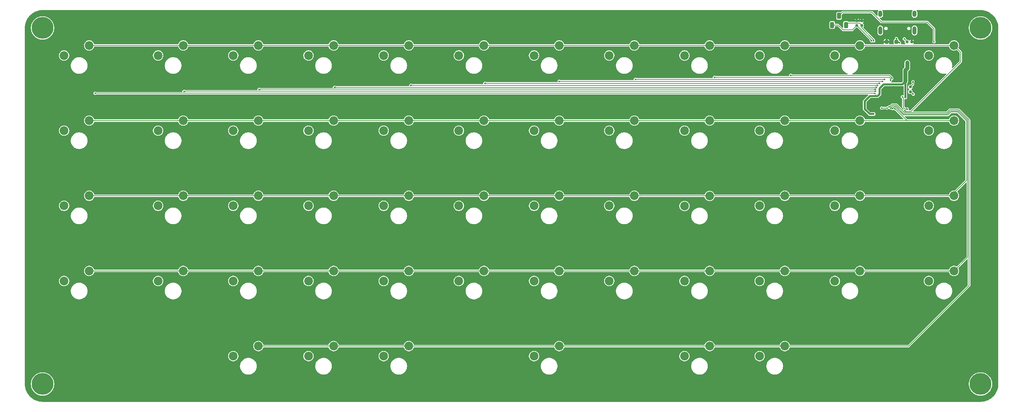
<source format=gbr>
%TF.GenerationSoftware,KiCad,Pcbnew,9.0.6*%
%TF.CreationDate,2026-01-13T20:26:05-05:00*%
%TF.ProjectId,60_keyboard,36305f6b-6579-4626-9f61-72642e6b6963,rev?*%
%TF.SameCoordinates,Original*%
%TF.FileFunction,Copper,L1,Top*%
%TF.FilePolarity,Positive*%
%FSLAX46Y46*%
G04 Gerber Fmt 4.6, Leading zero omitted, Abs format (unit mm)*
G04 Created by KiCad (PCBNEW 9.0.6) date 2026-01-13 20:26:05*
%MOMM*%
%LPD*%
G01*
G04 APERTURE LIST*
G04 Aperture macros list*
%AMRoundRect*
0 Rectangle with rounded corners*
0 $1 Rounding radius*
0 $2 $3 $4 $5 $6 $7 $8 $9 X,Y pos of 4 corners*
0 Add a 4 corners polygon primitive as box body*
4,1,4,$2,$3,$4,$5,$6,$7,$8,$9,$2,$3,0*
0 Add four circle primitives for the rounded corners*
1,1,$1+$1,$2,$3*
1,1,$1+$1,$4,$5*
1,1,$1+$1,$6,$7*
1,1,$1+$1,$8,$9*
0 Add four rect primitives between the rounded corners*
20,1,$1+$1,$2,$3,$4,$5,0*
20,1,$1+$1,$4,$5,$6,$7,0*
20,1,$1+$1,$6,$7,$8,$9,0*
20,1,$1+$1,$8,$9,$2,$3,0*%
G04 Aperture macros list end*
%TA.AperFunction,ComponentPad*%
%ADD10C,2.200000*%
%TD*%
%TA.AperFunction,SMDPad,CuDef*%
%ADD11RoundRect,0.160000X0.160000X-0.197500X0.160000X0.197500X-0.160000X0.197500X-0.160000X-0.197500X0*%
%TD*%
%TA.AperFunction,SMDPad,CuDef*%
%ADD12RoundRect,0.250000X0.250000X0.250000X-0.250000X0.250000X-0.250000X-0.250000X0.250000X-0.250000X0*%
%TD*%
%TA.AperFunction,SMDPad,CuDef*%
%ADD13RoundRect,0.250000X-0.250000X-0.550000X0.250000X-0.550000X0.250000X0.550000X-0.250000X0.550000X0*%
%TD*%
%TA.AperFunction,SMDPad,CuDef*%
%ADD14RoundRect,0.160000X-0.197500X-0.160000X0.197500X-0.160000X0.197500X0.160000X-0.197500X0.160000X0*%
%TD*%
%TA.AperFunction,HeatsinkPad*%
%ADD15O,1.000000X1.600000*%
%TD*%
%TA.AperFunction,HeatsinkPad*%
%ADD16O,1.000000X2.100000*%
%TD*%
%TA.AperFunction,ViaPad*%
%ADD17C,5.500000*%
%TD*%
%TA.AperFunction,ViaPad*%
%ADD18C,0.400000*%
%TD*%
%TA.AperFunction,ViaPad*%
%ADD19C,0.600000*%
%TD*%
%TA.AperFunction,Conductor*%
%ADD20C,0.200000*%
%TD*%
%TA.AperFunction,Conductor*%
%ADD21C,1.000000*%
%TD*%
%TA.AperFunction,Conductor*%
%ADD22C,0.500000*%
%TD*%
G04 APERTURE END LIST*
D10*
%TO.P,SW103,1,1*%
%TO.N,Net-(D103-A)*%
X220190000Y-59960000D03*
%TO.P,SW103,2,2*%
%TO.N,Row 3*%
X226540000Y-57420000D03*
%TD*%
%TO.P,SW79,1,1*%
%TO.N,Net-(D79-A)*%
X125190000Y-40960000D03*
%TO.P,SW79,2,2*%
%TO.N,Row 2*%
X131540000Y-38420000D03*
%TD*%
%TO.P,SW82,1,1*%
%TO.N,Net-(D82-A)*%
X144190000Y-21960000D03*
%TO.P,SW82,2,2*%
%TO.N,Row 1*%
X150540000Y-19420000D03*
%TD*%
%TO.P,SW68,1,1*%
%TO.N,Net-(D68-A)*%
X87190000Y-21960000D03*
%TO.P,SW68,2,2*%
%TO.N,Row 1*%
X93540000Y-19420000D03*
%TD*%
%TO.P,SW85,1,1*%
%TO.N,Net-(D85-A)*%
X144190000Y-78960000D03*
%TO.P,SW85,2,2*%
%TO.N,Row 4*%
X150540000Y-76420000D03*
%TD*%
%TO.P,SW91,1,1*%
%TO.N,Net-(D91-A)*%
X182190000Y-21960000D03*
%TO.P,SW91,2,2*%
%TO.N,Row 1*%
X188540000Y-19420000D03*
%TD*%
D11*
%TO.P,R6,1*%
%TO.N,Net-(SW1-A)*%
X227000000Y-14347500D03*
%TO.P,R6,2*%
%TO.N,GND*%
X227000000Y-13152500D03*
%TD*%
D10*
%TO.P,SW59,1,1*%
%TO.N,Net-(D59-A)*%
X49190000Y-21960000D03*
%TO.P,SW59,2,2*%
%TO.N,Row 1*%
X55540000Y-19420000D03*
%TD*%
%TO.P,SW86,1,1*%
%TO.N,Net-(D86-A)*%
X144190000Y-97960000D03*
%TO.P,SW86,2,2*%
%TO.N,Row 5*%
X150540000Y-95420000D03*
%TD*%
%TO.P,SW76,1,1*%
%TO.N,Net-(D76-A)*%
X106190000Y-78960000D03*
%TO.P,SW76,2,2*%
%TO.N,Row 4*%
X112540000Y-76420000D03*
%TD*%
%TO.P,SW97,1,1*%
%TO.N,Net-(D97-A)*%
X201190000Y-40960000D03*
%TO.P,SW97,2,2*%
%TO.N,Row 2*%
X207540000Y-38420000D03*
%TD*%
%TO.P,SW99,1,1*%
%TO.N,Net-(D99-A)*%
X201190000Y-78960000D03*
%TO.P,SW99,2,2*%
%TO.N,Row 4*%
X207540000Y-76420000D03*
%TD*%
%TO.P,SW106,1,1*%
%TO.N,Net-(D106-A)*%
X243940000Y-40960000D03*
%TO.P,SW106,2,2*%
%TO.N,Row 2*%
X250290000Y-38420000D03*
%TD*%
%TO.P,SW58,1,1*%
%TO.N,Net-(D58-A)*%
X25440000Y-78960000D03*
%TO.P,SW58,2,2*%
%TO.N,Row 4*%
X31790000Y-76420000D03*
%TD*%
%TO.P,SW83,1,1*%
%TO.N,Net-(D83-A)*%
X144190000Y-40960000D03*
%TO.P,SW83,2,2*%
%TO.N,Row 2*%
X150540000Y-38420000D03*
%TD*%
%TO.P,SW100,1,1*%
%TO.N,Net-(D100-A)*%
X201190000Y-97960000D03*
%TO.P,SW100,2,2*%
%TO.N,Row 5*%
X207540000Y-95420000D03*
%TD*%
%TO.P,SW55,1,1*%
%TO.N,Net-(D55-A)*%
X25440000Y-21960000D03*
%TO.P,SW55,2,2*%
%TO.N,Row 1*%
X31790000Y-19420000D03*
%TD*%
%TO.P,SW107,1,1*%
%TO.N,Net-(D107-A)*%
X243940000Y-59960000D03*
%TO.P,SW107,2,2*%
%TO.N,Row 3*%
X250290000Y-57420000D03*
%TD*%
D12*
%TO.P,D4,1,A1*%
%TO.N,D+*%
X235750000Y-18500000D03*
%TO.P,D4,2,A2*%
%TO.N,GND*%
X233250000Y-18500000D03*
%TD*%
D13*
%TO.P,SW1,1,C*%
%TO.N,Net-(SW1-C)*%
X219500000Y-14250000D03*
%TO.P,SW1,2,B*%
%TO.N,+3.3V*%
X221250000Y-11950000D03*
%TO.P,SW1,3,A*%
%TO.N,Net-(SW1-A)*%
X223000000Y-14250000D03*
%TD*%
D10*
%TO.P,SW72,1,1*%
%TO.N,Net-(D72-A)*%
X87190000Y-97960000D03*
%TO.P,SW72,2,2*%
%TO.N,Row 5*%
X93540000Y-95420000D03*
%TD*%
%TO.P,SW56,1,1*%
%TO.N,Net-(D56-A)*%
X25440000Y-40960000D03*
%TO.P,SW56,2,2*%
%TO.N,Row 2*%
X31790000Y-38420000D03*
%TD*%
%TO.P,SW93,1,1*%
%TO.N,Net-(D93-A)*%
X182190000Y-60000000D03*
%TO.P,SW93,2,2*%
%TO.N,Row 3*%
X188540000Y-57460000D03*
%TD*%
%TO.P,SW66,1,1*%
%TO.N,Net-(D66-A)*%
X68190000Y-78960000D03*
%TO.P,SW66,2,2*%
%TO.N,Row 4*%
X74540000Y-76420000D03*
%TD*%
%TO.P,SW81,1,1*%
%TO.N,Net-(D81-A)*%
X125190000Y-78960000D03*
%TO.P,SW81,2,2*%
%TO.N,Row 4*%
X131540000Y-76420000D03*
%TD*%
%TO.P,SW92,1,1*%
%TO.N,Net-(D92-A)*%
X182190000Y-40960000D03*
%TO.P,SW92,2,2*%
%TO.N,Row 2*%
X188540000Y-38420000D03*
%TD*%
%TO.P,SW64,1,1*%
%TO.N,Net-(D64-A)*%
X68190000Y-40960000D03*
%TO.P,SW64,2,2*%
%TO.N,Row 2*%
X74540000Y-38420000D03*
%TD*%
%TO.P,SW95,1,1*%
%TO.N,Net-(D95-A)*%
X182190000Y-97960000D03*
%TO.P,SW95,2,2*%
%TO.N,Row 5*%
X188540000Y-95420000D03*
%TD*%
%TO.P,SW94,1,1*%
%TO.N,Net-(D94-A)*%
X182190000Y-78960000D03*
%TO.P,SW94,2,2*%
%TO.N,Row 4*%
X188540000Y-76420000D03*
%TD*%
%TO.P,SW105,1,1*%
%TO.N,Net-(D105-A)*%
X243940000Y-21960000D03*
%TO.P,SW105,2,2*%
%TO.N,Row 1*%
X250290000Y-19420000D03*
%TD*%
%TO.P,SW108,1,1*%
%TO.N,Net-(D108-A)*%
X243940000Y-78960000D03*
%TO.P,SW108,2,2*%
%TO.N,Row 4*%
X250290000Y-76420000D03*
%TD*%
%TO.P,SW60,1,1*%
%TO.N,Net-(D60-A)*%
X49190000Y-40960000D03*
%TO.P,SW60,2,2*%
%TO.N,Row 2*%
X55540000Y-38420000D03*
%TD*%
%TO.P,SW69,1,1*%
%TO.N,Net-(D69-A)*%
X87190000Y-40960000D03*
%TO.P,SW69,2,2*%
%TO.N,Row 2*%
X93540000Y-38420000D03*
%TD*%
%TO.P,SW63,1,1*%
%TO.N,Net-(D63-A)*%
X68190000Y-21960000D03*
%TO.P,SW63,2,2*%
%TO.N,Row 1*%
X74540000Y-19420000D03*
%TD*%
%TO.P,SW78,1,1*%
%TO.N,Net-(D78-A)*%
X125190000Y-21960000D03*
%TO.P,SW78,2,2*%
%TO.N,Row 1*%
X131540000Y-19420000D03*
%TD*%
%TO.P,SW80,1,1*%
%TO.N,Net-(D80-A)*%
X125190000Y-59960000D03*
%TO.P,SW80,2,2*%
%TO.N,Row 3*%
X131540000Y-57420000D03*
%TD*%
%TO.P,SW96,1,1*%
%TO.N,Net-(D96-A)*%
X201190000Y-21960000D03*
%TO.P,SW96,2,2*%
%TO.N,Row 1*%
X207540000Y-19420000D03*
%TD*%
%TO.P,SW101,1,1*%
%TO.N,Net-(D101-A)*%
X220190000Y-21960000D03*
%TO.P,SW101,2,2*%
%TO.N,Row 1*%
X226540000Y-19420000D03*
%TD*%
%TO.P,SW67,1,1*%
%TO.N,Net-(D67-A)*%
X68190000Y-97960000D03*
%TO.P,SW67,2,2*%
%TO.N,Row 5*%
X74540000Y-95420000D03*
%TD*%
%TO.P,SW90,1,1*%
%TO.N,Net-(D90-A)*%
X163190000Y-78960000D03*
%TO.P,SW90,2,2*%
%TO.N,Row 4*%
X169540000Y-76420000D03*
%TD*%
%TO.P,SW102,1,1*%
%TO.N,Net-(D102-A)*%
X220190000Y-40960000D03*
%TO.P,SW102,2,2*%
%TO.N,Row 2*%
X226540000Y-38420000D03*
%TD*%
%TO.P,SW70,1,1*%
%TO.N,Net-(D70-A)*%
X87190000Y-59960000D03*
%TO.P,SW70,2,2*%
%TO.N,Row 3*%
X93540000Y-57420000D03*
%TD*%
D14*
%TO.P,R1,1*%
%TO.N,Net-(J1-CC2)*%
X238402500Y-18500000D03*
%TO.P,R1,2*%
%TO.N,GND*%
X239597500Y-18500000D03*
%TD*%
D10*
%TO.P,SW65,1,1*%
%TO.N,Net-(D65-A)*%
X68190000Y-59960000D03*
%TO.P,SW65,2,2*%
%TO.N,Row 3*%
X74540000Y-57420000D03*
%TD*%
%TO.P,SW77,1,1*%
%TO.N,Net-(D77-A)*%
X106190000Y-97960000D03*
%TO.P,SW77,2,2*%
%TO.N,Row 5*%
X112540000Y-95420000D03*
%TD*%
%TO.P,SW98,1,1*%
%TO.N,Net-(D98-A)*%
X201190000Y-59960000D03*
%TO.P,SW98,2,2*%
%TO.N,Row 3*%
X207540000Y-57420000D03*
%TD*%
D11*
%TO.P,R5,1*%
%TO.N,Net-(SW1-C)*%
X225750000Y-14347500D03*
%TO.P,R5,2*%
%TO.N,GND*%
X225750000Y-13152500D03*
%TD*%
D10*
%TO.P,SW89,1,1*%
%TO.N,Net-(D89-A)*%
X163190000Y-59960000D03*
%TO.P,SW89,2,2*%
%TO.N,Row 3*%
X169540000Y-57420000D03*
%TD*%
%TO.P,SW61,1,1*%
%TO.N,Net-(D61-A)*%
X49190000Y-59960000D03*
%TO.P,SW61,2,2*%
%TO.N,Row 3*%
X55540000Y-57420000D03*
%TD*%
%TO.P,SW74,1,1*%
%TO.N,Net-(D74-A)*%
X106190000Y-40960000D03*
%TO.P,SW74,2,2*%
%TO.N,Row 2*%
X112540000Y-38420000D03*
%TD*%
%TO.P,SW57,1,1*%
%TO.N,Net-(D57-A)*%
X25440000Y-59960000D03*
%TO.P,SW57,2,2*%
%TO.N,Row 3*%
X31790000Y-57420000D03*
%TD*%
%TO.P,SW84,1,1*%
%TO.N,Net-(D84-A)*%
X144190000Y-59960000D03*
%TO.P,SW84,2,2*%
%TO.N,Row 3*%
X150540000Y-57420000D03*
%TD*%
%TO.P,SW73,1,1*%
%TO.N,Net-(D73-A)*%
X106190000Y-21960000D03*
%TO.P,SW73,2,2*%
%TO.N,Row 1*%
X112540000Y-19420000D03*
%TD*%
%TO.P,SW104,1,1*%
%TO.N,Net-(D104-A)*%
X220190000Y-78960000D03*
%TO.P,SW104,2,2*%
%TO.N,Row 4*%
X226540000Y-76420000D03*
%TD*%
%TO.P,SW87,1,1*%
%TO.N,Net-(D87-A)*%
X163190000Y-21960000D03*
%TO.P,SW87,2,2*%
%TO.N,Row 1*%
X169540000Y-19420000D03*
%TD*%
%TO.P,SW62,1,1*%
%TO.N,Net-(D62-A)*%
X49190000Y-78960000D03*
%TO.P,SW62,2,2*%
%TO.N,Row 4*%
X55540000Y-76420000D03*
%TD*%
D11*
%TO.P,R4,1*%
%TO.N,SPI3.3*%
X239250000Y-31097500D03*
%TO.P,R4,2*%
%TO.N,~CS*%
X239250000Y-29902500D03*
%TD*%
D10*
%TO.P,SW88,1,1*%
%TO.N,Net-(D88-A)*%
X163190000Y-40960000D03*
%TO.P,SW88,2,2*%
%TO.N,Row 2*%
X169540000Y-38420000D03*
%TD*%
%TO.P,SW75,1,1*%
%TO.N,Net-(D75-A)*%
X106190000Y-59960000D03*
%TO.P,SW75,2,2*%
%TO.N,Row 3*%
X112540000Y-57420000D03*
%TD*%
%TO.P,SW71,1,1*%
%TO.N,Net-(D71-A)*%
X87190000Y-78960000D03*
%TO.P,SW71,2,2*%
%TO.N,Row 4*%
X93540000Y-76420000D03*
%TD*%
D15*
%TO.P,J1,S1,SHIELD*%
%TO.N,unconnected-(J1-SHIELD-PadS1)*%
X231680000Y-11450000D03*
D16*
X231680000Y-15630000D03*
D15*
X240320000Y-11450000D03*
D16*
X240320000Y-15630000D03*
%TD*%
D17*
%TO.N,*%
X20000000Y-105000000D03*
X257000000Y-105000000D03*
X257000000Y-15000000D03*
X20000000Y-15000000D03*
D18*
%TO.N,Col 1*%
X33250000Y-31500000D03*
X230343185Y-31571391D03*
%TO.N,Col 2*%
X230500000Y-31000000D03*
X55700000Y-31050000D03*
%TO.N,Col 3*%
X230479726Y-30500412D03*
X74700000Y-30550000D03*
%TO.N,Col 4*%
X93750000Y-30000000D03*
X230750000Y-30000000D03*
%TO.N,Col 6*%
X231500000Y-29000000D03*
X131750000Y-29000000D03*
%TO.N,Col 7*%
X232250000Y-28500000D03*
X150500000Y-28500000D03*
%TO.N,Col 8*%
X169750000Y-28000000D03*
X232750000Y-28000000D03*
%TO.N,Col 9*%
X189750000Y-27500000D03*
X234250000Y-28250000D03*
%TO.N,Col 10*%
X234600000Y-27750000D03*
X209000000Y-27000000D03*
%TO.N,Col 11*%
X238500000Y-35500000D03*
X237250000Y-32405000D03*
%TO.N,Col 5*%
X113000000Y-29500000D03*
X231000000Y-29500000D03*
%TO.N,Row 1*%
X237832575Y-35914119D03*
%TO.N,Row 2*%
X235314336Y-35380022D03*
%TO.N,Row 3*%
X234747943Y-35379315D03*
%TO.N,Row 4*%
X234250000Y-35250000D03*
%TO.N,Row 5*%
X233824001Y-34984999D03*
D19*
%TO.N,GND*%
X230750000Y-34500000D03*
X231750000Y-17500000D03*
X233000000Y-31750000D03*
X234000000Y-30750000D03*
X235000000Y-32750000D03*
X237250000Y-20250000D03*
X240250000Y-30500000D03*
X236500000Y-22000000D03*
X235000000Y-31750000D03*
X232500000Y-40500000D03*
X236250000Y-25750000D03*
X233500000Y-23250000D03*
X239250000Y-37750000D03*
X237500000Y-18750000D03*
X239500000Y-14250000D03*
X225000000Y-34750000D03*
X234500000Y-21250000D03*
X234000000Y-31750000D03*
X236500000Y-23250000D03*
X232750000Y-14250000D03*
X233000000Y-32750000D03*
X233000000Y-30750000D03*
X236250000Y-27000000D03*
X228500000Y-37500000D03*
X236250000Y-24500000D03*
X235000000Y-30750000D03*
X233750000Y-24750000D03*
X234250000Y-26250000D03*
X236000000Y-37000000D03*
X233500000Y-22000000D03*
X226750000Y-36250000D03*
X225000000Y-32250000D03*
X232000000Y-20500000D03*
X239000000Y-34250000D03*
X241000000Y-17000000D03*
X236250000Y-28000000D03*
X234000000Y-32750000D03*
X244500000Y-26500000D03*
X230750000Y-37000000D03*
D18*
%TO.N,+3.3V*%
X238500000Y-24750000D03*
X228500000Y-32750000D03*
X227750000Y-35500000D03*
X238500000Y-23800000D03*
X237992284Y-32587504D03*
X232000000Y-35250000D03*
X230509011Y-32043095D03*
X230000000Y-36750000D03*
X238500000Y-24250000D03*
X245250000Y-18500000D03*
X233400000Y-35250000D03*
%TO.N,SPI3.3*%
X240000000Y-31750000D03*
%TO.N,D+*%
X235750000Y-17670002D03*
X236532843Y-18782843D03*
%TO.N,~CS*%
X239941000Y-28555000D03*
%TO.N,Net-(SW1-C)*%
X229499997Y-18250000D03*
%TO.N,Net-(SW1-A)*%
X230000000Y-18250000D03*
%TO.N,Net-(J1-CC2)*%
X237750000Y-17750000D03*
%TD*%
D20*
%TO.N,Col 1*%
X230343185Y-31571391D02*
X230321391Y-31571391D01*
X230321391Y-31571391D02*
X230250000Y-31500000D01*
X230250000Y-31500000D02*
X33250000Y-31500000D01*
%TO.N,Col 2*%
X55750000Y-31000000D02*
X230500000Y-31000000D01*
X55700000Y-31050000D02*
X55750000Y-31000000D01*
%TO.N,Col 3*%
X229850412Y-30500412D02*
X229850000Y-30500000D01*
X230479726Y-30500412D02*
X229850412Y-30500412D01*
X74750000Y-30500000D02*
X74700000Y-30550000D01*
X229850000Y-30500000D02*
X74750000Y-30500000D01*
%TO.N,Col 4*%
X230750000Y-30000000D02*
X93750000Y-30000000D01*
%TO.N,Col 6*%
X230311222Y-28997000D02*
X229934544Y-28997000D01*
X229934544Y-28997000D02*
X229931544Y-29000000D01*
X229931544Y-29000000D02*
X131750000Y-29000000D01*
X230314222Y-29000000D02*
X230311222Y-28997000D01*
X231500000Y-29000000D02*
X230314222Y-29000000D01*
%TO.N,Col 7*%
X232250000Y-28500000D02*
X231013222Y-28500000D01*
X230385544Y-28497000D02*
X230382544Y-28500000D01*
X231010222Y-28497000D02*
X230385544Y-28497000D01*
X231013222Y-28500000D02*
X231010222Y-28497000D01*
X230382544Y-28500000D02*
X150500000Y-28500000D01*
%TO.N,Col 8*%
X231457818Y-27997001D02*
X231084544Y-27997000D01*
X231084544Y-27997000D02*
X231081544Y-28000000D01*
X231460817Y-28000000D02*
X231457818Y-27997001D01*
X232750000Y-28000000D02*
X231460817Y-28000000D01*
X231081544Y-28000000D02*
X169750000Y-28000000D01*
%TO.N,Col 9*%
X234199000Y-27916100D02*
X234250000Y-27967100D01*
X233151000Y-27500000D02*
X234000000Y-27500000D01*
X234000000Y-27500000D02*
X234199000Y-27699000D01*
X231529141Y-27500000D02*
X231535295Y-27493846D01*
X189750000Y-27500000D02*
X231529141Y-27500000D01*
X231535295Y-27493846D02*
X233144846Y-27493846D01*
X234199000Y-27699000D02*
X234199000Y-27916100D01*
X234250000Y-27967100D02*
X234250000Y-28250000D01*
X233144846Y-27493846D02*
X233151000Y-27500000D01*
%TO.N,Col 10*%
X234600000Y-27600000D02*
X234600000Y-27750000D01*
X209000000Y-27000000D02*
X234000000Y-27000000D01*
X234000000Y-27000000D02*
X234600000Y-27600000D01*
%TO.N,Col 11*%
X237500000Y-32655000D02*
X237500000Y-35000000D01*
X238000000Y-35500000D02*
X238500000Y-35500000D01*
X237500000Y-35000000D02*
X238000000Y-35500000D01*
X237250000Y-32405000D02*
X237500000Y-32655000D01*
%TO.N,Col 5*%
X231000000Y-29500000D02*
X113000000Y-29500000D01*
%TO.N,Row 1*%
X250290000Y-19420000D02*
X55540000Y-19420000D01*
X238015456Y-36097000D02*
X239403000Y-36097000D01*
X239403000Y-36097000D02*
X252000000Y-23500000D01*
X252000000Y-23500000D02*
X252000000Y-21130000D01*
X237832575Y-35914119D02*
X238015456Y-36097000D01*
X31790000Y-19420000D02*
X55540000Y-19420000D01*
X252000000Y-21130000D02*
X250290000Y-19420000D01*
%TO.N,Row 2*%
X235375000Y-35375000D02*
X238420000Y-38420000D01*
X235314336Y-35380022D02*
X235319358Y-35375000D01*
X238420000Y-38420000D02*
X250290000Y-38420000D01*
X31790000Y-38420000D02*
X250290000Y-38420000D01*
X235319358Y-35375000D02*
X235375000Y-35375000D01*
%TO.N,Row 3*%
X237501414Y-37000000D02*
X248750000Y-37000000D01*
X234747943Y-35379315D02*
X235148236Y-34979022D01*
X250290000Y-57420000D02*
X31790000Y-57420000D01*
X251250000Y-36250000D02*
X253500000Y-38500000D01*
X235480436Y-34979022D02*
X237501414Y-37000000D01*
X235148236Y-34979022D02*
X235480436Y-34979022D01*
X248750000Y-37000000D02*
X249500000Y-36250000D01*
X249500000Y-36250000D02*
X251250000Y-36250000D01*
X253500000Y-38500000D02*
X253500000Y-53500000D01*
X253500000Y-53500000D02*
X250290000Y-56710000D01*
X250290000Y-56710000D02*
X250290000Y-57420000D01*
%TO.N,Row 4*%
X249375322Y-35949000D02*
X248625322Y-36699000D01*
X235605114Y-34678022D02*
X234821978Y-34678022D01*
X31790000Y-76420000D02*
X250290000Y-76420000D01*
X253801000Y-72909000D02*
X253801000Y-38375322D01*
X251374678Y-35949000D02*
X249375322Y-35949000D01*
X253801000Y-38375322D02*
X251374678Y-35949000D01*
X237626092Y-36699000D02*
X235605114Y-34678022D01*
X250290000Y-76420000D02*
X253801000Y-72909000D01*
X248625322Y-36699000D02*
X237626092Y-36699000D01*
X234821978Y-34678022D02*
X234250000Y-35250000D01*
%TO.N,Row 5*%
X207540000Y-95420000D02*
X74540000Y-95420000D01*
X235729792Y-34377022D02*
X234697300Y-34377022D01*
X234225322Y-34849000D02*
X234083900Y-34849000D01*
X248500644Y-36398000D02*
X237750770Y-36398000D01*
X237750770Y-36398000D02*
X235729792Y-34377022D01*
X249250644Y-35648000D02*
X248500644Y-36398000D01*
X233947901Y-34984999D02*
X233824001Y-34984999D01*
X234083900Y-34849000D02*
X233947901Y-34984999D01*
X207540000Y-95420000D02*
X238830000Y-95420000D01*
X238830000Y-95420000D02*
X254102000Y-80148000D01*
X234697300Y-34377022D02*
X234225322Y-34849000D01*
X254102000Y-80148000D02*
X254102000Y-38250644D01*
X251499356Y-35648000D02*
X249250644Y-35648000D01*
X254102000Y-38250644D02*
X251499356Y-35648000D01*
%TO.N,+3.3V*%
X243500000Y-13500000D02*
X232000000Y-13500000D01*
D21*
X238500000Y-25250000D02*
X238500000Y-23800000D01*
X238000000Y-25750000D02*
X238500000Y-25250000D01*
D20*
X232000000Y-35250000D02*
X233400000Y-35250000D01*
D22*
X232500000Y-29250000D02*
X231500000Y-30250000D01*
D21*
X238000000Y-28500000D02*
X238000000Y-25750000D01*
D20*
X229500000Y-11000000D02*
X222200000Y-11000000D01*
D22*
X228500000Y-32750000D02*
X227750000Y-33500000D01*
X227750000Y-35500000D02*
X229000000Y-36750000D01*
X231500000Y-30250000D02*
X231500000Y-31750000D01*
X231500000Y-31750000D02*
X231000000Y-32250000D01*
D20*
X232000000Y-13500000D02*
X229500000Y-11000000D01*
D22*
X231000000Y-32250000D02*
X229000000Y-32250000D01*
X238000000Y-28500000D02*
X238000000Y-32579788D01*
X237250000Y-29250000D02*
X232500000Y-29250000D01*
D20*
X222200000Y-11000000D02*
X221250000Y-11950000D01*
X245250000Y-15250000D02*
X243500000Y-13500000D01*
D22*
X227750000Y-33500000D02*
X227750000Y-35500000D01*
X229000000Y-36750000D02*
X230000000Y-36750000D01*
X238000000Y-28500000D02*
X237250000Y-29250000D01*
X229000000Y-32250000D02*
X228500000Y-32750000D01*
D20*
X245250000Y-18500000D02*
X245250000Y-15250000D01*
X238000000Y-32579788D02*
X237992284Y-32587504D01*
%TO.N,SPI3.3*%
X239347500Y-31097500D02*
X240000000Y-31750000D01*
X239250000Y-31097500D02*
X239347500Y-31097500D01*
%TO.N,D+*%
X235750000Y-18000000D02*
X235750000Y-17670002D01*
X236532843Y-18782843D02*
X235750000Y-18000000D01*
%TO.N,~CS*%
X239941000Y-29211500D02*
X239250000Y-29902500D01*
X239941000Y-28555000D02*
X239941000Y-29211500D01*
%TO.N,Net-(SW1-C)*%
X229250000Y-18000003D02*
X229250000Y-17847500D01*
X221000000Y-14250000D02*
X222250000Y-15500000D01*
X219500000Y-14250000D02*
X221000000Y-14250000D01*
X222250000Y-15500000D02*
X224597500Y-15500000D01*
X229250000Y-17847500D02*
X225750000Y-14347500D01*
X224597500Y-15500000D02*
X225750000Y-14347500D01*
X229499997Y-18250000D02*
X229250000Y-18000003D01*
%TO.N,Net-(SW1-A)*%
X230000000Y-18250000D02*
X230000000Y-18000000D01*
X223000000Y-14250000D02*
X223500000Y-13750000D01*
X230000000Y-18000000D02*
X227000000Y-15000000D01*
X223500000Y-13750000D02*
X226402500Y-13750000D01*
X227000000Y-15000000D02*
X227000000Y-14347500D01*
X226402500Y-13750000D02*
X227000000Y-14347500D01*
%TO.N,Net-(J1-CC2)*%
X238402500Y-18402500D02*
X237750000Y-17750000D01*
X238402500Y-18500000D02*
X238402500Y-18402500D01*
%TD*%
%TA.AperFunction,Conductor*%
%TO.N,GND*%
G36*
X231099179Y-10501156D02*
G01*
X231157370Y-10520063D01*
X231193334Y-10569564D01*
X231193334Y-10630749D01*
X231169184Y-10670159D01*
X231135885Y-10703458D01*
X231059228Y-10818182D01*
X231059222Y-10818193D01*
X231006420Y-10945670D01*
X231006420Y-10945672D01*
X230979500Y-11081004D01*
X230979500Y-11815521D01*
X230960593Y-11873712D01*
X230911093Y-11909676D01*
X230849907Y-11909676D01*
X230810496Y-11885525D01*
X230254467Y-11329496D01*
X229684511Y-10759540D01*
X229684508Y-10759538D01*
X229667121Y-10749499D01*
X229667121Y-10749500D01*
X229615989Y-10719979D01*
X229615988Y-10719978D01*
X229615987Y-10719978D01*
X229539564Y-10699500D01*
X229539562Y-10699500D01*
X222160438Y-10699500D01*
X222160435Y-10699500D01*
X222084012Y-10719978D01*
X222032879Y-10749500D01*
X222032878Y-10749499D01*
X222015489Y-10759539D01*
X221804973Y-10970054D01*
X221750457Y-10997831D01*
X221702273Y-10993494D01*
X221584705Y-10952355D01*
X221584694Y-10952353D01*
X221554274Y-10949500D01*
X221554266Y-10949500D01*
X220945734Y-10949500D01*
X220945725Y-10949500D01*
X220915305Y-10952353D01*
X220915296Y-10952355D01*
X220787116Y-10997207D01*
X220677855Y-11077845D01*
X220677845Y-11077855D01*
X220597207Y-11187116D01*
X220552355Y-11315296D01*
X220552353Y-11315305D01*
X220549500Y-11345725D01*
X220549500Y-12554274D01*
X220552353Y-12584694D01*
X220552355Y-12584703D01*
X220597207Y-12712883D01*
X220677845Y-12822144D01*
X220677847Y-12822146D01*
X220677850Y-12822150D01*
X220677853Y-12822152D01*
X220677855Y-12822154D01*
X220787116Y-12902792D01*
X220787117Y-12902792D01*
X220787118Y-12902793D01*
X220915301Y-12947646D01*
X220945725Y-12950499D01*
X220945727Y-12950500D01*
X220945734Y-12950500D01*
X221554273Y-12950500D01*
X221554273Y-12950499D01*
X221584699Y-12947646D01*
X221712882Y-12902793D01*
X221713279Y-12902500D01*
X225232671Y-12902500D01*
X225499999Y-12902500D01*
X225500000Y-12902499D01*
X226000000Y-12902499D01*
X226000001Y-12902500D01*
X226267328Y-12902500D01*
X226482671Y-12902500D01*
X226749999Y-12902500D01*
X226750000Y-12902499D01*
X227250000Y-12902499D01*
X227250001Y-12902500D01*
X227517328Y-12902500D01*
X227517328Y-12902499D01*
X227509805Y-12850861D01*
X227509804Y-12850858D01*
X227457036Y-12742920D01*
X227372078Y-12657962D01*
X227264141Y-12605195D01*
X227250000Y-12603134D01*
X227250000Y-12902499D01*
X226750000Y-12902499D01*
X226750000Y-12603134D01*
X226735858Y-12605195D01*
X226627921Y-12657962D01*
X226542962Y-12742921D01*
X226490195Y-12850859D01*
X226482671Y-12902500D01*
X226267328Y-12902500D01*
X226267328Y-12902499D01*
X226259805Y-12850861D01*
X226259804Y-12850858D01*
X226207036Y-12742920D01*
X226122078Y-12657962D01*
X226014141Y-12605195D01*
X226000000Y-12603134D01*
X226000000Y-12902499D01*
X225500000Y-12902499D01*
X225500000Y-12603134D01*
X225485858Y-12605195D01*
X225377921Y-12657962D01*
X225292962Y-12742921D01*
X225240195Y-12850859D01*
X225232671Y-12902500D01*
X221713279Y-12902500D01*
X221733993Y-12887212D01*
X221779853Y-12853367D01*
X221803986Y-12835555D01*
X221822150Y-12822150D01*
X221902793Y-12712882D01*
X221947646Y-12584699D01*
X221950499Y-12554273D01*
X221950500Y-12554273D01*
X221950500Y-11715479D01*
X221969407Y-11657288D01*
X221979496Y-11645475D01*
X222295475Y-11329496D01*
X222349992Y-11301719D01*
X222365479Y-11300500D01*
X229334521Y-11300500D01*
X229392712Y-11319407D01*
X229404525Y-11329496D01*
X231759540Y-13684511D01*
X231759539Y-13684511D01*
X231815489Y-13740460D01*
X231884007Y-13780019D01*
X231884011Y-13780021D01*
X231960435Y-13800499D01*
X231960437Y-13800500D01*
X231960438Y-13800500D01*
X232039562Y-13800500D01*
X243334521Y-13800500D01*
X243392712Y-13819407D01*
X243404525Y-13829496D01*
X244920504Y-15345475D01*
X244948281Y-15399992D01*
X244949500Y-15415479D01*
X244949500Y-18194442D01*
X244932075Y-18248070D01*
X244932764Y-18248468D01*
X244930893Y-18251707D01*
X244930593Y-18252633D01*
X244929563Y-18254011D01*
X244876794Y-18345409D01*
X244876794Y-18345410D01*
X244876793Y-18345412D01*
X244876793Y-18345413D01*
X244849500Y-18447273D01*
X244849500Y-18552727D01*
X244868385Y-18623206D01*
X244876794Y-18654589D01*
X244876794Y-18654590D01*
X244929518Y-18745910D01*
X244929520Y-18745913D01*
X245004087Y-18820480D01*
X245095413Y-18873207D01*
X245197273Y-18900500D01*
X245197275Y-18900500D01*
X245302725Y-18900500D01*
X245302727Y-18900500D01*
X245404587Y-18873207D01*
X245495913Y-18820480D01*
X245570480Y-18745913D01*
X245623207Y-18654587D01*
X245650500Y-18552727D01*
X245650500Y-18447273D01*
X245623207Y-18345413D01*
X245601440Y-18307712D01*
X245567236Y-18248468D01*
X245568488Y-18247744D01*
X245550534Y-18197021D01*
X245550500Y-18194442D01*
X245550500Y-15210439D01*
X245550500Y-15210438D01*
X245530022Y-15134012D01*
X245530020Y-15134009D01*
X245530020Y-15134007D01*
X245490463Y-15065493D01*
X245490461Y-15065491D01*
X245490460Y-15065489D01*
X245259272Y-14834301D01*
X254049500Y-14834301D01*
X254049500Y-15165698D01*
X254086603Y-15495004D01*
X254160346Y-15818093D01*
X254269796Y-16130883D01*
X254391849Y-16384329D01*
X254413584Y-16429461D01*
X254589896Y-16710060D01*
X254796516Y-16969153D01*
X255030847Y-17203484D01*
X255289940Y-17410104D01*
X255570539Y-17586416D01*
X255869113Y-17730202D01*
X255869116Y-17730203D01*
X256181906Y-17839653D01*
X256181909Y-17839653D01*
X256181910Y-17839654D01*
X256504994Y-17913396D01*
X256834303Y-17950500D01*
X256834304Y-17950500D01*
X257165696Y-17950500D01*
X257165697Y-17950500D01*
X257495006Y-17913396D01*
X257818090Y-17839654D01*
X258130887Y-17730202D01*
X258429461Y-17586416D01*
X258710060Y-17410104D01*
X258969153Y-17203484D01*
X259203484Y-16969153D01*
X259410104Y-16710060D01*
X259586416Y-16429461D01*
X259730202Y-16130887D01*
X259839654Y-15818090D01*
X259913396Y-15495006D01*
X259950500Y-15165697D01*
X259950500Y-14834303D01*
X259913396Y-14504994D01*
X259839654Y-14181910D01*
X259828313Y-14149500D01*
X259730203Y-13869116D01*
X259728860Y-13866328D01*
X259586416Y-13570539D01*
X259410104Y-13289940D01*
X259203484Y-13030847D01*
X258969153Y-12796516D01*
X258710060Y-12589896D01*
X258429461Y-12413584D01*
X258419973Y-12409015D01*
X258130883Y-12269796D01*
X257818093Y-12160346D01*
X257495004Y-12086603D01*
X257165698Y-12049500D01*
X257165697Y-12049500D01*
X256834303Y-12049500D01*
X256834301Y-12049500D01*
X256504995Y-12086603D01*
X256181906Y-12160346D01*
X255869116Y-12269796D01*
X255570546Y-12413580D01*
X255570540Y-12413583D01*
X255570539Y-12413584D01*
X255525430Y-12441928D01*
X255289939Y-12589896D01*
X255030848Y-12796515D01*
X254796515Y-13030848D01*
X254589896Y-13289939D01*
X254511151Y-13415262D01*
X254418901Y-13562078D01*
X254413583Y-13570541D01*
X254413580Y-13570546D01*
X254269796Y-13869116D01*
X254160346Y-14181906D01*
X254086603Y-14504995D01*
X254049500Y-14834301D01*
X245259272Y-14834301D01*
X243684511Y-13259540D01*
X243684508Y-13259538D01*
X243667121Y-13249499D01*
X243667121Y-13249500D01*
X243615989Y-13219979D01*
X243615988Y-13219978D01*
X243615987Y-13219978D01*
X243539564Y-13199500D01*
X243539562Y-13199500D01*
X232165479Y-13199500D01*
X232107288Y-13180593D01*
X232095475Y-13170504D01*
X231544475Y-12619504D01*
X231516698Y-12564987D01*
X231526269Y-12504555D01*
X231569534Y-12461290D01*
X231614479Y-12450500D01*
X231748992Y-12450500D01*
X231748993Y-12450500D01*
X231884328Y-12423580D01*
X232011811Y-12370775D01*
X232126542Y-12294114D01*
X232224114Y-12196542D01*
X232300775Y-12081811D01*
X232353580Y-11954328D01*
X232380500Y-11818993D01*
X232380500Y-11081007D01*
X232353580Y-10945672D01*
X232335978Y-10903177D01*
X232300777Y-10818193D01*
X232300771Y-10818182D01*
X232224114Y-10703458D01*
X232190819Y-10670163D01*
X232163042Y-10615646D01*
X232172613Y-10555214D01*
X232215878Y-10511949D01*
X232260818Y-10501159D01*
X239739152Y-10501183D01*
X239797343Y-10520091D01*
X239833307Y-10569591D01*
X239833306Y-10630776D01*
X239809157Y-10670186D01*
X239775885Y-10703458D01*
X239699228Y-10818182D01*
X239699222Y-10818193D01*
X239646420Y-10945670D01*
X239646420Y-10945672D01*
X239619500Y-11081004D01*
X239619500Y-11818995D01*
X239646420Y-11954327D01*
X239646420Y-11954329D01*
X239699222Y-12081806D01*
X239699228Y-12081817D01*
X239775885Y-12196541D01*
X239873458Y-12294114D01*
X239988182Y-12370771D01*
X239988193Y-12370777D01*
X240035283Y-12390282D01*
X240115672Y-12423580D01*
X240251007Y-12450500D01*
X240251008Y-12450500D01*
X240388992Y-12450500D01*
X240388993Y-12450500D01*
X240524328Y-12423580D01*
X240651811Y-12370775D01*
X240766542Y-12294114D01*
X240864114Y-12196542D01*
X240940775Y-12081811D01*
X240993580Y-11954328D01*
X241020500Y-11818993D01*
X241020500Y-11081007D01*
X240993580Y-10945672D01*
X240975978Y-10903177D01*
X240940777Y-10818193D01*
X240940771Y-10818182D01*
X240864114Y-10703458D01*
X240830845Y-10670189D01*
X240803068Y-10615672D01*
X240812639Y-10555240D01*
X240855904Y-10511975D01*
X240900844Y-10501185D01*
X256983214Y-10501235D01*
X256986742Y-10501301D01*
X257357729Y-10514930D01*
X257366356Y-10515627D01*
X257749022Y-10563472D01*
X257757537Y-10564918D01*
X258134556Y-10646082D01*
X258142939Y-10648276D01*
X258511376Y-10762129D01*
X258519534Y-10765047D01*
X258876600Y-10910723D01*
X258884470Y-10914344D01*
X258945378Y-10945670D01*
X259227405Y-11090719D01*
X259234939Y-11095022D01*
X259561099Y-11300733D01*
X259568227Y-11305678D01*
X259875131Y-11539158D01*
X259881799Y-11544708D01*
X260167085Y-11804162D01*
X260173241Y-11810274D01*
X260181286Y-11818995D01*
X260434720Y-12093713D01*
X260440317Y-12100341D01*
X260675972Y-12405576D01*
X260680968Y-12412669D01*
X260888995Y-12737364D01*
X260893351Y-12744867D01*
X261072157Y-13086536D01*
X261075839Y-13094392D01*
X261119595Y-13199500D01*
X261223669Y-13449500D01*
X261224043Y-13450397D01*
X261227022Y-13458543D01*
X261236075Y-13487116D01*
X261343490Y-13826159D01*
X261345745Y-13834536D01*
X261429580Y-14210936D01*
X261431093Y-14219479D01*
X261481653Y-14601763D01*
X261482412Y-14610404D01*
X261494194Y-14879031D01*
X261499405Y-14997833D01*
X261499500Y-15002171D01*
X261499500Y-104997834D01*
X261499406Y-105002152D01*
X261482566Y-105387841D01*
X261481813Y-105396445D01*
X261431705Y-105777048D01*
X261430205Y-105785554D01*
X261347119Y-106160331D01*
X261344884Y-106168673D01*
X261229446Y-106534797D01*
X261226492Y-106542913D01*
X261079585Y-106897579D01*
X261075935Y-106905406D01*
X260898679Y-107245910D01*
X260894361Y-107253390D01*
X260688093Y-107577167D01*
X260683139Y-107584241D01*
X260449445Y-107888797D01*
X260443895Y-107895411D01*
X260184540Y-108178447D01*
X260178447Y-108184540D01*
X259895413Y-108443894D01*
X259888797Y-108449445D01*
X259584241Y-108683139D01*
X259577167Y-108688093D01*
X259253390Y-108894361D01*
X259245910Y-108898679D01*
X258905406Y-109075935D01*
X258897579Y-109079585D01*
X258542913Y-109226492D01*
X258534797Y-109229446D01*
X258168673Y-109344884D01*
X258160331Y-109347119D01*
X257785554Y-109430205D01*
X257777048Y-109431705D01*
X257396445Y-109481813D01*
X257387841Y-109482566D01*
X257002153Y-109499406D01*
X256997835Y-109499500D01*
X20099619Y-109499500D01*
X20097868Y-109499044D01*
X20033803Y-109499500D01*
X20033458Y-109499500D01*
X20029843Y-109499434D01*
X19644011Y-109485334D01*
X19635402Y-109484642D01*
X19254451Y-109437241D01*
X19245935Y-109435802D01*
X18870554Y-109355376D01*
X18862196Y-109353200D01*
X18495259Y-109240366D01*
X18487122Y-109237470D01*
X18131411Y-109093083D01*
X18123558Y-109089489D01*
X17781785Y-108914649D01*
X17774275Y-108910384D01*
X17449038Y-108706420D01*
X17441928Y-108701516D01*
X17135713Y-108469988D01*
X17129058Y-108464484D01*
X16844184Y-108207145D01*
X16838034Y-108201082D01*
X16819951Y-108181627D01*
X16576663Y-107919884D01*
X16571080Y-107913326D01*
X16335214Y-107610420D01*
X16330210Y-107603381D01*
X16121642Y-107281073D01*
X16117271Y-107273624D01*
X16106554Y-107253390D01*
X15937592Y-106934372D01*
X15933887Y-106926571D01*
X15893109Y-106830072D01*
X15784454Y-106572939D01*
X15781456Y-106564882D01*
X15663407Y-106199551D01*
X15661120Y-106191253D01*
X15575362Y-105817033D01*
X15573803Y-105808539D01*
X15556083Y-105680953D01*
X15520989Y-105428277D01*
X15520178Y-105419718D01*
X15500627Y-105034713D01*
X15500500Y-105029692D01*
X15500500Y-104834301D01*
X17049500Y-104834301D01*
X17049500Y-105165698D01*
X17086603Y-105495004D01*
X17160346Y-105818093D01*
X17269796Y-106130883D01*
X17300888Y-106195447D01*
X17413584Y-106429461D01*
X17589896Y-106710060D01*
X17796516Y-106969153D01*
X18030847Y-107203484D01*
X18289940Y-107410104D01*
X18570539Y-107586416D01*
X18869113Y-107730202D01*
X18869116Y-107730203D01*
X19181906Y-107839653D01*
X19181909Y-107839653D01*
X19181910Y-107839654D01*
X19504994Y-107913396D01*
X19834303Y-107950500D01*
X19834304Y-107950500D01*
X20165696Y-107950500D01*
X20165697Y-107950500D01*
X20495006Y-107913396D01*
X20818090Y-107839654D01*
X21130887Y-107730202D01*
X21429461Y-107586416D01*
X21710060Y-107410104D01*
X21969153Y-107203484D01*
X22203484Y-106969153D01*
X22410104Y-106710060D01*
X22586416Y-106429461D01*
X22730202Y-106130887D01*
X22839654Y-105818090D01*
X22913396Y-105495006D01*
X22950500Y-105165697D01*
X22950500Y-104834303D01*
X22950500Y-104834301D01*
X254049500Y-104834301D01*
X254049500Y-105165698D01*
X254086603Y-105495004D01*
X254160346Y-105818093D01*
X254269796Y-106130883D01*
X254300888Y-106195447D01*
X254413584Y-106429461D01*
X254589896Y-106710060D01*
X254796516Y-106969153D01*
X255030847Y-107203484D01*
X255289940Y-107410104D01*
X255570539Y-107586416D01*
X255869113Y-107730202D01*
X255869116Y-107730203D01*
X256181906Y-107839653D01*
X256181909Y-107839653D01*
X256181910Y-107839654D01*
X256504994Y-107913396D01*
X256834303Y-107950500D01*
X256834304Y-107950500D01*
X257165696Y-107950500D01*
X257165697Y-107950500D01*
X257495006Y-107913396D01*
X257818090Y-107839654D01*
X258130887Y-107730202D01*
X258429461Y-107586416D01*
X258710060Y-107410104D01*
X258969153Y-107203484D01*
X259203484Y-106969153D01*
X259410104Y-106710060D01*
X259586416Y-106429461D01*
X259730202Y-106130887D01*
X259839654Y-105818090D01*
X259913396Y-105495006D01*
X259950500Y-105165697D01*
X259950500Y-104834303D01*
X259913396Y-104504994D01*
X259839654Y-104181910D01*
X259730202Y-103869113D01*
X259586416Y-103570539D01*
X259410104Y-103289940D01*
X259203484Y-103030847D01*
X258969153Y-102796516D01*
X258710060Y-102589896D01*
X258429461Y-102413584D01*
X258130887Y-102269798D01*
X258130883Y-102269796D01*
X257818093Y-102160346D01*
X257495004Y-102086603D01*
X257165698Y-102049500D01*
X257165697Y-102049500D01*
X256834303Y-102049500D01*
X256834301Y-102049500D01*
X256504995Y-102086603D01*
X256181906Y-102160346D01*
X255869116Y-102269796D01*
X255570546Y-102413580D01*
X255570541Y-102413583D01*
X255289939Y-102589896D01*
X255030848Y-102796515D01*
X254796515Y-103030848D01*
X254589896Y-103289939D01*
X254413583Y-103570541D01*
X254413580Y-103570546D01*
X254269796Y-103869116D01*
X254160346Y-104181906D01*
X254086603Y-104504995D01*
X254049500Y-104834301D01*
X22950500Y-104834301D01*
X22913396Y-104504994D01*
X22839654Y-104181910D01*
X22730202Y-103869113D01*
X22586416Y-103570539D01*
X22410104Y-103289940D01*
X22203484Y-103030847D01*
X21969153Y-102796516D01*
X21710060Y-102589896D01*
X21429461Y-102413584D01*
X21130887Y-102269798D01*
X21130883Y-102269796D01*
X20818093Y-102160346D01*
X20495004Y-102086603D01*
X20165698Y-102049500D01*
X20165697Y-102049500D01*
X19834303Y-102049500D01*
X19834301Y-102049500D01*
X19504995Y-102086603D01*
X19181906Y-102160346D01*
X18869116Y-102269796D01*
X18570546Y-102413580D01*
X18570541Y-102413583D01*
X18289939Y-102589896D01*
X18030848Y-102796515D01*
X17796515Y-103030848D01*
X17589896Y-103289939D01*
X17413583Y-103570541D01*
X17413580Y-103570546D01*
X17269796Y-103869116D01*
X17160346Y-104181906D01*
X17086603Y-104504995D01*
X17049500Y-104834301D01*
X15500500Y-104834301D01*
X15500500Y-100362326D01*
X69899500Y-100362326D01*
X69899500Y-100637674D01*
X69935440Y-100910666D01*
X69974253Y-101055521D01*
X70006704Y-101176631D01*
X70112074Y-101431016D01*
X70112077Y-101431021D01*
X70249751Y-101669479D01*
X70417372Y-101887928D01*
X70612072Y-102082628D01*
X70830521Y-102250249D01*
X71068979Y-102387923D01*
X71068980Y-102387923D01*
X71068983Y-102387925D01*
X71323368Y-102493295D01*
X71589334Y-102564560D01*
X71862326Y-102600500D01*
X71862327Y-102600500D01*
X72137673Y-102600500D01*
X72137674Y-102600500D01*
X72410666Y-102564560D01*
X72676632Y-102493295D01*
X72931021Y-102387923D01*
X73169479Y-102250249D01*
X73387928Y-102082628D01*
X73582628Y-101887928D01*
X73750249Y-101669479D01*
X73887923Y-101431021D01*
X73993295Y-101176632D01*
X74064560Y-100910666D01*
X74100500Y-100637674D01*
X74100500Y-100362326D01*
X88899500Y-100362326D01*
X88899500Y-100637674D01*
X88935440Y-100910666D01*
X88974253Y-101055521D01*
X89006704Y-101176631D01*
X89112074Y-101431016D01*
X89112077Y-101431021D01*
X89249751Y-101669479D01*
X89417372Y-101887928D01*
X89612072Y-102082628D01*
X89830521Y-102250249D01*
X90068979Y-102387923D01*
X90068980Y-102387923D01*
X90068983Y-102387925D01*
X90323368Y-102493295D01*
X90589334Y-102564560D01*
X90862326Y-102600500D01*
X90862327Y-102600500D01*
X91137673Y-102600500D01*
X91137674Y-102600500D01*
X91410666Y-102564560D01*
X91676632Y-102493295D01*
X91931021Y-102387923D01*
X92169479Y-102250249D01*
X92387928Y-102082628D01*
X92582628Y-101887928D01*
X92750249Y-101669479D01*
X92887923Y-101431021D01*
X92993295Y-101176632D01*
X93064560Y-100910666D01*
X93100500Y-100637674D01*
X93100500Y-100362326D01*
X107899500Y-100362326D01*
X107899500Y-100637674D01*
X107935440Y-100910666D01*
X107974253Y-101055521D01*
X108006704Y-101176631D01*
X108112074Y-101431016D01*
X108112077Y-101431021D01*
X108249751Y-101669479D01*
X108417372Y-101887928D01*
X108612072Y-102082628D01*
X108830521Y-102250249D01*
X109068979Y-102387923D01*
X109068980Y-102387923D01*
X109068983Y-102387925D01*
X109323368Y-102493295D01*
X109589334Y-102564560D01*
X109862326Y-102600500D01*
X109862327Y-102600500D01*
X110137673Y-102600500D01*
X110137674Y-102600500D01*
X110410666Y-102564560D01*
X110676632Y-102493295D01*
X110931021Y-102387923D01*
X111169479Y-102250249D01*
X111387928Y-102082628D01*
X111582628Y-101887928D01*
X111750249Y-101669479D01*
X111887923Y-101431021D01*
X111993295Y-101176632D01*
X112064560Y-100910666D01*
X112100500Y-100637674D01*
X112100500Y-100362326D01*
X145899500Y-100362326D01*
X145899500Y-100637674D01*
X145935440Y-100910666D01*
X145974253Y-101055521D01*
X146006704Y-101176631D01*
X146112074Y-101431016D01*
X146112077Y-101431021D01*
X146249751Y-101669479D01*
X146417372Y-101887928D01*
X146612072Y-102082628D01*
X146830521Y-102250249D01*
X147068979Y-102387923D01*
X147068980Y-102387923D01*
X147068983Y-102387925D01*
X147323368Y-102493295D01*
X147589334Y-102564560D01*
X147862326Y-102600500D01*
X147862327Y-102600500D01*
X148137673Y-102600500D01*
X148137674Y-102600500D01*
X148410666Y-102564560D01*
X148676632Y-102493295D01*
X148931021Y-102387923D01*
X149169479Y-102250249D01*
X149387928Y-102082628D01*
X149582628Y-101887928D01*
X149750249Y-101669479D01*
X149887923Y-101431021D01*
X149993295Y-101176632D01*
X150064560Y-100910666D01*
X150100500Y-100637674D01*
X150100500Y-100362326D01*
X183899500Y-100362326D01*
X183899500Y-100637674D01*
X183935440Y-100910666D01*
X183974253Y-101055521D01*
X184006704Y-101176631D01*
X184112074Y-101431016D01*
X184112077Y-101431021D01*
X184249751Y-101669479D01*
X184417372Y-101887928D01*
X184612072Y-102082628D01*
X184830521Y-102250249D01*
X185068979Y-102387923D01*
X185068980Y-102387923D01*
X185068983Y-102387925D01*
X185323368Y-102493295D01*
X185589334Y-102564560D01*
X185862326Y-102600500D01*
X185862327Y-102600500D01*
X186137673Y-102600500D01*
X186137674Y-102600500D01*
X186410666Y-102564560D01*
X186676632Y-102493295D01*
X186931021Y-102387923D01*
X187169479Y-102250249D01*
X187387928Y-102082628D01*
X187582628Y-101887928D01*
X187750249Y-101669479D01*
X187887923Y-101431021D01*
X187993295Y-101176632D01*
X188064560Y-100910666D01*
X188100500Y-100637674D01*
X188100500Y-100362326D01*
X202899500Y-100362326D01*
X202899500Y-100637674D01*
X202935440Y-100910666D01*
X202974253Y-101055521D01*
X203006704Y-101176631D01*
X203112074Y-101431016D01*
X203112077Y-101431021D01*
X203249751Y-101669479D01*
X203417372Y-101887928D01*
X203612072Y-102082628D01*
X203830521Y-102250249D01*
X204068979Y-102387923D01*
X204068980Y-102387923D01*
X204068983Y-102387925D01*
X204323368Y-102493295D01*
X204589334Y-102564560D01*
X204862326Y-102600500D01*
X204862327Y-102600500D01*
X205137673Y-102600500D01*
X205137674Y-102600500D01*
X205410666Y-102564560D01*
X205676632Y-102493295D01*
X205931021Y-102387923D01*
X206169479Y-102250249D01*
X206387928Y-102082628D01*
X206582628Y-101887928D01*
X206750249Y-101669479D01*
X206887923Y-101431021D01*
X206993295Y-101176632D01*
X207064560Y-100910666D01*
X207100500Y-100637674D01*
X207100500Y-100362326D01*
X207064560Y-100089334D01*
X206993295Y-99823368D01*
X206887923Y-99568979D01*
X206750249Y-99330521D01*
X206582628Y-99112072D01*
X206387928Y-98917372D01*
X206244373Y-98807219D01*
X206169482Y-98749753D01*
X205931016Y-98612074D01*
X205676631Y-98506704D01*
X205555521Y-98474253D01*
X205410666Y-98435440D01*
X205410659Y-98435439D01*
X205137675Y-98399500D01*
X205137674Y-98399500D01*
X204862326Y-98399500D01*
X204862324Y-98399500D01*
X204589340Y-98435439D01*
X204589338Y-98435439D01*
X204589334Y-98435440D01*
X204500589Y-98459219D01*
X204323368Y-98506704D01*
X204068983Y-98612074D01*
X203830517Y-98749753D01*
X203612075Y-98917369D01*
X203417369Y-99112075D01*
X203249753Y-99330517D01*
X203112074Y-99568983D01*
X203006704Y-99823368D01*
X202962376Y-99988805D01*
X202935440Y-100089334D01*
X202899500Y-100362326D01*
X188100500Y-100362326D01*
X188064560Y-100089334D01*
X187993295Y-99823368D01*
X187887923Y-99568979D01*
X187750249Y-99330521D01*
X187582628Y-99112072D01*
X187387928Y-98917372D01*
X187244373Y-98807219D01*
X187169482Y-98749753D01*
X186931016Y-98612074D01*
X186676631Y-98506704D01*
X186555521Y-98474253D01*
X186410666Y-98435440D01*
X186410659Y-98435439D01*
X186137675Y-98399500D01*
X186137674Y-98399500D01*
X185862326Y-98399500D01*
X185862324Y-98399500D01*
X185589340Y-98435439D01*
X185589338Y-98435439D01*
X185589334Y-98435440D01*
X185500589Y-98459219D01*
X185323368Y-98506704D01*
X185068983Y-98612074D01*
X184830517Y-98749753D01*
X184612075Y-98917369D01*
X184417369Y-99112075D01*
X184249753Y-99330517D01*
X184112074Y-99568983D01*
X184006704Y-99823368D01*
X183962376Y-99988805D01*
X183935440Y-100089334D01*
X183899500Y-100362326D01*
X150100500Y-100362326D01*
X150064560Y-100089334D01*
X149993295Y-99823368D01*
X149887923Y-99568979D01*
X149750249Y-99330521D01*
X149582628Y-99112072D01*
X149387928Y-98917372D01*
X149244373Y-98807219D01*
X149169482Y-98749753D01*
X148931016Y-98612074D01*
X148676631Y-98506704D01*
X148555521Y-98474253D01*
X148410666Y-98435440D01*
X148410659Y-98435439D01*
X148137675Y-98399500D01*
X148137674Y-98399500D01*
X147862326Y-98399500D01*
X147862324Y-98399500D01*
X147589340Y-98435439D01*
X147589338Y-98435439D01*
X147589334Y-98435440D01*
X147500589Y-98459219D01*
X147323368Y-98506704D01*
X147068983Y-98612074D01*
X146830517Y-98749753D01*
X146612075Y-98917369D01*
X146417369Y-99112075D01*
X146249753Y-99330517D01*
X146112074Y-99568983D01*
X146006704Y-99823368D01*
X145962376Y-99988805D01*
X145935440Y-100089334D01*
X145899500Y-100362326D01*
X112100500Y-100362326D01*
X112064560Y-100089334D01*
X111993295Y-99823368D01*
X111887923Y-99568979D01*
X111750249Y-99330521D01*
X111582628Y-99112072D01*
X111387928Y-98917372D01*
X111244373Y-98807219D01*
X111169482Y-98749753D01*
X110931016Y-98612074D01*
X110676631Y-98506704D01*
X110555521Y-98474253D01*
X110410666Y-98435440D01*
X110410659Y-98435439D01*
X110137675Y-98399500D01*
X110137674Y-98399500D01*
X109862326Y-98399500D01*
X109862324Y-98399500D01*
X109589340Y-98435439D01*
X109589338Y-98435439D01*
X109589334Y-98435440D01*
X109500589Y-98459219D01*
X109323368Y-98506704D01*
X109068983Y-98612074D01*
X108830517Y-98749753D01*
X108612075Y-98917369D01*
X108417369Y-99112075D01*
X108249753Y-99330517D01*
X108112074Y-99568983D01*
X108006704Y-99823368D01*
X107962376Y-99988805D01*
X107935440Y-100089334D01*
X107899500Y-100362326D01*
X93100500Y-100362326D01*
X93064560Y-100089334D01*
X92993295Y-99823368D01*
X92887923Y-99568979D01*
X92750249Y-99330521D01*
X92582628Y-99112072D01*
X92387928Y-98917372D01*
X92244373Y-98807219D01*
X92169482Y-98749753D01*
X91931016Y-98612074D01*
X91676631Y-98506704D01*
X91555521Y-98474253D01*
X91410666Y-98435440D01*
X91410659Y-98435439D01*
X91137675Y-98399500D01*
X91137674Y-98399500D01*
X90862326Y-98399500D01*
X90862324Y-98399500D01*
X90589340Y-98435439D01*
X90589338Y-98435439D01*
X90589334Y-98435440D01*
X90500589Y-98459219D01*
X90323368Y-98506704D01*
X90068983Y-98612074D01*
X89830517Y-98749753D01*
X89612075Y-98917369D01*
X89417369Y-99112075D01*
X89249753Y-99330517D01*
X89112074Y-99568983D01*
X89006704Y-99823368D01*
X88962376Y-99988805D01*
X88935440Y-100089334D01*
X88899500Y-100362326D01*
X74100500Y-100362326D01*
X74064560Y-100089334D01*
X73993295Y-99823368D01*
X73887923Y-99568979D01*
X73750249Y-99330521D01*
X73582628Y-99112072D01*
X73387928Y-98917372D01*
X73244373Y-98807219D01*
X73169482Y-98749753D01*
X72931016Y-98612074D01*
X72676631Y-98506704D01*
X72555521Y-98474253D01*
X72410666Y-98435440D01*
X72410659Y-98435439D01*
X72137675Y-98399500D01*
X72137674Y-98399500D01*
X71862326Y-98399500D01*
X71862324Y-98399500D01*
X71589340Y-98435439D01*
X71589338Y-98435439D01*
X71589334Y-98435440D01*
X71500589Y-98459219D01*
X71323368Y-98506704D01*
X71068983Y-98612074D01*
X70830517Y-98749753D01*
X70612075Y-98917369D01*
X70417369Y-99112075D01*
X70249753Y-99330517D01*
X70112074Y-99568983D01*
X70006704Y-99823368D01*
X69962376Y-99988805D01*
X69935440Y-100089334D01*
X69899500Y-100362326D01*
X15500500Y-100362326D01*
X15500500Y-97857644D01*
X66889500Y-97857644D01*
X66889500Y-98062355D01*
X66921521Y-98264529D01*
X66984780Y-98459219D01*
X67077712Y-98641609D01*
X67077714Y-98641613D01*
X67198029Y-98807213D01*
X67198031Y-98807215D01*
X67198034Y-98807219D01*
X67342781Y-98951966D01*
X67342784Y-98951968D01*
X67342786Y-98951970D01*
X67508386Y-99072285D01*
X67508390Y-99072287D01*
X67690781Y-99165220D01*
X67885466Y-99228477D01*
X67885467Y-99228477D01*
X67885470Y-99228478D01*
X68087645Y-99260500D01*
X68087648Y-99260500D01*
X68292355Y-99260500D01*
X68494529Y-99228478D01*
X68494530Y-99228477D01*
X68494534Y-99228477D01*
X68689219Y-99165220D01*
X68871610Y-99072287D01*
X69037219Y-98951966D01*
X69181966Y-98807219D01*
X69302287Y-98641610D01*
X69395220Y-98459219D01*
X69458477Y-98264534D01*
X69490500Y-98062352D01*
X69490500Y-97857648D01*
X69490500Y-97857644D01*
X85889500Y-97857644D01*
X85889500Y-98062355D01*
X85921521Y-98264529D01*
X85984780Y-98459219D01*
X86077712Y-98641609D01*
X86077714Y-98641613D01*
X86198029Y-98807213D01*
X86198031Y-98807215D01*
X86198034Y-98807219D01*
X86342781Y-98951966D01*
X86342784Y-98951968D01*
X86342786Y-98951970D01*
X86508386Y-99072285D01*
X86508390Y-99072287D01*
X86690781Y-99165220D01*
X86885466Y-99228477D01*
X86885467Y-99228477D01*
X86885470Y-99228478D01*
X87087645Y-99260500D01*
X87087648Y-99260500D01*
X87292355Y-99260500D01*
X87494529Y-99228478D01*
X87494530Y-99228477D01*
X87494534Y-99228477D01*
X87689219Y-99165220D01*
X87871610Y-99072287D01*
X88037219Y-98951966D01*
X88181966Y-98807219D01*
X88302287Y-98641610D01*
X88395220Y-98459219D01*
X88458477Y-98264534D01*
X88490500Y-98062352D01*
X88490500Y-97857648D01*
X88490500Y-97857644D01*
X104889500Y-97857644D01*
X104889500Y-98062355D01*
X104921521Y-98264529D01*
X104984780Y-98459219D01*
X105077712Y-98641609D01*
X105077714Y-98641613D01*
X105198029Y-98807213D01*
X105198031Y-98807215D01*
X105198034Y-98807219D01*
X105342781Y-98951966D01*
X105342784Y-98951968D01*
X105342786Y-98951970D01*
X105508386Y-99072285D01*
X105508390Y-99072287D01*
X105690781Y-99165220D01*
X105885466Y-99228477D01*
X105885467Y-99228477D01*
X105885470Y-99228478D01*
X106087645Y-99260500D01*
X106087648Y-99260500D01*
X106292355Y-99260500D01*
X106494529Y-99228478D01*
X106494530Y-99228477D01*
X106494534Y-99228477D01*
X106689219Y-99165220D01*
X106871610Y-99072287D01*
X107037219Y-98951966D01*
X107181966Y-98807219D01*
X107302287Y-98641610D01*
X107395220Y-98459219D01*
X107458477Y-98264534D01*
X107490500Y-98062352D01*
X107490500Y-97857648D01*
X107490500Y-97857644D01*
X142889500Y-97857644D01*
X142889500Y-98062355D01*
X142921521Y-98264529D01*
X142984780Y-98459219D01*
X143077712Y-98641609D01*
X143077714Y-98641613D01*
X143198029Y-98807213D01*
X143198031Y-98807215D01*
X143198034Y-98807219D01*
X143342781Y-98951966D01*
X143342784Y-98951968D01*
X143342786Y-98951970D01*
X143508386Y-99072285D01*
X143508390Y-99072287D01*
X143690781Y-99165220D01*
X143885466Y-99228477D01*
X143885467Y-99228477D01*
X143885470Y-99228478D01*
X144087645Y-99260500D01*
X144087648Y-99260500D01*
X144292355Y-99260500D01*
X144494529Y-99228478D01*
X144494530Y-99228477D01*
X144494534Y-99228477D01*
X144689219Y-99165220D01*
X144871610Y-99072287D01*
X145037219Y-98951966D01*
X145181966Y-98807219D01*
X145302287Y-98641610D01*
X145395220Y-98459219D01*
X145458477Y-98264534D01*
X145490500Y-98062352D01*
X145490500Y-97857648D01*
X145490500Y-97857644D01*
X180889500Y-97857644D01*
X180889500Y-98062355D01*
X180921521Y-98264529D01*
X180984780Y-98459219D01*
X181077712Y-98641609D01*
X181077714Y-98641613D01*
X181198029Y-98807213D01*
X181198031Y-98807215D01*
X181198034Y-98807219D01*
X181342781Y-98951966D01*
X181342784Y-98951968D01*
X181342786Y-98951970D01*
X181508386Y-99072285D01*
X181508390Y-99072287D01*
X181690781Y-99165220D01*
X181885466Y-99228477D01*
X181885467Y-99228477D01*
X181885470Y-99228478D01*
X182087645Y-99260500D01*
X182087648Y-99260500D01*
X182292355Y-99260500D01*
X182494529Y-99228478D01*
X182494530Y-99228477D01*
X182494534Y-99228477D01*
X182689219Y-99165220D01*
X182871610Y-99072287D01*
X183037219Y-98951966D01*
X183181966Y-98807219D01*
X183302287Y-98641610D01*
X183395220Y-98459219D01*
X183458477Y-98264534D01*
X183490500Y-98062352D01*
X183490500Y-97857648D01*
X183490500Y-97857644D01*
X199889500Y-97857644D01*
X199889500Y-98062355D01*
X199921521Y-98264529D01*
X199984780Y-98459219D01*
X200077712Y-98641609D01*
X200077714Y-98641613D01*
X200198029Y-98807213D01*
X200198031Y-98807215D01*
X200198034Y-98807219D01*
X200342781Y-98951966D01*
X200342784Y-98951968D01*
X200342786Y-98951970D01*
X200508386Y-99072285D01*
X200508390Y-99072287D01*
X200690781Y-99165220D01*
X200885466Y-99228477D01*
X200885467Y-99228477D01*
X200885470Y-99228478D01*
X201087645Y-99260500D01*
X201087648Y-99260500D01*
X201292355Y-99260500D01*
X201494529Y-99228478D01*
X201494530Y-99228477D01*
X201494534Y-99228477D01*
X201689219Y-99165220D01*
X201871610Y-99072287D01*
X202037219Y-98951966D01*
X202181966Y-98807219D01*
X202302287Y-98641610D01*
X202395220Y-98459219D01*
X202458477Y-98264534D01*
X202490500Y-98062352D01*
X202490500Y-97857648D01*
X202490500Y-97857644D01*
X202458478Y-97655470D01*
X202458477Y-97655466D01*
X202395220Y-97460781D01*
X202302287Y-97278390D01*
X202302285Y-97278386D01*
X202181970Y-97112786D01*
X202181968Y-97112784D01*
X202181966Y-97112781D01*
X202037219Y-96968034D01*
X202037215Y-96968031D01*
X202037213Y-96968029D01*
X201871613Y-96847714D01*
X201871609Y-96847712D01*
X201689219Y-96754780D01*
X201494529Y-96691521D01*
X201292355Y-96659500D01*
X201292352Y-96659500D01*
X201087648Y-96659500D01*
X201087645Y-96659500D01*
X200885470Y-96691521D01*
X200690780Y-96754780D01*
X200508390Y-96847712D01*
X200508386Y-96847714D01*
X200342786Y-96968029D01*
X200198029Y-97112786D01*
X200077714Y-97278386D01*
X200077712Y-97278390D01*
X199984780Y-97460780D01*
X199921521Y-97655470D01*
X199889500Y-97857644D01*
X183490500Y-97857644D01*
X183458478Y-97655470D01*
X183458477Y-97655466D01*
X183395220Y-97460781D01*
X183302287Y-97278390D01*
X183302285Y-97278386D01*
X183181970Y-97112786D01*
X183181968Y-97112784D01*
X183181966Y-97112781D01*
X183037219Y-96968034D01*
X183037215Y-96968031D01*
X183037213Y-96968029D01*
X182871613Y-96847714D01*
X182871609Y-96847712D01*
X182689219Y-96754780D01*
X182494529Y-96691521D01*
X182292355Y-96659500D01*
X182292352Y-96659500D01*
X182087648Y-96659500D01*
X182087645Y-96659500D01*
X181885470Y-96691521D01*
X181690780Y-96754780D01*
X181508390Y-96847712D01*
X181508386Y-96847714D01*
X181342786Y-96968029D01*
X181198029Y-97112786D01*
X181077714Y-97278386D01*
X181077712Y-97278390D01*
X180984780Y-97460780D01*
X180921521Y-97655470D01*
X180889500Y-97857644D01*
X145490500Y-97857644D01*
X145458478Y-97655470D01*
X145458477Y-97655466D01*
X145395220Y-97460781D01*
X145302287Y-97278390D01*
X145302285Y-97278386D01*
X145181970Y-97112786D01*
X145181968Y-97112784D01*
X145181966Y-97112781D01*
X145037219Y-96968034D01*
X145037215Y-96968031D01*
X145037213Y-96968029D01*
X144871613Y-96847714D01*
X144871609Y-96847712D01*
X144689219Y-96754780D01*
X144494529Y-96691521D01*
X144292355Y-96659500D01*
X144292352Y-96659500D01*
X144087648Y-96659500D01*
X144087645Y-96659500D01*
X143885470Y-96691521D01*
X143690780Y-96754780D01*
X143508390Y-96847712D01*
X143508386Y-96847714D01*
X143342786Y-96968029D01*
X143198029Y-97112786D01*
X143077714Y-97278386D01*
X143077712Y-97278390D01*
X142984780Y-97460780D01*
X142921521Y-97655470D01*
X142889500Y-97857644D01*
X107490500Y-97857644D01*
X107458478Y-97655470D01*
X107458477Y-97655466D01*
X107395220Y-97460781D01*
X107302287Y-97278390D01*
X107302285Y-97278386D01*
X107181970Y-97112786D01*
X107181968Y-97112784D01*
X107181966Y-97112781D01*
X107037219Y-96968034D01*
X107037215Y-96968031D01*
X107037213Y-96968029D01*
X106871613Y-96847714D01*
X106871609Y-96847712D01*
X106689219Y-96754780D01*
X106494529Y-96691521D01*
X106292355Y-96659500D01*
X106292352Y-96659500D01*
X106087648Y-96659500D01*
X106087645Y-96659500D01*
X105885470Y-96691521D01*
X105690780Y-96754780D01*
X105508390Y-96847712D01*
X105508386Y-96847714D01*
X105342786Y-96968029D01*
X105198029Y-97112786D01*
X105077714Y-97278386D01*
X105077712Y-97278390D01*
X104984780Y-97460780D01*
X104921521Y-97655470D01*
X104889500Y-97857644D01*
X88490500Y-97857644D01*
X88458478Y-97655470D01*
X88458477Y-97655466D01*
X88395220Y-97460781D01*
X88302287Y-97278390D01*
X88302285Y-97278386D01*
X88181970Y-97112786D01*
X88181968Y-97112784D01*
X88181966Y-97112781D01*
X88037219Y-96968034D01*
X88037215Y-96968031D01*
X88037213Y-96968029D01*
X87871613Y-96847714D01*
X87871609Y-96847712D01*
X87689219Y-96754780D01*
X87494529Y-96691521D01*
X87292355Y-96659500D01*
X87292352Y-96659500D01*
X87087648Y-96659500D01*
X87087645Y-96659500D01*
X86885470Y-96691521D01*
X86690780Y-96754780D01*
X86508390Y-96847712D01*
X86508386Y-96847714D01*
X86342786Y-96968029D01*
X86198029Y-97112786D01*
X86077714Y-97278386D01*
X86077712Y-97278390D01*
X85984780Y-97460780D01*
X85921521Y-97655470D01*
X85889500Y-97857644D01*
X69490500Y-97857644D01*
X69458478Y-97655470D01*
X69458477Y-97655466D01*
X69395220Y-97460781D01*
X69302287Y-97278390D01*
X69302285Y-97278386D01*
X69181970Y-97112786D01*
X69181968Y-97112784D01*
X69181966Y-97112781D01*
X69037219Y-96968034D01*
X69037215Y-96968031D01*
X69037213Y-96968029D01*
X68871613Y-96847714D01*
X68871609Y-96847712D01*
X68689219Y-96754780D01*
X68494529Y-96691521D01*
X68292355Y-96659500D01*
X68292352Y-96659500D01*
X68087648Y-96659500D01*
X68087645Y-96659500D01*
X67885470Y-96691521D01*
X67690780Y-96754780D01*
X67508390Y-96847712D01*
X67508386Y-96847714D01*
X67342786Y-96968029D01*
X67198029Y-97112786D01*
X67077714Y-97278386D01*
X67077712Y-97278390D01*
X66984780Y-97460780D01*
X66921521Y-97655470D01*
X66889500Y-97857644D01*
X15500500Y-97857644D01*
X15500500Y-81362326D01*
X27149500Y-81362326D01*
X27149500Y-81637674D01*
X27185440Y-81910666D01*
X27224253Y-82055521D01*
X27256704Y-82176631D01*
X27362074Y-82431016D01*
X27362077Y-82431021D01*
X27499751Y-82669479D01*
X27667372Y-82887928D01*
X27862072Y-83082628D01*
X28080521Y-83250249D01*
X28318979Y-83387923D01*
X28318980Y-83387923D01*
X28318983Y-83387925D01*
X28573368Y-83493295D01*
X28839334Y-83564560D01*
X29112326Y-83600500D01*
X29112327Y-83600500D01*
X29387673Y-83600500D01*
X29387674Y-83600500D01*
X29660666Y-83564560D01*
X29926632Y-83493295D01*
X30181021Y-83387923D01*
X30419479Y-83250249D01*
X30637928Y-83082628D01*
X30832628Y-82887928D01*
X31000249Y-82669479D01*
X31137923Y-82431021D01*
X31243295Y-82176632D01*
X31314560Y-81910666D01*
X31350500Y-81637674D01*
X31350500Y-81362326D01*
X50899500Y-81362326D01*
X50899500Y-81637674D01*
X50935440Y-81910666D01*
X50974253Y-82055521D01*
X51006704Y-82176631D01*
X51112074Y-82431016D01*
X51112077Y-82431021D01*
X51249751Y-82669479D01*
X51417372Y-82887928D01*
X51612072Y-83082628D01*
X51830521Y-83250249D01*
X52068979Y-83387923D01*
X52068980Y-83387923D01*
X52068983Y-83387925D01*
X52323368Y-83493295D01*
X52589334Y-83564560D01*
X52862326Y-83600500D01*
X52862327Y-83600500D01*
X53137673Y-83600500D01*
X53137674Y-83600500D01*
X53410666Y-83564560D01*
X53676632Y-83493295D01*
X53931021Y-83387923D01*
X54169479Y-83250249D01*
X54387928Y-83082628D01*
X54582628Y-82887928D01*
X54750249Y-82669479D01*
X54887923Y-82431021D01*
X54993295Y-82176632D01*
X55064560Y-81910666D01*
X55100500Y-81637674D01*
X55100500Y-81362326D01*
X69899500Y-81362326D01*
X69899500Y-81637674D01*
X69935440Y-81910666D01*
X69974253Y-82055521D01*
X70006704Y-82176631D01*
X70112074Y-82431016D01*
X70112077Y-82431021D01*
X70249751Y-82669479D01*
X70417372Y-82887928D01*
X70612072Y-83082628D01*
X70830521Y-83250249D01*
X71068979Y-83387923D01*
X71068980Y-83387923D01*
X71068983Y-83387925D01*
X71323368Y-83493295D01*
X71589334Y-83564560D01*
X71862326Y-83600500D01*
X71862327Y-83600500D01*
X72137673Y-83600500D01*
X72137674Y-83600500D01*
X72410666Y-83564560D01*
X72676632Y-83493295D01*
X72931021Y-83387923D01*
X73169479Y-83250249D01*
X73387928Y-83082628D01*
X73582628Y-82887928D01*
X73750249Y-82669479D01*
X73887923Y-82431021D01*
X73993295Y-82176632D01*
X74064560Y-81910666D01*
X74100500Y-81637674D01*
X74100500Y-81362326D01*
X88899500Y-81362326D01*
X88899500Y-81637674D01*
X88935440Y-81910666D01*
X88974253Y-82055521D01*
X89006704Y-82176631D01*
X89112074Y-82431016D01*
X89112077Y-82431021D01*
X89249751Y-82669479D01*
X89417372Y-82887928D01*
X89612072Y-83082628D01*
X89830521Y-83250249D01*
X90068979Y-83387923D01*
X90068980Y-83387923D01*
X90068983Y-83387925D01*
X90323368Y-83493295D01*
X90589334Y-83564560D01*
X90862326Y-83600500D01*
X90862327Y-83600500D01*
X91137673Y-83600500D01*
X91137674Y-83600500D01*
X91410666Y-83564560D01*
X91676632Y-83493295D01*
X91931021Y-83387923D01*
X92169479Y-83250249D01*
X92387928Y-83082628D01*
X92582628Y-82887928D01*
X92750249Y-82669479D01*
X92887923Y-82431021D01*
X92993295Y-82176632D01*
X93064560Y-81910666D01*
X93100500Y-81637674D01*
X93100500Y-81362326D01*
X107899500Y-81362326D01*
X107899500Y-81637674D01*
X107935440Y-81910666D01*
X107974253Y-82055521D01*
X108006704Y-82176631D01*
X108112074Y-82431016D01*
X108112077Y-82431021D01*
X108249751Y-82669479D01*
X108417372Y-82887928D01*
X108612072Y-83082628D01*
X108830521Y-83250249D01*
X109068979Y-83387923D01*
X109068980Y-83387923D01*
X109068983Y-83387925D01*
X109323368Y-83493295D01*
X109589334Y-83564560D01*
X109862326Y-83600500D01*
X109862327Y-83600500D01*
X110137673Y-83600500D01*
X110137674Y-83600500D01*
X110410666Y-83564560D01*
X110676632Y-83493295D01*
X110931021Y-83387923D01*
X111169479Y-83250249D01*
X111387928Y-83082628D01*
X111582628Y-82887928D01*
X111750249Y-82669479D01*
X111887923Y-82431021D01*
X111993295Y-82176632D01*
X112064560Y-81910666D01*
X112100500Y-81637674D01*
X112100500Y-81362326D01*
X126899500Y-81362326D01*
X126899500Y-81637674D01*
X126935440Y-81910666D01*
X126974253Y-82055521D01*
X127006704Y-82176631D01*
X127112074Y-82431016D01*
X127112077Y-82431021D01*
X127249751Y-82669479D01*
X127417372Y-82887928D01*
X127612072Y-83082628D01*
X127830521Y-83250249D01*
X128068979Y-83387923D01*
X128068980Y-83387923D01*
X128068983Y-83387925D01*
X128323368Y-83493295D01*
X128589334Y-83564560D01*
X128862326Y-83600500D01*
X128862327Y-83600500D01*
X129137673Y-83600500D01*
X129137674Y-83600500D01*
X129410666Y-83564560D01*
X129676632Y-83493295D01*
X129931021Y-83387923D01*
X130169479Y-83250249D01*
X130387928Y-83082628D01*
X130582628Y-82887928D01*
X130750249Y-82669479D01*
X130887923Y-82431021D01*
X130993295Y-82176632D01*
X131064560Y-81910666D01*
X131100500Y-81637674D01*
X131100500Y-81362326D01*
X145899500Y-81362326D01*
X145899500Y-81637674D01*
X145935440Y-81910666D01*
X145974253Y-82055521D01*
X146006704Y-82176631D01*
X146112074Y-82431016D01*
X146112077Y-82431021D01*
X146249751Y-82669479D01*
X146417372Y-82887928D01*
X146612072Y-83082628D01*
X146830521Y-83250249D01*
X147068979Y-83387923D01*
X147068980Y-83387923D01*
X147068983Y-83387925D01*
X147323368Y-83493295D01*
X147589334Y-83564560D01*
X147862326Y-83600500D01*
X147862327Y-83600500D01*
X148137673Y-83600500D01*
X148137674Y-83600500D01*
X148410666Y-83564560D01*
X148676632Y-83493295D01*
X148931021Y-83387923D01*
X149169479Y-83250249D01*
X149387928Y-83082628D01*
X149582628Y-82887928D01*
X149750249Y-82669479D01*
X149887923Y-82431021D01*
X149993295Y-82176632D01*
X150064560Y-81910666D01*
X150100500Y-81637674D01*
X150100500Y-81362326D01*
X164899500Y-81362326D01*
X164899500Y-81637674D01*
X164935440Y-81910666D01*
X164974253Y-82055521D01*
X165006704Y-82176631D01*
X165112074Y-82431016D01*
X165112077Y-82431021D01*
X165249751Y-82669479D01*
X165417372Y-82887928D01*
X165612072Y-83082628D01*
X165830521Y-83250249D01*
X166068979Y-83387923D01*
X166068980Y-83387923D01*
X166068983Y-83387925D01*
X166323368Y-83493295D01*
X166589334Y-83564560D01*
X166862326Y-83600500D01*
X166862327Y-83600500D01*
X167137673Y-83600500D01*
X167137674Y-83600500D01*
X167410666Y-83564560D01*
X167676632Y-83493295D01*
X167931021Y-83387923D01*
X168169479Y-83250249D01*
X168387928Y-83082628D01*
X168582628Y-82887928D01*
X168750249Y-82669479D01*
X168887923Y-82431021D01*
X168993295Y-82176632D01*
X169064560Y-81910666D01*
X169100500Y-81637674D01*
X169100500Y-81362326D01*
X183899500Y-81362326D01*
X183899500Y-81637674D01*
X183935440Y-81910666D01*
X183974253Y-82055521D01*
X184006704Y-82176631D01*
X184112074Y-82431016D01*
X184112077Y-82431021D01*
X184249751Y-82669479D01*
X184417372Y-82887928D01*
X184612072Y-83082628D01*
X184830521Y-83250249D01*
X185068979Y-83387923D01*
X185068980Y-83387923D01*
X185068983Y-83387925D01*
X185323368Y-83493295D01*
X185589334Y-83564560D01*
X185862326Y-83600500D01*
X185862327Y-83600500D01*
X186137673Y-83600500D01*
X186137674Y-83600500D01*
X186410666Y-83564560D01*
X186676632Y-83493295D01*
X186931021Y-83387923D01*
X187169479Y-83250249D01*
X187387928Y-83082628D01*
X187582628Y-82887928D01*
X187750249Y-82669479D01*
X187887923Y-82431021D01*
X187993295Y-82176632D01*
X188064560Y-81910666D01*
X188100500Y-81637674D01*
X188100500Y-81362326D01*
X202899500Y-81362326D01*
X202899500Y-81637674D01*
X202935440Y-81910666D01*
X202974253Y-82055521D01*
X203006704Y-82176631D01*
X203112074Y-82431016D01*
X203112077Y-82431021D01*
X203249751Y-82669479D01*
X203417372Y-82887928D01*
X203612072Y-83082628D01*
X203830521Y-83250249D01*
X204068979Y-83387923D01*
X204068980Y-83387923D01*
X204068983Y-83387925D01*
X204323368Y-83493295D01*
X204589334Y-83564560D01*
X204862326Y-83600500D01*
X204862327Y-83600500D01*
X205137673Y-83600500D01*
X205137674Y-83600500D01*
X205410666Y-83564560D01*
X205676632Y-83493295D01*
X205931021Y-83387923D01*
X206169479Y-83250249D01*
X206387928Y-83082628D01*
X206582628Y-82887928D01*
X206750249Y-82669479D01*
X206887923Y-82431021D01*
X206993295Y-82176632D01*
X207064560Y-81910666D01*
X207100500Y-81637674D01*
X207100500Y-81362326D01*
X221899500Y-81362326D01*
X221899500Y-81637674D01*
X221935440Y-81910666D01*
X221974253Y-82055521D01*
X222006704Y-82176631D01*
X222112074Y-82431016D01*
X222112077Y-82431021D01*
X222249751Y-82669479D01*
X222417372Y-82887928D01*
X222612072Y-83082628D01*
X222830521Y-83250249D01*
X223068979Y-83387923D01*
X223068980Y-83387923D01*
X223068983Y-83387925D01*
X223323368Y-83493295D01*
X223589334Y-83564560D01*
X223862326Y-83600500D01*
X223862327Y-83600500D01*
X224137673Y-83600500D01*
X224137674Y-83600500D01*
X224410666Y-83564560D01*
X224676632Y-83493295D01*
X224931021Y-83387923D01*
X225169479Y-83250249D01*
X225387928Y-83082628D01*
X225582628Y-82887928D01*
X225750249Y-82669479D01*
X225887923Y-82431021D01*
X225993295Y-82176632D01*
X226064560Y-81910666D01*
X226100500Y-81637674D01*
X226100500Y-81362326D01*
X245649500Y-81362326D01*
X245649500Y-81637674D01*
X245685440Y-81910666D01*
X245724253Y-82055521D01*
X245756704Y-82176631D01*
X245862074Y-82431016D01*
X245862077Y-82431021D01*
X245999751Y-82669479D01*
X246167372Y-82887928D01*
X246362072Y-83082628D01*
X246580521Y-83250249D01*
X246818979Y-83387923D01*
X246818980Y-83387923D01*
X246818983Y-83387925D01*
X247073368Y-83493295D01*
X247339334Y-83564560D01*
X247612326Y-83600500D01*
X247612327Y-83600500D01*
X247887673Y-83600500D01*
X247887674Y-83600500D01*
X248160666Y-83564560D01*
X248426632Y-83493295D01*
X248681021Y-83387923D01*
X248919479Y-83250249D01*
X249137928Y-83082628D01*
X249332628Y-82887928D01*
X249500249Y-82669479D01*
X249637923Y-82431021D01*
X249743295Y-82176632D01*
X249814560Y-81910666D01*
X249850500Y-81637674D01*
X249850500Y-81362326D01*
X249814560Y-81089334D01*
X249743295Y-80823368D01*
X249637923Y-80568979D01*
X249500249Y-80330521D01*
X249332628Y-80112072D01*
X249137928Y-79917372D01*
X248994373Y-79807219D01*
X248919482Y-79749753D01*
X248681016Y-79612074D01*
X248426631Y-79506704D01*
X248305521Y-79474253D01*
X248160666Y-79435440D01*
X248160659Y-79435439D01*
X247887675Y-79399500D01*
X247887674Y-79399500D01*
X247612326Y-79399500D01*
X247612324Y-79399500D01*
X247339340Y-79435439D01*
X247339338Y-79435439D01*
X247339334Y-79435440D01*
X247250589Y-79459219D01*
X247073368Y-79506704D01*
X246818983Y-79612074D01*
X246580517Y-79749753D01*
X246362075Y-79917369D01*
X246167369Y-80112075D01*
X245999753Y-80330517D01*
X245862074Y-80568983D01*
X245756704Y-80823368D01*
X245712376Y-80988805D01*
X245685440Y-81089334D01*
X245649500Y-81362326D01*
X226100500Y-81362326D01*
X226064560Y-81089334D01*
X225993295Y-80823368D01*
X225887923Y-80568979D01*
X225750249Y-80330521D01*
X225582628Y-80112072D01*
X225387928Y-79917372D01*
X225244373Y-79807219D01*
X225169482Y-79749753D01*
X224931016Y-79612074D01*
X224676631Y-79506704D01*
X224555521Y-79474253D01*
X224410666Y-79435440D01*
X224410659Y-79435439D01*
X224137675Y-79399500D01*
X224137674Y-79399500D01*
X223862326Y-79399500D01*
X223862324Y-79399500D01*
X223589340Y-79435439D01*
X223589338Y-79435439D01*
X223589334Y-79435440D01*
X223500589Y-79459219D01*
X223323368Y-79506704D01*
X223068983Y-79612074D01*
X222830517Y-79749753D01*
X222612075Y-79917369D01*
X222417369Y-80112075D01*
X222249753Y-80330517D01*
X222112074Y-80568983D01*
X222006704Y-80823368D01*
X221962376Y-80988805D01*
X221935440Y-81089334D01*
X221899500Y-81362326D01*
X207100500Y-81362326D01*
X207064560Y-81089334D01*
X206993295Y-80823368D01*
X206887923Y-80568979D01*
X206750249Y-80330521D01*
X206582628Y-80112072D01*
X206387928Y-79917372D01*
X206244373Y-79807219D01*
X206169482Y-79749753D01*
X205931016Y-79612074D01*
X205676631Y-79506704D01*
X205555521Y-79474253D01*
X205410666Y-79435440D01*
X205410659Y-79435439D01*
X205137675Y-79399500D01*
X205137674Y-79399500D01*
X204862326Y-79399500D01*
X204862324Y-79399500D01*
X204589340Y-79435439D01*
X204589338Y-79435439D01*
X204589334Y-79435440D01*
X204500589Y-79459219D01*
X204323368Y-79506704D01*
X204068983Y-79612074D01*
X203830517Y-79749753D01*
X203612075Y-79917369D01*
X203417369Y-80112075D01*
X203249753Y-80330517D01*
X203112074Y-80568983D01*
X203006704Y-80823368D01*
X202962376Y-80988805D01*
X202935440Y-81089334D01*
X202899500Y-81362326D01*
X188100500Y-81362326D01*
X188064560Y-81089334D01*
X187993295Y-80823368D01*
X187887923Y-80568979D01*
X187750249Y-80330521D01*
X187582628Y-80112072D01*
X187387928Y-79917372D01*
X187244373Y-79807219D01*
X187169482Y-79749753D01*
X186931016Y-79612074D01*
X186676631Y-79506704D01*
X186555521Y-79474253D01*
X186410666Y-79435440D01*
X186410659Y-79435439D01*
X186137675Y-79399500D01*
X186137674Y-79399500D01*
X185862326Y-79399500D01*
X185862324Y-79399500D01*
X185589340Y-79435439D01*
X185589338Y-79435439D01*
X185589334Y-79435440D01*
X185500589Y-79459219D01*
X185323368Y-79506704D01*
X185068983Y-79612074D01*
X184830517Y-79749753D01*
X184612075Y-79917369D01*
X184417369Y-80112075D01*
X184249753Y-80330517D01*
X184112074Y-80568983D01*
X184006704Y-80823368D01*
X183962376Y-80988805D01*
X183935440Y-81089334D01*
X183899500Y-81362326D01*
X169100500Y-81362326D01*
X169064560Y-81089334D01*
X168993295Y-80823368D01*
X168887923Y-80568979D01*
X168750249Y-80330521D01*
X168582628Y-80112072D01*
X168387928Y-79917372D01*
X168244373Y-79807219D01*
X168169482Y-79749753D01*
X167931016Y-79612074D01*
X167676631Y-79506704D01*
X167555521Y-79474253D01*
X167410666Y-79435440D01*
X167410659Y-79435439D01*
X167137675Y-79399500D01*
X167137674Y-79399500D01*
X166862326Y-79399500D01*
X166862324Y-79399500D01*
X166589340Y-79435439D01*
X166589338Y-79435439D01*
X166589334Y-79435440D01*
X166500589Y-79459219D01*
X166323368Y-79506704D01*
X166068983Y-79612074D01*
X165830517Y-79749753D01*
X165612075Y-79917369D01*
X165417369Y-80112075D01*
X165249753Y-80330517D01*
X165112074Y-80568983D01*
X165006704Y-80823368D01*
X164962376Y-80988805D01*
X164935440Y-81089334D01*
X164899500Y-81362326D01*
X150100500Y-81362326D01*
X150064560Y-81089334D01*
X149993295Y-80823368D01*
X149887923Y-80568979D01*
X149750249Y-80330521D01*
X149582628Y-80112072D01*
X149387928Y-79917372D01*
X149244373Y-79807219D01*
X149169482Y-79749753D01*
X148931016Y-79612074D01*
X148676631Y-79506704D01*
X148555521Y-79474253D01*
X148410666Y-79435440D01*
X148410659Y-79435439D01*
X148137675Y-79399500D01*
X148137674Y-79399500D01*
X147862326Y-79399500D01*
X147862324Y-79399500D01*
X147589340Y-79435439D01*
X147589338Y-79435439D01*
X147589334Y-79435440D01*
X147500589Y-79459219D01*
X147323368Y-79506704D01*
X147068983Y-79612074D01*
X146830517Y-79749753D01*
X146612075Y-79917369D01*
X146417369Y-80112075D01*
X146249753Y-80330517D01*
X146112074Y-80568983D01*
X146006704Y-80823368D01*
X145962376Y-80988805D01*
X145935440Y-81089334D01*
X145899500Y-81362326D01*
X131100500Y-81362326D01*
X131064560Y-81089334D01*
X130993295Y-80823368D01*
X130887923Y-80568979D01*
X130750249Y-80330521D01*
X130582628Y-80112072D01*
X130387928Y-79917372D01*
X130244373Y-79807219D01*
X130169482Y-79749753D01*
X129931016Y-79612074D01*
X129676631Y-79506704D01*
X129555521Y-79474253D01*
X129410666Y-79435440D01*
X129410659Y-79435439D01*
X129137675Y-79399500D01*
X129137674Y-79399500D01*
X128862326Y-79399500D01*
X128862324Y-79399500D01*
X128589340Y-79435439D01*
X128589338Y-79435439D01*
X128589334Y-79435440D01*
X128500589Y-79459219D01*
X128323368Y-79506704D01*
X128068983Y-79612074D01*
X127830517Y-79749753D01*
X127612075Y-79917369D01*
X127417369Y-80112075D01*
X127249753Y-80330517D01*
X127112074Y-80568983D01*
X127006704Y-80823368D01*
X126962376Y-80988805D01*
X126935440Y-81089334D01*
X126899500Y-81362326D01*
X112100500Y-81362326D01*
X112064560Y-81089334D01*
X111993295Y-80823368D01*
X111887923Y-80568979D01*
X111750249Y-80330521D01*
X111582628Y-80112072D01*
X111387928Y-79917372D01*
X111244373Y-79807219D01*
X111169482Y-79749753D01*
X110931016Y-79612074D01*
X110676631Y-79506704D01*
X110555521Y-79474253D01*
X110410666Y-79435440D01*
X110410659Y-79435439D01*
X110137675Y-79399500D01*
X110137674Y-79399500D01*
X109862326Y-79399500D01*
X109862324Y-79399500D01*
X109589340Y-79435439D01*
X109589338Y-79435439D01*
X109589334Y-79435440D01*
X109500589Y-79459219D01*
X109323368Y-79506704D01*
X109068983Y-79612074D01*
X108830517Y-79749753D01*
X108612075Y-79917369D01*
X108417369Y-80112075D01*
X108249753Y-80330517D01*
X108112074Y-80568983D01*
X108006704Y-80823368D01*
X107962376Y-80988805D01*
X107935440Y-81089334D01*
X107899500Y-81362326D01*
X93100500Y-81362326D01*
X93064560Y-81089334D01*
X92993295Y-80823368D01*
X92887923Y-80568979D01*
X92750249Y-80330521D01*
X92582628Y-80112072D01*
X92387928Y-79917372D01*
X92244373Y-79807219D01*
X92169482Y-79749753D01*
X91931016Y-79612074D01*
X91676631Y-79506704D01*
X91555521Y-79474253D01*
X91410666Y-79435440D01*
X91410659Y-79435439D01*
X91137675Y-79399500D01*
X91137674Y-79399500D01*
X90862326Y-79399500D01*
X90862324Y-79399500D01*
X90589340Y-79435439D01*
X90589338Y-79435439D01*
X90589334Y-79435440D01*
X90500589Y-79459219D01*
X90323368Y-79506704D01*
X90068983Y-79612074D01*
X89830517Y-79749753D01*
X89612075Y-79917369D01*
X89417369Y-80112075D01*
X89249753Y-80330517D01*
X89112074Y-80568983D01*
X89006704Y-80823368D01*
X88962376Y-80988805D01*
X88935440Y-81089334D01*
X88899500Y-81362326D01*
X74100500Y-81362326D01*
X74064560Y-81089334D01*
X73993295Y-80823368D01*
X73887923Y-80568979D01*
X73750249Y-80330521D01*
X73582628Y-80112072D01*
X73387928Y-79917372D01*
X73244373Y-79807219D01*
X73169482Y-79749753D01*
X72931016Y-79612074D01*
X72676631Y-79506704D01*
X72555521Y-79474253D01*
X72410666Y-79435440D01*
X72410659Y-79435439D01*
X72137675Y-79399500D01*
X72137674Y-79399500D01*
X71862326Y-79399500D01*
X71862324Y-79399500D01*
X71589340Y-79435439D01*
X71589338Y-79435439D01*
X71589334Y-79435440D01*
X71500589Y-79459219D01*
X71323368Y-79506704D01*
X71068983Y-79612074D01*
X70830517Y-79749753D01*
X70612075Y-79917369D01*
X70417369Y-80112075D01*
X70249753Y-80330517D01*
X70112074Y-80568983D01*
X70006704Y-80823368D01*
X69962376Y-80988805D01*
X69935440Y-81089334D01*
X69899500Y-81362326D01*
X55100500Y-81362326D01*
X55064560Y-81089334D01*
X54993295Y-80823368D01*
X54887923Y-80568979D01*
X54750249Y-80330521D01*
X54582628Y-80112072D01*
X54387928Y-79917372D01*
X54244373Y-79807219D01*
X54169482Y-79749753D01*
X53931016Y-79612074D01*
X53676631Y-79506704D01*
X53555521Y-79474253D01*
X53410666Y-79435440D01*
X53410659Y-79435439D01*
X53137675Y-79399500D01*
X53137674Y-79399500D01*
X52862326Y-79399500D01*
X52862324Y-79399500D01*
X52589340Y-79435439D01*
X52589338Y-79435439D01*
X52589334Y-79435440D01*
X52500589Y-79459219D01*
X52323368Y-79506704D01*
X52068983Y-79612074D01*
X51830517Y-79749753D01*
X51612075Y-79917369D01*
X51417369Y-80112075D01*
X51249753Y-80330517D01*
X51112074Y-80568983D01*
X51006704Y-80823368D01*
X50962376Y-80988805D01*
X50935440Y-81089334D01*
X50899500Y-81362326D01*
X31350500Y-81362326D01*
X31314560Y-81089334D01*
X31243295Y-80823368D01*
X31137923Y-80568979D01*
X31000249Y-80330521D01*
X30832628Y-80112072D01*
X30637928Y-79917372D01*
X30494373Y-79807219D01*
X30419482Y-79749753D01*
X30181016Y-79612074D01*
X29926631Y-79506704D01*
X29805521Y-79474253D01*
X29660666Y-79435440D01*
X29660659Y-79435439D01*
X29387675Y-79399500D01*
X29387674Y-79399500D01*
X29112326Y-79399500D01*
X29112324Y-79399500D01*
X28839340Y-79435439D01*
X28839338Y-79435439D01*
X28839334Y-79435440D01*
X28750589Y-79459219D01*
X28573368Y-79506704D01*
X28318983Y-79612074D01*
X28080517Y-79749753D01*
X27862075Y-79917369D01*
X27667369Y-80112075D01*
X27499753Y-80330517D01*
X27362074Y-80568983D01*
X27256704Y-80823368D01*
X27212376Y-80988805D01*
X27185440Y-81089334D01*
X27149500Y-81362326D01*
X15500500Y-81362326D01*
X15500500Y-78857644D01*
X24139500Y-78857644D01*
X24139500Y-79062355D01*
X24171521Y-79264529D01*
X24234780Y-79459219D01*
X24327712Y-79641609D01*
X24327714Y-79641613D01*
X24448029Y-79807213D01*
X24448031Y-79807215D01*
X24448034Y-79807219D01*
X24592781Y-79951966D01*
X24592784Y-79951968D01*
X24592786Y-79951970D01*
X24758386Y-80072285D01*
X24758390Y-80072287D01*
X24940781Y-80165220D01*
X25135466Y-80228477D01*
X25135467Y-80228477D01*
X25135470Y-80228478D01*
X25337645Y-80260500D01*
X25337648Y-80260500D01*
X25542355Y-80260500D01*
X25744529Y-80228478D01*
X25744530Y-80228477D01*
X25744534Y-80228477D01*
X25939219Y-80165220D01*
X26121610Y-80072287D01*
X26287219Y-79951966D01*
X26431966Y-79807219D01*
X26552287Y-79641610D01*
X26645220Y-79459219D01*
X26708477Y-79264534D01*
X26740500Y-79062352D01*
X26740500Y-78857648D01*
X26740500Y-78857644D01*
X47889500Y-78857644D01*
X47889500Y-79062355D01*
X47921521Y-79264529D01*
X47984780Y-79459219D01*
X48077712Y-79641609D01*
X48077714Y-79641613D01*
X48198029Y-79807213D01*
X48198031Y-79807215D01*
X48198034Y-79807219D01*
X48342781Y-79951966D01*
X48342784Y-79951968D01*
X48342786Y-79951970D01*
X48508386Y-80072285D01*
X48508390Y-80072287D01*
X48690781Y-80165220D01*
X48885466Y-80228477D01*
X48885467Y-80228477D01*
X48885470Y-80228478D01*
X49087645Y-80260500D01*
X49087648Y-80260500D01*
X49292355Y-80260500D01*
X49494529Y-80228478D01*
X49494530Y-80228477D01*
X49494534Y-80228477D01*
X49689219Y-80165220D01*
X49871610Y-80072287D01*
X50037219Y-79951966D01*
X50181966Y-79807219D01*
X50302287Y-79641610D01*
X50395220Y-79459219D01*
X50458477Y-79264534D01*
X50490500Y-79062352D01*
X50490500Y-78857648D01*
X50490500Y-78857644D01*
X66889500Y-78857644D01*
X66889500Y-79062355D01*
X66921521Y-79264529D01*
X66984780Y-79459219D01*
X67077712Y-79641609D01*
X67077714Y-79641613D01*
X67198029Y-79807213D01*
X67198031Y-79807215D01*
X67198034Y-79807219D01*
X67342781Y-79951966D01*
X67342784Y-79951968D01*
X67342786Y-79951970D01*
X67508386Y-80072285D01*
X67508390Y-80072287D01*
X67690781Y-80165220D01*
X67885466Y-80228477D01*
X67885467Y-80228477D01*
X67885470Y-80228478D01*
X68087645Y-80260500D01*
X68087648Y-80260500D01*
X68292355Y-80260500D01*
X68494529Y-80228478D01*
X68494530Y-80228477D01*
X68494534Y-80228477D01*
X68689219Y-80165220D01*
X68871610Y-80072287D01*
X69037219Y-79951966D01*
X69181966Y-79807219D01*
X69302287Y-79641610D01*
X69395220Y-79459219D01*
X69458477Y-79264534D01*
X69490500Y-79062352D01*
X69490500Y-78857648D01*
X69490500Y-78857644D01*
X85889500Y-78857644D01*
X85889500Y-79062355D01*
X85921521Y-79264529D01*
X85984780Y-79459219D01*
X86077712Y-79641609D01*
X86077714Y-79641613D01*
X86198029Y-79807213D01*
X86198031Y-79807215D01*
X86198034Y-79807219D01*
X86342781Y-79951966D01*
X86342784Y-79951968D01*
X86342786Y-79951970D01*
X86508386Y-80072285D01*
X86508390Y-80072287D01*
X86690781Y-80165220D01*
X86885466Y-80228477D01*
X86885467Y-80228477D01*
X86885470Y-80228478D01*
X87087645Y-80260500D01*
X87087648Y-80260500D01*
X87292355Y-80260500D01*
X87494529Y-80228478D01*
X87494530Y-80228477D01*
X87494534Y-80228477D01*
X87689219Y-80165220D01*
X87871610Y-80072287D01*
X88037219Y-79951966D01*
X88181966Y-79807219D01*
X88302287Y-79641610D01*
X88395220Y-79459219D01*
X88458477Y-79264534D01*
X88490500Y-79062352D01*
X88490500Y-78857648D01*
X88490500Y-78857644D01*
X104889500Y-78857644D01*
X104889500Y-79062355D01*
X104921521Y-79264529D01*
X104984780Y-79459219D01*
X105077712Y-79641609D01*
X105077714Y-79641613D01*
X105198029Y-79807213D01*
X105198031Y-79807215D01*
X105198034Y-79807219D01*
X105342781Y-79951966D01*
X105342784Y-79951968D01*
X105342786Y-79951970D01*
X105508386Y-80072285D01*
X105508390Y-80072287D01*
X105690781Y-80165220D01*
X105885466Y-80228477D01*
X105885467Y-80228477D01*
X105885470Y-80228478D01*
X106087645Y-80260500D01*
X106087648Y-80260500D01*
X106292355Y-80260500D01*
X106494529Y-80228478D01*
X106494530Y-80228477D01*
X106494534Y-80228477D01*
X106689219Y-80165220D01*
X106871610Y-80072287D01*
X107037219Y-79951966D01*
X107181966Y-79807219D01*
X107302287Y-79641610D01*
X107395220Y-79459219D01*
X107458477Y-79264534D01*
X107490500Y-79062352D01*
X107490500Y-78857648D01*
X107490500Y-78857644D01*
X123889500Y-78857644D01*
X123889500Y-79062355D01*
X123921521Y-79264529D01*
X123984780Y-79459219D01*
X124077712Y-79641609D01*
X124077714Y-79641613D01*
X124198029Y-79807213D01*
X124198031Y-79807215D01*
X124198034Y-79807219D01*
X124342781Y-79951966D01*
X124342784Y-79951968D01*
X124342786Y-79951970D01*
X124508386Y-80072285D01*
X124508390Y-80072287D01*
X124690781Y-80165220D01*
X124885466Y-80228477D01*
X124885467Y-80228477D01*
X124885470Y-80228478D01*
X125087645Y-80260500D01*
X125087648Y-80260500D01*
X125292355Y-80260500D01*
X125494529Y-80228478D01*
X125494530Y-80228477D01*
X125494534Y-80228477D01*
X125689219Y-80165220D01*
X125871610Y-80072287D01*
X126037219Y-79951966D01*
X126181966Y-79807219D01*
X126302287Y-79641610D01*
X126395220Y-79459219D01*
X126458477Y-79264534D01*
X126490500Y-79062352D01*
X126490500Y-78857648D01*
X126490500Y-78857644D01*
X142889500Y-78857644D01*
X142889500Y-79062355D01*
X142921521Y-79264529D01*
X142984780Y-79459219D01*
X143077712Y-79641609D01*
X143077714Y-79641613D01*
X143198029Y-79807213D01*
X143198031Y-79807215D01*
X143198034Y-79807219D01*
X143342781Y-79951966D01*
X143342784Y-79951968D01*
X143342786Y-79951970D01*
X143508386Y-80072285D01*
X143508390Y-80072287D01*
X143690781Y-80165220D01*
X143885466Y-80228477D01*
X143885467Y-80228477D01*
X143885470Y-80228478D01*
X144087645Y-80260500D01*
X144087648Y-80260500D01*
X144292355Y-80260500D01*
X144494529Y-80228478D01*
X144494530Y-80228477D01*
X144494534Y-80228477D01*
X144689219Y-80165220D01*
X144871610Y-80072287D01*
X145037219Y-79951966D01*
X145181966Y-79807219D01*
X145302287Y-79641610D01*
X145395220Y-79459219D01*
X145458477Y-79264534D01*
X145490500Y-79062352D01*
X145490500Y-78857648D01*
X145490500Y-78857644D01*
X161889500Y-78857644D01*
X161889500Y-79062355D01*
X161921521Y-79264529D01*
X161984780Y-79459219D01*
X162077712Y-79641609D01*
X162077714Y-79641613D01*
X162198029Y-79807213D01*
X162198031Y-79807215D01*
X162198034Y-79807219D01*
X162342781Y-79951966D01*
X162342784Y-79951968D01*
X162342786Y-79951970D01*
X162508386Y-80072285D01*
X162508390Y-80072287D01*
X162690781Y-80165220D01*
X162885466Y-80228477D01*
X162885467Y-80228477D01*
X162885470Y-80228478D01*
X163087645Y-80260500D01*
X163087648Y-80260500D01*
X163292355Y-80260500D01*
X163494529Y-80228478D01*
X163494530Y-80228477D01*
X163494534Y-80228477D01*
X163689219Y-80165220D01*
X163871610Y-80072287D01*
X164037219Y-79951966D01*
X164181966Y-79807219D01*
X164302287Y-79641610D01*
X164395220Y-79459219D01*
X164458477Y-79264534D01*
X164490500Y-79062352D01*
X164490500Y-78857648D01*
X164490500Y-78857644D01*
X180889500Y-78857644D01*
X180889500Y-79062355D01*
X180921521Y-79264529D01*
X180984780Y-79459219D01*
X181077712Y-79641609D01*
X181077714Y-79641613D01*
X181198029Y-79807213D01*
X181198031Y-79807215D01*
X181198034Y-79807219D01*
X181342781Y-79951966D01*
X181342784Y-79951968D01*
X181342786Y-79951970D01*
X181508386Y-80072285D01*
X181508390Y-80072287D01*
X181690781Y-80165220D01*
X181885466Y-80228477D01*
X181885467Y-80228477D01*
X181885470Y-80228478D01*
X182087645Y-80260500D01*
X182087648Y-80260500D01*
X182292355Y-80260500D01*
X182494529Y-80228478D01*
X182494530Y-80228477D01*
X182494534Y-80228477D01*
X182689219Y-80165220D01*
X182871610Y-80072287D01*
X183037219Y-79951966D01*
X183181966Y-79807219D01*
X183302287Y-79641610D01*
X183395220Y-79459219D01*
X183458477Y-79264534D01*
X183490500Y-79062352D01*
X183490500Y-78857648D01*
X183490500Y-78857644D01*
X199889500Y-78857644D01*
X199889500Y-79062355D01*
X199921521Y-79264529D01*
X199984780Y-79459219D01*
X200077712Y-79641609D01*
X200077714Y-79641613D01*
X200198029Y-79807213D01*
X200198031Y-79807215D01*
X200198034Y-79807219D01*
X200342781Y-79951966D01*
X200342784Y-79951968D01*
X200342786Y-79951970D01*
X200508386Y-80072285D01*
X200508390Y-80072287D01*
X200690781Y-80165220D01*
X200885466Y-80228477D01*
X200885467Y-80228477D01*
X200885470Y-80228478D01*
X201087645Y-80260500D01*
X201087648Y-80260500D01*
X201292355Y-80260500D01*
X201494529Y-80228478D01*
X201494530Y-80228477D01*
X201494534Y-80228477D01*
X201689219Y-80165220D01*
X201871610Y-80072287D01*
X202037219Y-79951966D01*
X202181966Y-79807219D01*
X202302287Y-79641610D01*
X202395220Y-79459219D01*
X202458477Y-79264534D01*
X202490500Y-79062352D01*
X202490500Y-78857648D01*
X202490500Y-78857644D01*
X218889500Y-78857644D01*
X218889500Y-79062355D01*
X218921521Y-79264529D01*
X218984780Y-79459219D01*
X219077712Y-79641609D01*
X219077714Y-79641613D01*
X219198029Y-79807213D01*
X219198031Y-79807215D01*
X219198034Y-79807219D01*
X219342781Y-79951966D01*
X219342784Y-79951968D01*
X219342786Y-79951970D01*
X219508386Y-80072285D01*
X219508390Y-80072287D01*
X219690781Y-80165220D01*
X219885466Y-80228477D01*
X219885467Y-80228477D01*
X219885470Y-80228478D01*
X220087645Y-80260500D01*
X220087648Y-80260500D01*
X220292355Y-80260500D01*
X220494529Y-80228478D01*
X220494530Y-80228477D01*
X220494534Y-80228477D01*
X220689219Y-80165220D01*
X220871610Y-80072287D01*
X221037219Y-79951966D01*
X221181966Y-79807219D01*
X221302287Y-79641610D01*
X221395220Y-79459219D01*
X221458477Y-79264534D01*
X221490500Y-79062352D01*
X221490500Y-78857648D01*
X221490500Y-78857644D01*
X242639500Y-78857644D01*
X242639500Y-79062355D01*
X242671521Y-79264529D01*
X242734780Y-79459219D01*
X242827712Y-79641609D01*
X242827714Y-79641613D01*
X242948029Y-79807213D01*
X242948031Y-79807215D01*
X242948034Y-79807219D01*
X243092781Y-79951966D01*
X243092784Y-79951968D01*
X243092786Y-79951970D01*
X243258386Y-80072285D01*
X243258390Y-80072287D01*
X243440781Y-80165220D01*
X243635466Y-80228477D01*
X243635467Y-80228477D01*
X243635470Y-80228478D01*
X243837645Y-80260500D01*
X243837648Y-80260500D01*
X244042355Y-80260500D01*
X244244529Y-80228478D01*
X244244530Y-80228477D01*
X244244534Y-80228477D01*
X244439219Y-80165220D01*
X244621610Y-80072287D01*
X244787219Y-79951966D01*
X244931966Y-79807219D01*
X245052287Y-79641610D01*
X245145220Y-79459219D01*
X245208477Y-79264534D01*
X245240500Y-79062352D01*
X245240500Y-78857648D01*
X245240500Y-78857644D01*
X245208478Y-78655470D01*
X245208477Y-78655466D01*
X245145220Y-78460781D01*
X245052287Y-78278390D01*
X245052285Y-78278386D01*
X244931970Y-78112786D01*
X244931968Y-78112784D01*
X244931966Y-78112781D01*
X244787219Y-77968034D01*
X244787215Y-77968031D01*
X244787213Y-77968029D01*
X244621613Y-77847714D01*
X244621609Y-77847712D01*
X244439219Y-77754780D01*
X244244529Y-77691521D01*
X244042355Y-77659500D01*
X244042352Y-77659500D01*
X243837648Y-77659500D01*
X243837645Y-77659500D01*
X243635470Y-77691521D01*
X243440780Y-77754780D01*
X243258390Y-77847712D01*
X243258386Y-77847714D01*
X243092786Y-77968029D01*
X242948029Y-78112786D01*
X242827714Y-78278386D01*
X242827712Y-78278390D01*
X242734780Y-78460780D01*
X242671521Y-78655470D01*
X242639500Y-78857644D01*
X221490500Y-78857644D01*
X221458478Y-78655470D01*
X221458477Y-78655466D01*
X221395220Y-78460781D01*
X221302287Y-78278390D01*
X221302285Y-78278386D01*
X221181970Y-78112786D01*
X221181968Y-78112784D01*
X221181966Y-78112781D01*
X221037219Y-77968034D01*
X221037215Y-77968031D01*
X221037213Y-77968029D01*
X220871613Y-77847714D01*
X220871609Y-77847712D01*
X220689219Y-77754780D01*
X220494529Y-77691521D01*
X220292355Y-77659500D01*
X220292352Y-77659500D01*
X220087648Y-77659500D01*
X220087645Y-77659500D01*
X219885470Y-77691521D01*
X219690780Y-77754780D01*
X219508390Y-77847712D01*
X219508386Y-77847714D01*
X219342786Y-77968029D01*
X219198029Y-78112786D01*
X219077714Y-78278386D01*
X219077712Y-78278390D01*
X218984780Y-78460780D01*
X218921521Y-78655470D01*
X218889500Y-78857644D01*
X202490500Y-78857644D01*
X202458478Y-78655470D01*
X202458477Y-78655466D01*
X202395220Y-78460781D01*
X202302287Y-78278390D01*
X202302285Y-78278386D01*
X202181970Y-78112786D01*
X202181968Y-78112784D01*
X202181966Y-78112781D01*
X202037219Y-77968034D01*
X202037215Y-77968031D01*
X202037213Y-77968029D01*
X201871613Y-77847714D01*
X201871609Y-77847712D01*
X201689219Y-77754780D01*
X201494529Y-77691521D01*
X201292355Y-77659500D01*
X201292352Y-77659500D01*
X201087648Y-77659500D01*
X201087645Y-77659500D01*
X200885470Y-77691521D01*
X200690780Y-77754780D01*
X200508390Y-77847712D01*
X200508386Y-77847714D01*
X200342786Y-77968029D01*
X200198029Y-78112786D01*
X200077714Y-78278386D01*
X200077712Y-78278390D01*
X199984780Y-78460780D01*
X199921521Y-78655470D01*
X199889500Y-78857644D01*
X183490500Y-78857644D01*
X183458478Y-78655470D01*
X183458477Y-78655466D01*
X183395220Y-78460781D01*
X183302287Y-78278390D01*
X183302285Y-78278386D01*
X183181970Y-78112786D01*
X183181968Y-78112784D01*
X183181966Y-78112781D01*
X183037219Y-77968034D01*
X183037215Y-77968031D01*
X183037213Y-77968029D01*
X182871613Y-77847714D01*
X182871609Y-77847712D01*
X182689219Y-77754780D01*
X182494529Y-77691521D01*
X182292355Y-77659500D01*
X182292352Y-77659500D01*
X182087648Y-77659500D01*
X182087645Y-77659500D01*
X181885470Y-77691521D01*
X181690780Y-77754780D01*
X181508390Y-77847712D01*
X181508386Y-77847714D01*
X181342786Y-77968029D01*
X181198029Y-78112786D01*
X181077714Y-78278386D01*
X181077712Y-78278390D01*
X180984780Y-78460780D01*
X180921521Y-78655470D01*
X180889500Y-78857644D01*
X164490500Y-78857644D01*
X164458478Y-78655470D01*
X164458477Y-78655466D01*
X164395220Y-78460781D01*
X164302287Y-78278390D01*
X164302285Y-78278386D01*
X164181970Y-78112786D01*
X164181968Y-78112784D01*
X164181966Y-78112781D01*
X164037219Y-77968034D01*
X164037215Y-77968031D01*
X164037213Y-77968029D01*
X163871613Y-77847714D01*
X163871609Y-77847712D01*
X163689219Y-77754780D01*
X163494529Y-77691521D01*
X163292355Y-77659500D01*
X163292352Y-77659500D01*
X163087648Y-77659500D01*
X163087645Y-77659500D01*
X162885470Y-77691521D01*
X162690780Y-77754780D01*
X162508390Y-77847712D01*
X162508386Y-77847714D01*
X162342786Y-77968029D01*
X162198029Y-78112786D01*
X162077714Y-78278386D01*
X162077712Y-78278390D01*
X161984780Y-78460780D01*
X161921521Y-78655470D01*
X161889500Y-78857644D01*
X145490500Y-78857644D01*
X145458478Y-78655470D01*
X145458477Y-78655466D01*
X145395220Y-78460781D01*
X145302287Y-78278390D01*
X145302285Y-78278386D01*
X145181970Y-78112786D01*
X145181968Y-78112784D01*
X145181966Y-78112781D01*
X145037219Y-77968034D01*
X145037215Y-77968031D01*
X145037213Y-77968029D01*
X144871613Y-77847714D01*
X144871609Y-77847712D01*
X144689219Y-77754780D01*
X144494529Y-77691521D01*
X144292355Y-77659500D01*
X144292352Y-77659500D01*
X144087648Y-77659500D01*
X144087645Y-77659500D01*
X143885470Y-77691521D01*
X143690780Y-77754780D01*
X143508390Y-77847712D01*
X143508386Y-77847714D01*
X143342786Y-77968029D01*
X143198029Y-78112786D01*
X143077714Y-78278386D01*
X143077712Y-78278390D01*
X142984780Y-78460780D01*
X142921521Y-78655470D01*
X142889500Y-78857644D01*
X126490500Y-78857644D01*
X126458478Y-78655470D01*
X126458477Y-78655466D01*
X126395220Y-78460781D01*
X126302287Y-78278390D01*
X126302285Y-78278386D01*
X126181970Y-78112786D01*
X126181968Y-78112784D01*
X126181966Y-78112781D01*
X126037219Y-77968034D01*
X126037215Y-77968031D01*
X126037213Y-77968029D01*
X125871613Y-77847714D01*
X125871609Y-77847712D01*
X125689219Y-77754780D01*
X125494529Y-77691521D01*
X125292355Y-77659500D01*
X125292352Y-77659500D01*
X125087648Y-77659500D01*
X125087645Y-77659500D01*
X124885470Y-77691521D01*
X124690780Y-77754780D01*
X124508390Y-77847712D01*
X124508386Y-77847714D01*
X124342786Y-77968029D01*
X124198029Y-78112786D01*
X124077714Y-78278386D01*
X124077712Y-78278390D01*
X123984780Y-78460780D01*
X123921521Y-78655470D01*
X123889500Y-78857644D01*
X107490500Y-78857644D01*
X107458478Y-78655470D01*
X107458477Y-78655466D01*
X107395220Y-78460781D01*
X107302287Y-78278390D01*
X107302285Y-78278386D01*
X107181970Y-78112786D01*
X107181968Y-78112784D01*
X107181966Y-78112781D01*
X107037219Y-77968034D01*
X107037215Y-77968031D01*
X107037213Y-77968029D01*
X106871613Y-77847714D01*
X106871609Y-77847712D01*
X106689219Y-77754780D01*
X106494529Y-77691521D01*
X106292355Y-77659500D01*
X106292352Y-77659500D01*
X106087648Y-77659500D01*
X106087645Y-77659500D01*
X105885470Y-77691521D01*
X105690780Y-77754780D01*
X105508390Y-77847712D01*
X105508386Y-77847714D01*
X105342786Y-77968029D01*
X105198029Y-78112786D01*
X105077714Y-78278386D01*
X105077712Y-78278390D01*
X104984780Y-78460780D01*
X104921521Y-78655470D01*
X104889500Y-78857644D01*
X88490500Y-78857644D01*
X88458478Y-78655470D01*
X88458477Y-78655466D01*
X88395220Y-78460781D01*
X88302287Y-78278390D01*
X88302285Y-78278386D01*
X88181970Y-78112786D01*
X88181968Y-78112784D01*
X88181966Y-78112781D01*
X88037219Y-77968034D01*
X88037215Y-77968031D01*
X88037213Y-77968029D01*
X87871613Y-77847714D01*
X87871609Y-77847712D01*
X87689219Y-77754780D01*
X87494529Y-77691521D01*
X87292355Y-77659500D01*
X87292352Y-77659500D01*
X87087648Y-77659500D01*
X87087645Y-77659500D01*
X86885470Y-77691521D01*
X86690780Y-77754780D01*
X86508390Y-77847712D01*
X86508386Y-77847714D01*
X86342786Y-77968029D01*
X86198029Y-78112786D01*
X86077714Y-78278386D01*
X86077712Y-78278390D01*
X85984780Y-78460780D01*
X85921521Y-78655470D01*
X85889500Y-78857644D01*
X69490500Y-78857644D01*
X69458478Y-78655470D01*
X69458477Y-78655466D01*
X69395220Y-78460781D01*
X69302287Y-78278390D01*
X69302285Y-78278386D01*
X69181970Y-78112786D01*
X69181968Y-78112784D01*
X69181966Y-78112781D01*
X69037219Y-77968034D01*
X69037215Y-77968031D01*
X69037213Y-77968029D01*
X68871613Y-77847714D01*
X68871609Y-77847712D01*
X68689219Y-77754780D01*
X68494529Y-77691521D01*
X68292355Y-77659500D01*
X68292352Y-77659500D01*
X68087648Y-77659500D01*
X68087645Y-77659500D01*
X67885470Y-77691521D01*
X67690780Y-77754780D01*
X67508390Y-77847712D01*
X67508386Y-77847714D01*
X67342786Y-77968029D01*
X67198029Y-78112786D01*
X67077714Y-78278386D01*
X67077712Y-78278390D01*
X66984780Y-78460780D01*
X66921521Y-78655470D01*
X66889500Y-78857644D01*
X50490500Y-78857644D01*
X50458478Y-78655470D01*
X50458477Y-78655466D01*
X50395220Y-78460781D01*
X50302287Y-78278390D01*
X50302285Y-78278386D01*
X50181970Y-78112786D01*
X50181968Y-78112784D01*
X50181966Y-78112781D01*
X50037219Y-77968034D01*
X50037215Y-77968031D01*
X50037213Y-77968029D01*
X49871613Y-77847714D01*
X49871609Y-77847712D01*
X49689219Y-77754780D01*
X49494529Y-77691521D01*
X49292355Y-77659500D01*
X49292352Y-77659500D01*
X49087648Y-77659500D01*
X49087645Y-77659500D01*
X48885470Y-77691521D01*
X48690780Y-77754780D01*
X48508390Y-77847712D01*
X48508386Y-77847714D01*
X48342786Y-77968029D01*
X48198029Y-78112786D01*
X48077714Y-78278386D01*
X48077712Y-78278390D01*
X47984780Y-78460780D01*
X47921521Y-78655470D01*
X47889500Y-78857644D01*
X26740500Y-78857644D01*
X26708478Y-78655470D01*
X26708477Y-78655466D01*
X26645220Y-78460781D01*
X26552287Y-78278390D01*
X26552285Y-78278386D01*
X26431970Y-78112786D01*
X26431968Y-78112784D01*
X26431966Y-78112781D01*
X26287219Y-77968034D01*
X26287215Y-77968031D01*
X26287213Y-77968029D01*
X26121613Y-77847714D01*
X26121609Y-77847712D01*
X25939219Y-77754780D01*
X25744529Y-77691521D01*
X25542355Y-77659500D01*
X25542352Y-77659500D01*
X25337648Y-77659500D01*
X25337645Y-77659500D01*
X25135470Y-77691521D01*
X24940780Y-77754780D01*
X24758390Y-77847712D01*
X24758386Y-77847714D01*
X24592786Y-77968029D01*
X24448029Y-78112786D01*
X24327714Y-78278386D01*
X24327712Y-78278390D01*
X24234780Y-78460780D01*
X24171521Y-78655470D01*
X24139500Y-78857644D01*
X15500500Y-78857644D01*
X15500500Y-62362326D01*
X27149500Y-62362326D01*
X27149500Y-62637674D01*
X27185440Y-62910666D01*
X27224253Y-63055521D01*
X27256704Y-63176631D01*
X27362074Y-63431016D01*
X27362077Y-63431021D01*
X27499751Y-63669479D01*
X27667372Y-63887928D01*
X27862072Y-64082628D01*
X28080521Y-64250249D01*
X28318979Y-64387923D01*
X28318980Y-64387923D01*
X28318983Y-64387925D01*
X28573368Y-64493295D01*
X28839334Y-64564560D01*
X29112326Y-64600500D01*
X29112327Y-64600500D01*
X29387673Y-64600500D01*
X29387674Y-64600500D01*
X29660666Y-64564560D01*
X29926632Y-64493295D01*
X30181021Y-64387923D01*
X30419479Y-64250249D01*
X30637928Y-64082628D01*
X30832628Y-63887928D01*
X31000249Y-63669479D01*
X31137923Y-63431021D01*
X31243295Y-63176632D01*
X31314560Y-62910666D01*
X31350500Y-62637674D01*
X31350500Y-62362326D01*
X50899500Y-62362326D01*
X50899500Y-62637674D01*
X50935440Y-62910666D01*
X50974253Y-63055521D01*
X51006704Y-63176631D01*
X51112074Y-63431016D01*
X51112077Y-63431021D01*
X51249751Y-63669479D01*
X51417372Y-63887928D01*
X51612072Y-64082628D01*
X51830521Y-64250249D01*
X52068979Y-64387923D01*
X52068980Y-64387923D01*
X52068983Y-64387925D01*
X52323368Y-64493295D01*
X52589334Y-64564560D01*
X52862326Y-64600500D01*
X52862327Y-64600500D01*
X53137673Y-64600500D01*
X53137674Y-64600500D01*
X53410666Y-64564560D01*
X53676632Y-64493295D01*
X53931021Y-64387923D01*
X54169479Y-64250249D01*
X54387928Y-64082628D01*
X54582628Y-63887928D01*
X54750249Y-63669479D01*
X54887923Y-63431021D01*
X54993295Y-63176632D01*
X55064560Y-62910666D01*
X55100500Y-62637674D01*
X55100500Y-62362326D01*
X69899500Y-62362326D01*
X69899500Y-62637674D01*
X69935440Y-62910666D01*
X69974253Y-63055521D01*
X70006704Y-63176631D01*
X70112074Y-63431016D01*
X70112077Y-63431021D01*
X70249751Y-63669479D01*
X70417372Y-63887928D01*
X70612072Y-64082628D01*
X70830521Y-64250249D01*
X71068979Y-64387923D01*
X71068980Y-64387923D01*
X71068983Y-64387925D01*
X71323368Y-64493295D01*
X71589334Y-64564560D01*
X71862326Y-64600500D01*
X71862327Y-64600500D01*
X72137673Y-64600500D01*
X72137674Y-64600500D01*
X72410666Y-64564560D01*
X72676632Y-64493295D01*
X72931021Y-64387923D01*
X73169479Y-64250249D01*
X73387928Y-64082628D01*
X73582628Y-63887928D01*
X73750249Y-63669479D01*
X73887923Y-63431021D01*
X73993295Y-63176632D01*
X74064560Y-62910666D01*
X74100500Y-62637674D01*
X74100500Y-62362326D01*
X88899500Y-62362326D01*
X88899500Y-62637674D01*
X88935440Y-62910666D01*
X88974253Y-63055521D01*
X89006704Y-63176631D01*
X89112074Y-63431016D01*
X89112077Y-63431021D01*
X89249751Y-63669479D01*
X89417372Y-63887928D01*
X89612072Y-64082628D01*
X89830521Y-64250249D01*
X90068979Y-64387923D01*
X90068980Y-64387923D01*
X90068983Y-64387925D01*
X90323368Y-64493295D01*
X90589334Y-64564560D01*
X90862326Y-64600500D01*
X90862327Y-64600500D01*
X91137673Y-64600500D01*
X91137674Y-64600500D01*
X91410666Y-64564560D01*
X91676632Y-64493295D01*
X91931021Y-64387923D01*
X92169479Y-64250249D01*
X92387928Y-64082628D01*
X92582628Y-63887928D01*
X92750249Y-63669479D01*
X92887923Y-63431021D01*
X92993295Y-63176632D01*
X93064560Y-62910666D01*
X93100500Y-62637674D01*
X93100500Y-62362326D01*
X107899500Y-62362326D01*
X107899500Y-62637674D01*
X107935440Y-62910666D01*
X107974253Y-63055521D01*
X108006704Y-63176631D01*
X108112074Y-63431016D01*
X108112077Y-63431021D01*
X108249751Y-63669479D01*
X108417372Y-63887928D01*
X108612072Y-64082628D01*
X108830521Y-64250249D01*
X109068979Y-64387923D01*
X109068980Y-64387923D01*
X109068983Y-64387925D01*
X109323368Y-64493295D01*
X109589334Y-64564560D01*
X109862326Y-64600500D01*
X109862327Y-64600500D01*
X110137673Y-64600500D01*
X110137674Y-64600500D01*
X110410666Y-64564560D01*
X110676632Y-64493295D01*
X110931021Y-64387923D01*
X111169479Y-64250249D01*
X111387928Y-64082628D01*
X111582628Y-63887928D01*
X111750249Y-63669479D01*
X111887923Y-63431021D01*
X111993295Y-63176632D01*
X112064560Y-62910666D01*
X112100500Y-62637674D01*
X112100500Y-62362326D01*
X126899500Y-62362326D01*
X126899500Y-62637674D01*
X126935440Y-62910666D01*
X126974253Y-63055521D01*
X127006704Y-63176631D01*
X127112074Y-63431016D01*
X127112077Y-63431021D01*
X127249751Y-63669479D01*
X127417372Y-63887928D01*
X127612072Y-64082628D01*
X127830521Y-64250249D01*
X128068979Y-64387923D01*
X128068980Y-64387923D01*
X128068983Y-64387925D01*
X128323368Y-64493295D01*
X128589334Y-64564560D01*
X128862326Y-64600500D01*
X128862327Y-64600500D01*
X129137673Y-64600500D01*
X129137674Y-64600500D01*
X129410666Y-64564560D01*
X129676632Y-64493295D01*
X129931021Y-64387923D01*
X130169479Y-64250249D01*
X130387928Y-64082628D01*
X130582628Y-63887928D01*
X130750249Y-63669479D01*
X130887923Y-63431021D01*
X130993295Y-63176632D01*
X131064560Y-62910666D01*
X131100500Y-62637674D01*
X131100500Y-62362326D01*
X145899500Y-62362326D01*
X145899500Y-62637674D01*
X145935440Y-62910666D01*
X145974253Y-63055521D01*
X146006704Y-63176631D01*
X146112074Y-63431016D01*
X146112077Y-63431021D01*
X146249751Y-63669479D01*
X146417372Y-63887928D01*
X146612072Y-64082628D01*
X146830521Y-64250249D01*
X147068979Y-64387923D01*
X147068980Y-64387923D01*
X147068983Y-64387925D01*
X147323368Y-64493295D01*
X147589334Y-64564560D01*
X147862326Y-64600500D01*
X147862327Y-64600500D01*
X148137673Y-64600500D01*
X148137674Y-64600500D01*
X148410666Y-64564560D01*
X148676632Y-64493295D01*
X148931021Y-64387923D01*
X149169479Y-64250249D01*
X149387928Y-64082628D01*
X149582628Y-63887928D01*
X149750249Y-63669479D01*
X149887923Y-63431021D01*
X149993295Y-63176632D01*
X150064560Y-62910666D01*
X150100500Y-62637674D01*
X150100500Y-62362326D01*
X164899500Y-62362326D01*
X164899500Y-62637674D01*
X164935440Y-62910666D01*
X164974253Y-63055521D01*
X165006704Y-63176631D01*
X165112074Y-63431016D01*
X165112077Y-63431021D01*
X165249751Y-63669479D01*
X165417372Y-63887928D01*
X165612072Y-64082628D01*
X165830521Y-64250249D01*
X166068979Y-64387923D01*
X166068980Y-64387923D01*
X166068983Y-64387925D01*
X166323368Y-64493295D01*
X166589334Y-64564560D01*
X166862326Y-64600500D01*
X166862327Y-64600500D01*
X167137673Y-64600500D01*
X167137674Y-64600500D01*
X167410666Y-64564560D01*
X167676632Y-64493295D01*
X167931021Y-64387923D01*
X168169479Y-64250249D01*
X168387928Y-64082628D01*
X168582628Y-63887928D01*
X168750249Y-63669479D01*
X168887923Y-63431021D01*
X168993295Y-63176632D01*
X169064560Y-62910666D01*
X169100500Y-62637674D01*
X169100500Y-62402326D01*
X183899500Y-62402326D01*
X183899500Y-62677674D01*
X183935440Y-62950666D01*
X183974253Y-63095521D01*
X184006704Y-63216631D01*
X184112074Y-63471016D01*
X184112077Y-63471021D01*
X184249751Y-63709479D01*
X184417372Y-63927928D01*
X184612072Y-64122628D01*
X184830521Y-64290249D01*
X185068979Y-64427923D01*
X185068980Y-64427923D01*
X185068983Y-64427925D01*
X185226800Y-64493295D01*
X185323368Y-64533295D01*
X185589334Y-64604560D01*
X185862326Y-64640500D01*
X185862327Y-64640500D01*
X186137673Y-64640500D01*
X186137674Y-64640500D01*
X186410666Y-64604560D01*
X186676632Y-64533295D01*
X186931021Y-64427923D01*
X187169479Y-64290249D01*
X187387928Y-64122628D01*
X187582628Y-63927928D01*
X187750249Y-63709479D01*
X187887923Y-63471021D01*
X187993295Y-63216632D01*
X188064560Y-62950666D01*
X188100500Y-62677674D01*
X188100500Y-62402326D01*
X188095234Y-62362326D01*
X202899500Y-62362326D01*
X202899500Y-62637674D01*
X202935440Y-62910666D01*
X202974253Y-63055521D01*
X203006704Y-63176631D01*
X203112074Y-63431016D01*
X203112077Y-63431021D01*
X203249751Y-63669479D01*
X203417372Y-63887928D01*
X203612072Y-64082628D01*
X203830521Y-64250249D01*
X204068979Y-64387923D01*
X204068980Y-64387923D01*
X204068983Y-64387925D01*
X204323368Y-64493295D01*
X204589334Y-64564560D01*
X204862326Y-64600500D01*
X204862327Y-64600500D01*
X205137673Y-64600500D01*
X205137674Y-64600500D01*
X205410666Y-64564560D01*
X205676632Y-64493295D01*
X205931021Y-64387923D01*
X206169479Y-64250249D01*
X206387928Y-64082628D01*
X206582628Y-63887928D01*
X206750249Y-63669479D01*
X206887923Y-63431021D01*
X206993295Y-63176632D01*
X207064560Y-62910666D01*
X207100500Y-62637674D01*
X207100500Y-62362326D01*
X221899500Y-62362326D01*
X221899500Y-62637674D01*
X221935440Y-62910666D01*
X221974253Y-63055521D01*
X222006704Y-63176631D01*
X222112074Y-63431016D01*
X222112077Y-63431021D01*
X222249751Y-63669479D01*
X222417372Y-63887928D01*
X222612072Y-64082628D01*
X222830521Y-64250249D01*
X223068979Y-64387923D01*
X223068980Y-64387923D01*
X223068983Y-64387925D01*
X223323368Y-64493295D01*
X223589334Y-64564560D01*
X223862326Y-64600500D01*
X223862327Y-64600500D01*
X224137673Y-64600500D01*
X224137674Y-64600500D01*
X224410666Y-64564560D01*
X224676632Y-64493295D01*
X224931021Y-64387923D01*
X225169479Y-64250249D01*
X225387928Y-64082628D01*
X225582628Y-63887928D01*
X225750249Y-63669479D01*
X225887923Y-63431021D01*
X225993295Y-63176632D01*
X226064560Y-62910666D01*
X226100500Y-62637674D01*
X226100500Y-62362326D01*
X245649500Y-62362326D01*
X245649500Y-62637674D01*
X245685440Y-62910666D01*
X245724253Y-63055521D01*
X245756704Y-63176631D01*
X245862074Y-63431016D01*
X245862077Y-63431021D01*
X245999751Y-63669479D01*
X246167372Y-63887928D01*
X246362072Y-64082628D01*
X246580521Y-64250249D01*
X246818979Y-64387923D01*
X246818980Y-64387923D01*
X246818983Y-64387925D01*
X247073368Y-64493295D01*
X247339334Y-64564560D01*
X247612326Y-64600500D01*
X247612327Y-64600500D01*
X247887673Y-64600500D01*
X247887674Y-64600500D01*
X248160666Y-64564560D01*
X248426632Y-64493295D01*
X248681021Y-64387923D01*
X248919479Y-64250249D01*
X249137928Y-64082628D01*
X249332628Y-63887928D01*
X249500249Y-63669479D01*
X249637923Y-63431021D01*
X249743295Y-63176632D01*
X249814560Y-62910666D01*
X249850500Y-62637674D01*
X249850500Y-62362326D01*
X249814560Y-62089334D01*
X249743295Y-61823368D01*
X249637925Y-61568983D01*
X249637923Y-61568979D01*
X249500249Y-61330521D01*
X249332628Y-61112072D01*
X249137928Y-60917372D01*
X248994373Y-60807219D01*
X248919482Y-60749753D01*
X248801455Y-60681610D01*
X248681021Y-60612077D01*
X248681016Y-60612074D01*
X248426631Y-60506704D01*
X248305521Y-60474253D01*
X248160666Y-60435440D01*
X248160659Y-60435439D01*
X247887675Y-60399500D01*
X247887674Y-60399500D01*
X247612326Y-60399500D01*
X247612324Y-60399500D01*
X247339340Y-60435439D01*
X247339338Y-60435439D01*
X247339334Y-60435440D01*
X247250589Y-60459219D01*
X247073368Y-60506704D01*
X246818983Y-60612074D01*
X246580517Y-60749753D01*
X246362075Y-60917369D01*
X246167369Y-61112075D01*
X245999753Y-61330517D01*
X245862074Y-61568983D01*
X245756704Y-61823368D01*
X245712376Y-61988805D01*
X245685440Y-62089334D01*
X245649500Y-62362326D01*
X226100500Y-62362326D01*
X226064560Y-62089334D01*
X225993295Y-61823368D01*
X225887925Y-61568983D01*
X225887923Y-61568979D01*
X225750249Y-61330521D01*
X225582628Y-61112072D01*
X225387928Y-60917372D01*
X225244373Y-60807219D01*
X225169482Y-60749753D01*
X225051455Y-60681610D01*
X224931021Y-60612077D01*
X224931016Y-60612074D01*
X224676631Y-60506704D01*
X224555521Y-60474253D01*
X224410666Y-60435440D01*
X224410659Y-60435439D01*
X224137675Y-60399500D01*
X224137674Y-60399500D01*
X223862326Y-60399500D01*
X223862324Y-60399500D01*
X223589340Y-60435439D01*
X223589338Y-60435439D01*
X223589334Y-60435440D01*
X223500589Y-60459219D01*
X223323368Y-60506704D01*
X223068983Y-60612074D01*
X222830517Y-60749753D01*
X222612075Y-60917369D01*
X222417369Y-61112075D01*
X222249753Y-61330517D01*
X222112074Y-61568983D01*
X222006704Y-61823368D01*
X221962376Y-61988805D01*
X221935440Y-62089334D01*
X221899500Y-62362326D01*
X207100500Y-62362326D01*
X207064560Y-62089334D01*
X206993295Y-61823368D01*
X206887925Y-61568983D01*
X206887923Y-61568979D01*
X206750249Y-61330521D01*
X206582628Y-61112072D01*
X206387928Y-60917372D01*
X206244373Y-60807219D01*
X206169482Y-60749753D01*
X206051455Y-60681610D01*
X205931021Y-60612077D01*
X205931016Y-60612074D01*
X205676631Y-60506704D01*
X205555521Y-60474253D01*
X205410666Y-60435440D01*
X205410659Y-60435439D01*
X205137675Y-60399500D01*
X205137674Y-60399500D01*
X204862326Y-60399500D01*
X204862324Y-60399500D01*
X204589340Y-60435439D01*
X204589338Y-60435439D01*
X204589334Y-60435440D01*
X204500589Y-60459219D01*
X204323368Y-60506704D01*
X204068983Y-60612074D01*
X203830517Y-60749753D01*
X203612075Y-60917369D01*
X203417369Y-61112075D01*
X203249753Y-61330517D01*
X203112074Y-61568983D01*
X203006704Y-61823368D01*
X202962376Y-61988805D01*
X202935440Y-62089334D01*
X202899500Y-62362326D01*
X188095234Y-62362326D01*
X188064560Y-62129334D01*
X187993295Y-61863368D01*
X187887923Y-61608979D01*
X187750249Y-61370521D01*
X187582628Y-61152072D01*
X187387928Y-60957372D01*
X187244373Y-60847219D01*
X187169482Y-60789753D01*
X187100200Y-60749753D01*
X186931021Y-60652077D01*
X186931016Y-60652074D01*
X186676631Y-60546704D01*
X186527345Y-60506704D01*
X186410666Y-60475440D01*
X186410659Y-60475439D01*
X186137675Y-60439500D01*
X186137674Y-60439500D01*
X185862326Y-60439500D01*
X185862324Y-60439500D01*
X185589340Y-60475439D01*
X185589338Y-60475439D01*
X185589334Y-60475440D01*
X185500589Y-60499219D01*
X185323368Y-60546704D01*
X185068983Y-60652074D01*
X184830517Y-60789753D01*
X184612075Y-60957369D01*
X184417369Y-61152075D01*
X184249753Y-61370517D01*
X184112074Y-61608983D01*
X184006704Y-61863368D01*
X183962376Y-62028805D01*
X183935440Y-62129334D01*
X183935439Y-62129338D01*
X183935439Y-62129340D01*
X183903492Y-62372007D01*
X183899500Y-62402326D01*
X169100500Y-62402326D01*
X169100500Y-62362326D01*
X169064560Y-62089334D01*
X168993295Y-61823368D01*
X168887925Y-61568983D01*
X168887923Y-61568979D01*
X168750249Y-61330521D01*
X168582628Y-61112072D01*
X168387928Y-60917372D01*
X168244373Y-60807219D01*
X168169482Y-60749753D01*
X168051455Y-60681610D01*
X167931021Y-60612077D01*
X167931016Y-60612074D01*
X167676631Y-60506704D01*
X167555521Y-60474253D01*
X167410666Y-60435440D01*
X167410659Y-60435439D01*
X167137675Y-60399500D01*
X167137674Y-60399500D01*
X166862326Y-60399500D01*
X166862324Y-60399500D01*
X166589340Y-60435439D01*
X166589338Y-60435439D01*
X166589334Y-60435440D01*
X166500589Y-60459219D01*
X166323368Y-60506704D01*
X166068983Y-60612074D01*
X165830517Y-60749753D01*
X165612075Y-60917369D01*
X165417369Y-61112075D01*
X165249753Y-61330517D01*
X165112074Y-61568983D01*
X165006704Y-61823368D01*
X164962376Y-61988805D01*
X164935440Y-62089334D01*
X164899500Y-62362326D01*
X150100500Y-62362326D01*
X150064560Y-62089334D01*
X149993295Y-61823368D01*
X149887925Y-61568983D01*
X149887923Y-61568979D01*
X149750249Y-61330521D01*
X149582628Y-61112072D01*
X149387928Y-60917372D01*
X149244373Y-60807219D01*
X149169482Y-60749753D01*
X149051455Y-60681610D01*
X148931021Y-60612077D01*
X148931016Y-60612074D01*
X148676631Y-60506704D01*
X148555521Y-60474253D01*
X148410666Y-60435440D01*
X148410659Y-60435439D01*
X148137675Y-60399500D01*
X148137674Y-60399500D01*
X147862326Y-60399500D01*
X147862324Y-60399500D01*
X147589340Y-60435439D01*
X147589338Y-60435439D01*
X147589334Y-60435440D01*
X147500589Y-60459219D01*
X147323368Y-60506704D01*
X147068983Y-60612074D01*
X146830517Y-60749753D01*
X146612075Y-60917369D01*
X146417369Y-61112075D01*
X146249753Y-61330517D01*
X146112074Y-61568983D01*
X146006704Y-61823368D01*
X145962376Y-61988805D01*
X145935440Y-62089334D01*
X145899500Y-62362326D01*
X131100500Y-62362326D01*
X131064560Y-62089334D01*
X130993295Y-61823368D01*
X130887925Y-61568983D01*
X130887923Y-61568979D01*
X130750249Y-61330521D01*
X130582628Y-61112072D01*
X130387928Y-60917372D01*
X130244373Y-60807219D01*
X130169482Y-60749753D01*
X130051455Y-60681610D01*
X129931021Y-60612077D01*
X129931016Y-60612074D01*
X129676631Y-60506704D01*
X129555521Y-60474253D01*
X129410666Y-60435440D01*
X129410659Y-60435439D01*
X129137675Y-60399500D01*
X129137674Y-60399500D01*
X128862326Y-60399500D01*
X128862324Y-60399500D01*
X128589340Y-60435439D01*
X128589338Y-60435439D01*
X128589334Y-60435440D01*
X128500589Y-60459219D01*
X128323368Y-60506704D01*
X128068983Y-60612074D01*
X127830517Y-60749753D01*
X127612075Y-60917369D01*
X127417369Y-61112075D01*
X127249753Y-61330517D01*
X127112074Y-61568983D01*
X127006704Y-61823368D01*
X126962376Y-61988805D01*
X126935440Y-62089334D01*
X126899500Y-62362326D01*
X112100500Y-62362326D01*
X112064560Y-62089334D01*
X111993295Y-61823368D01*
X111887925Y-61568983D01*
X111887923Y-61568979D01*
X111750249Y-61330521D01*
X111582628Y-61112072D01*
X111387928Y-60917372D01*
X111244373Y-60807219D01*
X111169482Y-60749753D01*
X111051455Y-60681610D01*
X110931021Y-60612077D01*
X110931016Y-60612074D01*
X110676631Y-60506704D01*
X110555521Y-60474253D01*
X110410666Y-60435440D01*
X110410659Y-60435439D01*
X110137675Y-60399500D01*
X110137674Y-60399500D01*
X109862326Y-60399500D01*
X109862324Y-60399500D01*
X109589340Y-60435439D01*
X109589338Y-60435439D01*
X109589334Y-60435440D01*
X109500589Y-60459219D01*
X109323368Y-60506704D01*
X109068983Y-60612074D01*
X108830517Y-60749753D01*
X108612075Y-60917369D01*
X108417369Y-61112075D01*
X108249753Y-61330517D01*
X108112074Y-61568983D01*
X108006704Y-61823368D01*
X107962376Y-61988805D01*
X107935440Y-62089334D01*
X107899500Y-62362326D01*
X93100500Y-62362326D01*
X93064560Y-62089334D01*
X92993295Y-61823368D01*
X92887925Y-61568983D01*
X92887923Y-61568979D01*
X92750249Y-61330521D01*
X92582628Y-61112072D01*
X92387928Y-60917372D01*
X92244373Y-60807219D01*
X92169482Y-60749753D01*
X92051455Y-60681610D01*
X91931021Y-60612077D01*
X91931016Y-60612074D01*
X91676631Y-60506704D01*
X91555521Y-60474253D01*
X91410666Y-60435440D01*
X91410659Y-60435439D01*
X91137675Y-60399500D01*
X91137674Y-60399500D01*
X90862326Y-60399500D01*
X90862324Y-60399500D01*
X90589340Y-60435439D01*
X90589338Y-60435439D01*
X90589334Y-60435440D01*
X90500589Y-60459219D01*
X90323368Y-60506704D01*
X90068983Y-60612074D01*
X89830517Y-60749753D01*
X89612075Y-60917369D01*
X89417369Y-61112075D01*
X89249753Y-61330517D01*
X89112074Y-61568983D01*
X89006704Y-61823368D01*
X88962376Y-61988805D01*
X88935440Y-62089334D01*
X88899500Y-62362326D01*
X74100500Y-62362326D01*
X74064560Y-62089334D01*
X73993295Y-61823368D01*
X73887925Y-61568983D01*
X73887923Y-61568979D01*
X73750249Y-61330521D01*
X73582628Y-61112072D01*
X73387928Y-60917372D01*
X73244373Y-60807219D01*
X73169482Y-60749753D01*
X73051455Y-60681610D01*
X72931021Y-60612077D01*
X72931016Y-60612074D01*
X72676631Y-60506704D01*
X72555521Y-60474253D01*
X72410666Y-60435440D01*
X72410659Y-60435439D01*
X72137675Y-60399500D01*
X72137674Y-60399500D01*
X71862326Y-60399500D01*
X71862324Y-60399500D01*
X71589340Y-60435439D01*
X71589338Y-60435439D01*
X71589334Y-60435440D01*
X71500589Y-60459219D01*
X71323368Y-60506704D01*
X71068983Y-60612074D01*
X70830517Y-60749753D01*
X70612075Y-60917369D01*
X70417369Y-61112075D01*
X70249753Y-61330517D01*
X70112074Y-61568983D01*
X70006704Y-61823368D01*
X69962376Y-61988805D01*
X69935440Y-62089334D01*
X69899500Y-62362326D01*
X55100500Y-62362326D01*
X55064560Y-62089334D01*
X54993295Y-61823368D01*
X54887925Y-61568983D01*
X54887923Y-61568979D01*
X54750249Y-61330521D01*
X54582628Y-61112072D01*
X54387928Y-60917372D01*
X54244373Y-60807219D01*
X54169482Y-60749753D01*
X54051455Y-60681610D01*
X53931021Y-60612077D01*
X53931016Y-60612074D01*
X53676631Y-60506704D01*
X53555521Y-60474253D01*
X53410666Y-60435440D01*
X53410659Y-60435439D01*
X53137675Y-60399500D01*
X53137674Y-60399500D01*
X52862326Y-60399500D01*
X52862324Y-60399500D01*
X52589340Y-60435439D01*
X52589338Y-60435439D01*
X52589334Y-60435440D01*
X52500589Y-60459219D01*
X52323368Y-60506704D01*
X52068983Y-60612074D01*
X51830517Y-60749753D01*
X51612075Y-60917369D01*
X51417369Y-61112075D01*
X51249753Y-61330517D01*
X51112074Y-61568983D01*
X51006704Y-61823368D01*
X50962376Y-61988805D01*
X50935440Y-62089334D01*
X50899500Y-62362326D01*
X31350500Y-62362326D01*
X31314560Y-62089334D01*
X31243295Y-61823368D01*
X31137925Y-61568983D01*
X31137923Y-61568979D01*
X31000249Y-61330521D01*
X30832628Y-61112072D01*
X30637928Y-60917372D01*
X30494373Y-60807219D01*
X30419482Y-60749753D01*
X30301455Y-60681610D01*
X30181021Y-60612077D01*
X30181016Y-60612074D01*
X29926631Y-60506704D01*
X29805521Y-60474253D01*
X29660666Y-60435440D01*
X29660659Y-60435439D01*
X29387675Y-60399500D01*
X29387674Y-60399500D01*
X29112326Y-60399500D01*
X29112324Y-60399500D01*
X28839340Y-60435439D01*
X28839338Y-60435439D01*
X28839334Y-60435440D01*
X28750589Y-60459219D01*
X28573368Y-60506704D01*
X28318983Y-60612074D01*
X28080517Y-60749753D01*
X27862075Y-60917369D01*
X27667369Y-61112075D01*
X27499753Y-61330517D01*
X27362074Y-61568983D01*
X27256704Y-61823368D01*
X27212376Y-61988805D01*
X27185440Y-62089334D01*
X27149500Y-62362326D01*
X15500500Y-62362326D01*
X15500500Y-59857644D01*
X24139500Y-59857644D01*
X24139500Y-60062355D01*
X24171521Y-60264529D01*
X24234780Y-60459219D01*
X24327712Y-60641609D01*
X24327714Y-60641613D01*
X24448029Y-60807213D01*
X24448031Y-60807215D01*
X24448034Y-60807219D01*
X24592781Y-60951966D01*
X24592784Y-60951968D01*
X24592786Y-60951970D01*
X24758386Y-61072285D01*
X24758390Y-61072287D01*
X24940781Y-61165220D01*
X25135466Y-61228477D01*
X25135467Y-61228477D01*
X25135470Y-61228478D01*
X25337645Y-61260500D01*
X25337648Y-61260500D01*
X25542355Y-61260500D01*
X25744529Y-61228478D01*
X25744530Y-61228477D01*
X25744534Y-61228477D01*
X25939219Y-61165220D01*
X26121610Y-61072287D01*
X26287219Y-60951966D01*
X26431966Y-60807219D01*
X26552287Y-60641610D01*
X26645220Y-60459219D01*
X26708477Y-60264534D01*
X26740500Y-60062352D01*
X26740500Y-59857648D01*
X26740500Y-59857644D01*
X47889500Y-59857644D01*
X47889500Y-60062355D01*
X47921521Y-60264529D01*
X47984780Y-60459219D01*
X48077712Y-60641609D01*
X48077714Y-60641613D01*
X48198029Y-60807213D01*
X48198031Y-60807215D01*
X48198034Y-60807219D01*
X48342781Y-60951966D01*
X48342784Y-60951968D01*
X48342786Y-60951970D01*
X48508386Y-61072285D01*
X48508390Y-61072287D01*
X48690781Y-61165220D01*
X48885466Y-61228477D01*
X48885467Y-61228477D01*
X48885470Y-61228478D01*
X49087645Y-61260500D01*
X49087648Y-61260500D01*
X49292355Y-61260500D01*
X49494529Y-61228478D01*
X49494530Y-61228477D01*
X49494534Y-61228477D01*
X49689219Y-61165220D01*
X49871610Y-61072287D01*
X50037219Y-60951966D01*
X50181966Y-60807219D01*
X50302287Y-60641610D01*
X50395220Y-60459219D01*
X50458477Y-60264534D01*
X50490500Y-60062352D01*
X50490500Y-59857648D01*
X50490500Y-59857644D01*
X66889500Y-59857644D01*
X66889500Y-60062355D01*
X66921521Y-60264529D01*
X66984780Y-60459219D01*
X67077712Y-60641609D01*
X67077714Y-60641613D01*
X67198029Y-60807213D01*
X67198031Y-60807215D01*
X67198034Y-60807219D01*
X67342781Y-60951966D01*
X67342784Y-60951968D01*
X67342786Y-60951970D01*
X67508386Y-61072285D01*
X67508390Y-61072287D01*
X67690781Y-61165220D01*
X67885466Y-61228477D01*
X67885467Y-61228477D01*
X67885470Y-61228478D01*
X68087645Y-61260500D01*
X68087648Y-61260500D01*
X68292355Y-61260500D01*
X68494529Y-61228478D01*
X68494530Y-61228477D01*
X68494534Y-61228477D01*
X68689219Y-61165220D01*
X68871610Y-61072287D01*
X69037219Y-60951966D01*
X69181966Y-60807219D01*
X69302287Y-60641610D01*
X69395220Y-60459219D01*
X69458477Y-60264534D01*
X69490500Y-60062352D01*
X69490500Y-59857648D01*
X69490500Y-59857644D01*
X85889500Y-59857644D01*
X85889500Y-60062355D01*
X85921521Y-60264529D01*
X85984780Y-60459219D01*
X86077712Y-60641609D01*
X86077714Y-60641613D01*
X86198029Y-60807213D01*
X86198031Y-60807215D01*
X86198034Y-60807219D01*
X86342781Y-60951966D01*
X86342784Y-60951968D01*
X86342786Y-60951970D01*
X86508386Y-61072285D01*
X86508390Y-61072287D01*
X86690781Y-61165220D01*
X86885466Y-61228477D01*
X86885467Y-61228477D01*
X86885470Y-61228478D01*
X87087645Y-61260500D01*
X87087648Y-61260500D01*
X87292355Y-61260500D01*
X87494529Y-61228478D01*
X87494530Y-61228477D01*
X87494534Y-61228477D01*
X87689219Y-61165220D01*
X87871610Y-61072287D01*
X88037219Y-60951966D01*
X88181966Y-60807219D01*
X88302287Y-60641610D01*
X88395220Y-60459219D01*
X88458477Y-60264534D01*
X88490500Y-60062352D01*
X88490500Y-59857648D01*
X88490500Y-59857644D01*
X104889500Y-59857644D01*
X104889500Y-60062355D01*
X104921521Y-60264529D01*
X104984780Y-60459219D01*
X105077712Y-60641609D01*
X105077714Y-60641613D01*
X105198029Y-60807213D01*
X105198031Y-60807215D01*
X105198034Y-60807219D01*
X105342781Y-60951966D01*
X105342784Y-60951968D01*
X105342786Y-60951970D01*
X105508386Y-61072285D01*
X105508390Y-61072287D01*
X105690781Y-61165220D01*
X105885466Y-61228477D01*
X105885467Y-61228477D01*
X105885470Y-61228478D01*
X106087645Y-61260500D01*
X106087648Y-61260500D01*
X106292355Y-61260500D01*
X106494529Y-61228478D01*
X106494530Y-61228477D01*
X106494534Y-61228477D01*
X106689219Y-61165220D01*
X106871610Y-61072287D01*
X107037219Y-60951966D01*
X107181966Y-60807219D01*
X107302287Y-60641610D01*
X107395220Y-60459219D01*
X107458477Y-60264534D01*
X107490500Y-60062352D01*
X107490500Y-59857648D01*
X107490500Y-59857644D01*
X123889500Y-59857644D01*
X123889500Y-60062355D01*
X123921521Y-60264529D01*
X123984780Y-60459219D01*
X124077712Y-60641609D01*
X124077714Y-60641613D01*
X124198029Y-60807213D01*
X124198031Y-60807215D01*
X124198034Y-60807219D01*
X124342781Y-60951966D01*
X124342784Y-60951968D01*
X124342786Y-60951970D01*
X124508386Y-61072285D01*
X124508390Y-61072287D01*
X124690781Y-61165220D01*
X124885466Y-61228477D01*
X124885467Y-61228477D01*
X124885470Y-61228478D01*
X125087645Y-61260500D01*
X125087648Y-61260500D01*
X125292355Y-61260500D01*
X125494529Y-61228478D01*
X125494530Y-61228477D01*
X125494534Y-61228477D01*
X125689219Y-61165220D01*
X125871610Y-61072287D01*
X126037219Y-60951966D01*
X126181966Y-60807219D01*
X126302287Y-60641610D01*
X126395220Y-60459219D01*
X126458477Y-60264534D01*
X126490500Y-60062352D01*
X126490500Y-59857648D01*
X126490500Y-59857644D01*
X142889500Y-59857644D01*
X142889500Y-60062355D01*
X142921521Y-60264529D01*
X142984780Y-60459219D01*
X143077712Y-60641609D01*
X143077714Y-60641613D01*
X143198029Y-60807213D01*
X143198031Y-60807215D01*
X143198034Y-60807219D01*
X143342781Y-60951966D01*
X143342784Y-60951968D01*
X143342786Y-60951970D01*
X143508386Y-61072285D01*
X143508390Y-61072287D01*
X143690781Y-61165220D01*
X143885466Y-61228477D01*
X143885467Y-61228477D01*
X143885470Y-61228478D01*
X144087645Y-61260500D01*
X144087648Y-61260500D01*
X144292355Y-61260500D01*
X144494529Y-61228478D01*
X144494530Y-61228477D01*
X144494534Y-61228477D01*
X144689219Y-61165220D01*
X144871610Y-61072287D01*
X145037219Y-60951966D01*
X145181966Y-60807219D01*
X145302287Y-60641610D01*
X145395220Y-60459219D01*
X145458477Y-60264534D01*
X145490500Y-60062352D01*
X145490500Y-59857648D01*
X145490500Y-59857644D01*
X161889500Y-59857644D01*
X161889500Y-60062355D01*
X161921521Y-60264529D01*
X161984780Y-60459219D01*
X162077712Y-60641609D01*
X162077714Y-60641613D01*
X162198029Y-60807213D01*
X162198031Y-60807215D01*
X162198034Y-60807219D01*
X162342781Y-60951966D01*
X162342784Y-60951968D01*
X162342786Y-60951970D01*
X162508386Y-61072285D01*
X162508390Y-61072287D01*
X162690781Y-61165220D01*
X162885466Y-61228477D01*
X162885467Y-61228477D01*
X162885470Y-61228478D01*
X163087645Y-61260500D01*
X163087648Y-61260500D01*
X163292355Y-61260500D01*
X163494529Y-61228478D01*
X163494530Y-61228477D01*
X163494534Y-61228477D01*
X163689219Y-61165220D01*
X163871610Y-61072287D01*
X164037219Y-60951966D01*
X164181966Y-60807219D01*
X164302287Y-60641610D01*
X164395220Y-60459219D01*
X164458477Y-60264534D01*
X164490500Y-60062352D01*
X164490500Y-59897644D01*
X180889500Y-59897644D01*
X180889500Y-60102355D01*
X180921521Y-60304529D01*
X180984780Y-60499219D01*
X181077712Y-60681609D01*
X181077714Y-60681613D01*
X181198029Y-60847213D01*
X181198031Y-60847215D01*
X181198034Y-60847219D01*
X181342781Y-60991966D01*
X181342784Y-60991968D01*
X181342786Y-60991970D01*
X181508386Y-61112285D01*
X181508390Y-61112287D01*
X181690781Y-61205220D01*
X181885466Y-61268477D01*
X181885467Y-61268477D01*
X181885470Y-61268478D01*
X182087645Y-61300500D01*
X182087648Y-61300500D01*
X182292355Y-61300500D01*
X182494529Y-61268478D01*
X182494530Y-61268477D01*
X182494534Y-61268477D01*
X182689219Y-61205220D01*
X182871610Y-61112287D01*
X183037219Y-60991966D01*
X183181966Y-60847219D01*
X183302287Y-60681610D01*
X183395220Y-60499219D01*
X183458477Y-60304534D01*
X183458478Y-60304529D01*
X183490500Y-60102355D01*
X183490500Y-59897644D01*
X183486002Y-59869245D01*
X183484165Y-59857644D01*
X199889500Y-59857644D01*
X199889500Y-60062355D01*
X199921521Y-60264529D01*
X199984780Y-60459219D01*
X200077712Y-60641609D01*
X200077714Y-60641613D01*
X200198029Y-60807213D01*
X200198031Y-60807215D01*
X200198034Y-60807219D01*
X200342781Y-60951966D01*
X200342784Y-60951968D01*
X200342786Y-60951970D01*
X200508386Y-61072285D01*
X200508390Y-61072287D01*
X200690781Y-61165220D01*
X200885466Y-61228477D01*
X200885467Y-61228477D01*
X200885470Y-61228478D01*
X201087645Y-61260500D01*
X201087648Y-61260500D01*
X201292355Y-61260500D01*
X201494529Y-61228478D01*
X201494530Y-61228477D01*
X201494534Y-61228477D01*
X201689219Y-61165220D01*
X201871610Y-61072287D01*
X202037219Y-60951966D01*
X202181966Y-60807219D01*
X202302287Y-60641610D01*
X202395220Y-60459219D01*
X202458477Y-60264534D01*
X202490500Y-60062352D01*
X202490500Y-59857648D01*
X202490500Y-59857644D01*
X218889500Y-59857644D01*
X218889500Y-60062355D01*
X218921521Y-60264529D01*
X218984780Y-60459219D01*
X219077712Y-60641609D01*
X219077714Y-60641613D01*
X219198029Y-60807213D01*
X219198031Y-60807215D01*
X219198034Y-60807219D01*
X219342781Y-60951966D01*
X219342784Y-60951968D01*
X219342786Y-60951970D01*
X219508386Y-61072285D01*
X219508390Y-61072287D01*
X219690781Y-61165220D01*
X219885466Y-61228477D01*
X219885467Y-61228477D01*
X219885470Y-61228478D01*
X220087645Y-61260500D01*
X220087648Y-61260500D01*
X220292355Y-61260500D01*
X220494529Y-61228478D01*
X220494530Y-61228477D01*
X220494534Y-61228477D01*
X220689219Y-61165220D01*
X220871610Y-61072287D01*
X221037219Y-60951966D01*
X221181966Y-60807219D01*
X221302287Y-60641610D01*
X221395220Y-60459219D01*
X221458477Y-60264534D01*
X221490500Y-60062352D01*
X221490500Y-59857648D01*
X221490500Y-59857644D01*
X242639500Y-59857644D01*
X242639500Y-60062355D01*
X242671521Y-60264529D01*
X242734780Y-60459219D01*
X242827712Y-60641609D01*
X242827714Y-60641613D01*
X242948029Y-60807213D01*
X242948031Y-60807215D01*
X242948034Y-60807219D01*
X243092781Y-60951966D01*
X243092784Y-60951968D01*
X243092786Y-60951970D01*
X243258386Y-61072285D01*
X243258390Y-61072287D01*
X243440781Y-61165220D01*
X243635466Y-61228477D01*
X243635467Y-61228477D01*
X243635470Y-61228478D01*
X243837645Y-61260500D01*
X243837648Y-61260500D01*
X244042355Y-61260500D01*
X244244529Y-61228478D01*
X244244530Y-61228477D01*
X244244534Y-61228477D01*
X244439219Y-61165220D01*
X244621610Y-61072287D01*
X244787219Y-60951966D01*
X244931966Y-60807219D01*
X245052287Y-60641610D01*
X245145220Y-60459219D01*
X245208477Y-60264534D01*
X245240500Y-60062352D01*
X245240500Y-59857648D01*
X245240500Y-59857644D01*
X245208478Y-59655470D01*
X245208477Y-59655466D01*
X245145220Y-59460781D01*
X245052287Y-59278390D01*
X245052285Y-59278386D01*
X244931970Y-59112786D01*
X244931968Y-59112784D01*
X244931966Y-59112781D01*
X244787219Y-58968034D01*
X244787215Y-58968031D01*
X244787213Y-58968029D01*
X244621613Y-58847714D01*
X244621609Y-58847712D01*
X244439219Y-58754780D01*
X244244529Y-58691521D01*
X244042355Y-58659500D01*
X244042352Y-58659500D01*
X243837648Y-58659500D01*
X243837645Y-58659500D01*
X243635470Y-58691521D01*
X243440780Y-58754780D01*
X243258390Y-58847712D01*
X243258386Y-58847714D01*
X243092786Y-58968029D01*
X242948029Y-59112786D01*
X242827714Y-59278386D01*
X242827712Y-59278390D01*
X242734780Y-59460780D01*
X242671521Y-59655470D01*
X242639500Y-59857644D01*
X221490500Y-59857644D01*
X221458478Y-59655470D01*
X221458477Y-59655466D01*
X221395220Y-59460781D01*
X221302287Y-59278390D01*
X221302285Y-59278386D01*
X221181970Y-59112786D01*
X221181968Y-59112784D01*
X221181966Y-59112781D01*
X221037219Y-58968034D01*
X221037215Y-58968031D01*
X221037213Y-58968029D01*
X220871613Y-58847714D01*
X220871609Y-58847712D01*
X220689219Y-58754780D01*
X220494529Y-58691521D01*
X220292355Y-58659500D01*
X220292352Y-58659500D01*
X220087648Y-58659500D01*
X220087645Y-58659500D01*
X219885470Y-58691521D01*
X219690780Y-58754780D01*
X219508390Y-58847712D01*
X219508386Y-58847714D01*
X219342786Y-58968029D01*
X219198029Y-59112786D01*
X219077714Y-59278386D01*
X219077712Y-59278390D01*
X218984780Y-59460780D01*
X218921521Y-59655470D01*
X218889500Y-59857644D01*
X202490500Y-59857644D01*
X202458478Y-59655470D01*
X202458477Y-59655466D01*
X202395220Y-59460781D01*
X202302287Y-59278390D01*
X202302285Y-59278386D01*
X202181970Y-59112786D01*
X202181968Y-59112784D01*
X202181966Y-59112781D01*
X202037219Y-58968034D01*
X202037215Y-58968031D01*
X202037213Y-58968029D01*
X201871613Y-58847714D01*
X201871609Y-58847712D01*
X201689219Y-58754780D01*
X201494529Y-58691521D01*
X201292355Y-58659500D01*
X201292352Y-58659500D01*
X201087648Y-58659500D01*
X201087645Y-58659500D01*
X200885470Y-58691521D01*
X200690780Y-58754780D01*
X200508390Y-58847712D01*
X200508386Y-58847714D01*
X200342786Y-58968029D01*
X200198029Y-59112786D01*
X200077714Y-59278386D01*
X200077712Y-59278390D01*
X199984780Y-59460780D01*
X199921521Y-59655470D01*
X199889500Y-59857644D01*
X183484165Y-59857644D01*
X183458478Y-59695470D01*
X183458477Y-59695466D01*
X183395220Y-59500781D01*
X183302287Y-59318390D01*
X183302285Y-59318386D01*
X183181970Y-59152786D01*
X183181968Y-59152784D01*
X183181966Y-59152781D01*
X183037219Y-59008034D01*
X183037215Y-59008031D01*
X183037213Y-59008029D01*
X182871613Y-58887714D01*
X182871609Y-58887712D01*
X182689219Y-58794780D01*
X182494529Y-58731521D01*
X182292355Y-58699500D01*
X182292352Y-58699500D01*
X182087648Y-58699500D01*
X182087645Y-58699500D01*
X181885470Y-58731521D01*
X181690780Y-58794780D01*
X181508390Y-58887712D01*
X181508386Y-58887714D01*
X181342786Y-59008029D01*
X181198029Y-59152786D01*
X181077714Y-59318386D01*
X181077712Y-59318390D01*
X180984780Y-59500780D01*
X180921521Y-59695470D01*
X180889500Y-59897644D01*
X164490500Y-59897644D01*
X164490500Y-59857648D01*
X164490500Y-59857644D01*
X164458478Y-59655470D01*
X164458477Y-59655466D01*
X164395220Y-59460781D01*
X164302287Y-59278390D01*
X164302285Y-59278386D01*
X164181970Y-59112786D01*
X164181968Y-59112784D01*
X164181966Y-59112781D01*
X164037219Y-58968034D01*
X164037215Y-58968031D01*
X164037213Y-58968029D01*
X163871613Y-58847714D01*
X163871609Y-58847712D01*
X163689219Y-58754780D01*
X163494529Y-58691521D01*
X163292355Y-58659500D01*
X163292352Y-58659500D01*
X163087648Y-58659500D01*
X163087645Y-58659500D01*
X162885470Y-58691521D01*
X162690780Y-58754780D01*
X162508390Y-58847712D01*
X162508386Y-58847714D01*
X162342786Y-58968029D01*
X162198029Y-59112786D01*
X162077714Y-59278386D01*
X162077712Y-59278390D01*
X161984780Y-59460780D01*
X161921521Y-59655470D01*
X161889500Y-59857644D01*
X145490500Y-59857644D01*
X145458478Y-59655470D01*
X145458477Y-59655466D01*
X145395220Y-59460781D01*
X145302287Y-59278390D01*
X145302285Y-59278386D01*
X145181970Y-59112786D01*
X145181968Y-59112784D01*
X145181966Y-59112781D01*
X145037219Y-58968034D01*
X145037215Y-58968031D01*
X145037213Y-58968029D01*
X144871613Y-58847714D01*
X144871609Y-58847712D01*
X144689219Y-58754780D01*
X144494529Y-58691521D01*
X144292355Y-58659500D01*
X144292352Y-58659500D01*
X144087648Y-58659500D01*
X144087645Y-58659500D01*
X143885470Y-58691521D01*
X143690780Y-58754780D01*
X143508390Y-58847712D01*
X143508386Y-58847714D01*
X143342786Y-58968029D01*
X143198029Y-59112786D01*
X143077714Y-59278386D01*
X143077712Y-59278390D01*
X142984780Y-59460780D01*
X142921521Y-59655470D01*
X142889500Y-59857644D01*
X126490500Y-59857644D01*
X126458478Y-59655470D01*
X126458477Y-59655466D01*
X126395220Y-59460781D01*
X126302287Y-59278390D01*
X126302285Y-59278386D01*
X126181970Y-59112786D01*
X126181968Y-59112784D01*
X126181966Y-59112781D01*
X126037219Y-58968034D01*
X126037215Y-58968031D01*
X126037213Y-58968029D01*
X125871613Y-58847714D01*
X125871609Y-58847712D01*
X125689219Y-58754780D01*
X125494529Y-58691521D01*
X125292355Y-58659500D01*
X125292352Y-58659500D01*
X125087648Y-58659500D01*
X125087645Y-58659500D01*
X124885470Y-58691521D01*
X124690780Y-58754780D01*
X124508390Y-58847712D01*
X124508386Y-58847714D01*
X124342786Y-58968029D01*
X124198029Y-59112786D01*
X124077714Y-59278386D01*
X124077712Y-59278390D01*
X123984780Y-59460780D01*
X123921521Y-59655470D01*
X123889500Y-59857644D01*
X107490500Y-59857644D01*
X107458478Y-59655470D01*
X107458477Y-59655466D01*
X107395220Y-59460781D01*
X107302287Y-59278390D01*
X107302285Y-59278386D01*
X107181970Y-59112786D01*
X107181968Y-59112784D01*
X107181966Y-59112781D01*
X107037219Y-58968034D01*
X107037215Y-58968031D01*
X107037213Y-58968029D01*
X106871613Y-58847714D01*
X106871609Y-58847712D01*
X106689219Y-58754780D01*
X106494529Y-58691521D01*
X106292355Y-58659500D01*
X106292352Y-58659500D01*
X106087648Y-58659500D01*
X106087645Y-58659500D01*
X105885470Y-58691521D01*
X105690780Y-58754780D01*
X105508390Y-58847712D01*
X105508386Y-58847714D01*
X105342786Y-58968029D01*
X105198029Y-59112786D01*
X105077714Y-59278386D01*
X105077712Y-59278390D01*
X104984780Y-59460780D01*
X104921521Y-59655470D01*
X104889500Y-59857644D01*
X88490500Y-59857644D01*
X88458478Y-59655470D01*
X88458477Y-59655466D01*
X88395220Y-59460781D01*
X88302287Y-59278390D01*
X88302285Y-59278386D01*
X88181970Y-59112786D01*
X88181968Y-59112784D01*
X88181966Y-59112781D01*
X88037219Y-58968034D01*
X88037215Y-58968031D01*
X88037213Y-58968029D01*
X87871613Y-58847714D01*
X87871609Y-58847712D01*
X87689219Y-58754780D01*
X87494529Y-58691521D01*
X87292355Y-58659500D01*
X87292352Y-58659500D01*
X87087648Y-58659500D01*
X87087645Y-58659500D01*
X86885470Y-58691521D01*
X86690780Y-58754780D01*
X86508390Y-58847712D01*
X86508386Y-58847714D01*
X86342786Y-58968029D01*
X86198029Y-59112786D01*
X86077714Y-59278386D01*
X86077712Y-59278390D01*
X85984780Y-59460780D01*
X85921521Y-59655470D01*
X85889500Y-59857644D01*
X69490500Y-59857644D01*
X69458478Y-59655470D01*
X69458477Y-59655466D01*
X69395220Y-59460781D01*
X69302287Y-59278390D01*
X69302285Y-59278386D01*
X69181970Y-59112786D01*
X69181968Y-59112784D01*
X69181966Y-59112781D01*
X69037219Y-58968034D01*
X69037215Y-58968031D01*
X69037213Y-58968029D01*
X68871613Y-58847714D01*
X68871609Y-58847712D01*
X68689219Y-58754780D01*
X68494529Y-58691521D01*
X68292355Y-58659500D01*
X68292352Y-58659500D01*
X68087648Y-58659500D01*
X68087645Y-58659500D01*
X67885470Y-58691521D01*
X67690780Y-58754780D01*
X67508390Y-58847712D01*
X67508386Y-58847714D01*
X67342786Y-58968029D01*
X67198029Y-59112786D01*
X67077714Y-59278386D01*
X67077712Y-59278390D01*
X66984780Y-59460780D01*
X66921521Y-59655470D01*
X66889500Y-59857644D01*
X50490500Y-59857644D01*
X50458478Y-59655470D01*
X50458477Y-59655466D01*
X50395220Y-59460781D01*
X50302287Y-59278390D01*
X50302285Y-59278386D01*
X50181970Y-59112786D01*
X50181968Y-59112784D01*
X50181966Y-59112781D01*
X50037219Y-58968034D01*
X50037215Y-58968031D01*
X50037213Y-58968029D01*
X49871613Y-58847714D01*
X49871609Y-58847712D01*
X49689219Y-58754780D01*
X49494529Y-58691521D01*
X49292355Y-58659500D01*
X49292352Y-58659500D01*
X49087648Y-58659500D01*
X49087645Y-58659500D01*
X48885470Y-58691521D01*
X48690780Y-58754780D01*
X48508390Y-58847712D01*
X48508386Y-58847714D01*
X48342786Y-58968029D01*
X48198029Y-59112786D01*
X48077714Y-59278386D01*
X48077712Y-59278390D01*
X47984780Y-59460780D01*
X47921521Y-59655470D01*
X47889500Y-59857644D01*
X26740500Y-59857644D01*
X26708478Y-59655470D01*
X26708477Y-59655466D01*
X26645220Y-59460781D01*
X26552287Y-59278390D01*
X26552285Y-59278386D01*
X26431970Y-59112786D01*
X26431968Y-59112784D01*
X26431966Y-59112781D01*
X26287219Y-58968034D01*
X26287215Y-58968031D01*
X26287213Y-58968029D01*
X26121613Y-58847714D01*
X26121609Y-58847712D01*
X25939219Y-58754780D01*
X25744529Y-58691521D01*
X25542355Y-58659500D01*
X25542352Y-58659500D01*
X25337648Y-58659500D01*
X25337645Y-58659500D01*
X25135470Y-58691521D01*
X24940780Y-58754780D01*
X24758390Y-58847712D01*
X24758386Y-58847714D01*
X24592786Y-58968029D01*
X24448029Y-59112786D01*
X24327714Y-59278386D01*
X24327712Y-59278390D01*
X24234780Y-59460780D01*
X24171521Y-59655470D01*
X24139500Y-59857644D01*
X15500500Y-59857644D01*
X15500500Y-43362326D01*
X27149500Y-43362326D01*
X27149500Y-43637674D01*
X27185440Y-43910666D01*
X27224253Y-44055521D01*
X27256704Y-44176631D01*
X27362074Y-44431016D01*
X27362077Y-44431021D01*
X27499751Y-44669479D01*
X27667372Y-44887928D01*
X27862072Y-45082628D01*
X28080521Y-45250249D01*
X28318979Y-45387923D01*
X28318980Y-45387923D01*
X28318983Y-45387925D01*
X28573368Y-45493295D01*
X28839334Y-45564560D01*
X29112326Y-45600500D01*
X29112327Y-45600500D01*
X29387673Y-45600500D01*
X29387674Y-45600500D01*
X29660666Y-45564560D01*
X29926632Y-45493295D01*
X30181021Y-45387923D01*
X30419479Y-45250249D01*
X30637928Y-45082628D01*
X30832628Y-44887928D01*
X31000249Y-44669479D01*
X31137923Y-44431021D01*
X31243295Y-44176632D01*
X31314560Y-43910666D01*
X31350500Y-43637674D01*
X31350500Y-43362326D01*
X50899500Y-43362326D01*
X50899500Y-43637674D01*
X50935440Y-43910666D01*
X50974253Y-44055521D01*
X51006704Y-44176631D01*
X51112074Y-44431016D01*
X51112077Y-44431021D01*
X51249751Y-44669479D01*
X51417372Y-44887928D01*
X51612072Y-45082628D01*
X51830521Y-45250249D01*
X52068979Y-45387923D01*
X52068980Y-45387923D01*
X52068983Y-45387925D01*
X52323368Y-45493295D01*
X52589334Y-45564560D01*
X52862326Y-45600500D01*
X52862327Y-45600500D01*
X53137673Y-45600500D01*
X53137674Y-45600500D01*
X53410666Y-45564560D01*
X53676632Y-45493295D01*
X53931021Y-45387923D01*
X54169479Y-45250249D01*
X54387928Y-45082628D01*
X54582628Y-44887928D01*
X54750249Y-44669479D01*
X54887923Y-44431021D01*
X54993295Y-44176632D01*
X55064560Y-43910666D01*
X55100500Y-43637674D01*
X55100500Y-43362326D01*
X69899500Y-43362326D01*
X69899500Y-43637674D01*
X69935440Y-43910666D01*
X69974253Y-44055521D01*
X70006704Y-44176631D01*
X70112074Y-44431016D01*
X70112077Y-44431021D01*
X70249751Y-44669479D01*
X70417372Y-44887928D01*
X70612072Y-45082628D01*
X70830521Y-45250249D01*
X71068979Y-45387923D01*
X71068980Y-45387923D01*
X71068983Y-45387925D01*
X71323368Y-45493295D01*
X71589334Y-45564560D01*
X71862326Y-45600500D01*
X71862327Y-45600500D01*
X72137673Y-45600500D01*
X72137674Y-45600500D01*
X72410666Y-45564560D01*
X72676632Y-45493295D01*
X72931021Y-45387923D01*
X73169479Y-45250249D01*
X73387928Y-45082628D01*
X73582628Y-44887928D01*
X73750249Y-44669479D01*
X73887923Y-44431021D01*
X73993295Y-44176632D01*
X74064560Y-43910666D01*
X74100500Y-43637674D01*
X74100500Y-43362326D01*
X88899500Y-43362326D01*
X88899500Y-43637674D01*
X88935440Y-43910666D01*
X88974253Y-44055521D01*
X89006704Y-44176631D01*
X89112074Y-44431016D01*
X89112077Y-44431021D01*
X89249751Y-44669479D01*
X89417372Y-44887928D01*
X89612072Y-45082628D01*
X89830521Y-45250249D01*
X90068979Y-45387923D01*
X90068980Y-45387923D01*
X90068983Y-45387925D01*
X90323368Y-45493295D01*
X90589334Y-45564560D01*
X90862326Y-45600500D01*
X90862327Y-45600500D01*
X91137673Y-45600500D01*
X91137674Y-45600500D01*
X91410666Y-45564560D01*
X91676632Y-45493295D01*
X91931021Y-45387923D01*
X92169479Y-45250249D01*
X92387928Y-45082628D01*
X92582628Y-44887928D01*
X92750249Y-44669479D01*
X92887923Y-44431021D01*
X92993295Y-44176632D01*
X93064560Y-43910666D01*
X93100500Y-43637674D01*
X93100500Y-43362326D01*
X107899500Y-43362326D01*
X107899500Y-43637674D01*
X107935440Y-43910666D01*
X107974253Y-44055521D01*
X108006704Y-44176631D01*
X108112074Y-44431016D01*
X108112077Y-44431021D01*
X108249751Y-44669479D01*
X108417372Y-44887928D01*
X108612072Y-45082628D01*
X108830521Y-45250249D01*
X109068979Y-45387923D01*
X109068980Y-45387923D01*
X109068983Y-45387925D01*
X109323368Y-45493295D01*
X109589334Y-45564560D01*
X109862326Y-45600500D01*
X109862327Y-45600500D01*
X110137673Y-45600500D01*
X110137674Y-45600500D01*
X110410666Y-45564560D01*
X110676632Y-45493295D01*
X110931021Y-45387923D01*
X111169479Y-45250249D01*
X111387928Y-45082628D01*
X111582628Y-44887928D01*
X111750249Y-44669479D01*
X111887923Y-44431021D01*
X111993295Y-44176632D01*
X112064560Y-43910666D01*
X112100500Y-43637674D01*
X112100500Y-43362326D01*
X126899500Y-43362326D01*
X126899500Y-43637674D01*
X126935440Y-43910666D01*
X126974253Y-44055521D01*
X127006704Y-44176631D01*
X127112074Y-44431016D01*
X127112077Y-44431021D01*
X127249751Y-44669479D01*
X127417372Y-44887928D01*
X127612072Y-45082628D01*
X127830521Y-45250249D01*
X128068979Y-45387923D01*
X128068980Y-45387923D01*
X128068983Y-45387925D01*
X128323368Y-45493295D01*
X128589334Y-45564560D01*
X128862326Y-45600500D01*
X128862327Y-45600500D01*
X129137673Y-45600500D01*
X129137674Y-45600500D01*
X129410666Y-45564560D01*
X129676632Y-45493295D01*
X129931021Y-45387923D01*
X130169479Y-45250249D01*
X130387928Y-45082628D01*
X130582628Y-44887928D01*
X130750249Y-44669479D01*
X130887923Y-44431021D01*
X130993295Y-44176632D01*
X131064560Y-43910666D01*
X131100500Y-43637674D01*
X131100500Y-43362326D01*
X145899500Y-43362326D01*
X145899500Y-43637674D01*
X145935440Y-43910666D01*
X145974253Y-44055521D01*
X146006704Y-44176631D01*
X146112074Y-44431016D01*
X146112077Y-44431021D01*
X146249751Y-44669479D01*
X146417372Y-44887928D01*
X146612072Y-45082628D01*
X146830521Y-45250249D01*
X147068979Y-45387923D01*
X147068980Y-45387923D01*
X147068983Y-45387925D01*
X147323368Y-45493295D01*
X147589334Y-45564560D01*
X147862326Y-45600500D01*
X147862327Y-45600500D01*
X148137673Y-45600500D01*
X148137674Y-45600500D01*
X148410666Y-45564560D01*
X148676632Y-45493295D01*
X148931021Y-45387923D01*
X149169479Y-45250249D01*
X149387928Y-45082628D01*
X149582628Y-44887928D01*
X149750249Y-44669479D01*
X149887923Y-44431021D01*
X149993295Y-44176632D01*
X150064560Y-43910666D01*
X150100500Y-43637674D01*
X150100500Y-43362326D01*
X164899500Y-43362326D01*
X164899500Y-43637674D01*
X164935440Y-43910666D01*
X164974253Y-44055521D01*
X165006704Y-44176631D01*
X165112074Y-44431016D01*
X165112077Y-44431021D01*
X165249751Y-44669479D01*
X165417372Y-44887928D01*
X165612072Y-45082628D01*
X165830521Y-45250249D01*
X166068979Y-45387923D01*
X166068980Y-45387923D01*
X166068983Y-45387925D01*
X166323368Y-45493295D01*
X166589334Y-45564560D01*
X166862326Y-45600500D01*
X166862327Y-45600500D01*
X167137673Y-45600500D01*
X167137674Y-45600500D01*
X167410666Y-45564560D01*
X167676632Y-45493295D01*
X167931021Y-45387923D01*
X168169479Y-45250249D01*
X168387928Y-45082628D01*
X168582628Y-44887928D01*
X168750249Y-44669479D01*
X168887923Y-44431021D01*
X168993295Y-44176632D01*
X169064560Y-43910666D01*
X169100500Y-43637674D01*
X169100500Y-43362326D01*
X183899500Y-43362326D01*
X183899500Y-43637674D01*
X183935440Y-43910666D01*
X183974253Y-44055521D01*
X184006704Y-44176631D01*
X184112074Y-44431016D01*
X184112077Y-44431021D01*
X184249751Y-44669479D01*
X184417372Y-44887928D01*
X184612072Y-45082628D01*
X184830521Y-45250249D01*
X185068979Y-45387923D01*
X185068980Y-45387923D01*
X185068983Y-45387925D01*
X185323368Y-45493295D01*
X185589334Y-45564560D01*
X185862326Y-45600500D01*
X185862327Y-45600500D01*
X186137673Y-45600500D01*
X186137674Y-45600500D01*
X186410666Y-45564560D01*
X186676632Y-45493295D01*
X186931021Y-45387923D01*
X187169479Y-45250249D01*
X187387928Y-45082628D01*
X187582628Y-44887928D01*
X187750249Y-44669479D01*
X187887923Y-44431021D01*
X187993295Y-44176632D01*
X188064560Y-43910666D01*
X188100500Y-43637674D01*
X188100500Y-43362326D01*
X202899500Y-43362326D01*
X202899500Y-43637674D01*
X202935440Y-43910666D01*
X202974253Y-44055521D01*
X203006704Y-44176631D01*
X203112074Y-44431016D01*
X203112077Y-44431021D01*
X203249751Y-44669479D01*
X203417372Y-44887928D01*
X203612072Y-45082628D01*
X203830521Y-45250249D01*
X204068979Y-45387923D01*
X204068980Y-45387923D01*
X204068983Y-45387925D01*
X204323368Y-45493295D01*
X204589334Y-45564560D01*
X204862326Y-45600500D01*
X204862327Y-45600500D01*
X205137673Y-45600500D01*
X205137674Y-45600500D01*
X205410666Y-45564560D01*
X205676632Y-45493295D01*
X205931021Y-45387923D01*
X206169479Y-45250249D01*
X206387928Y-45082628D01*
X206582628Y-44887928D01*
X206750249Y-44669479D01*
X206887923Y-44431021D01*
X206993295Y-44176632D01*
X207064560Y-43910666D01*
X207100500Y-43637674D01*
X207100500Y-43362326D01*
X221899500Y-43362326D01*
X221899500Y-43637674D01*
X221935440Y-43910666D01*
X221974253Y-44055521D01*
X222006704Y-44176631D01*
X222112074Y-44431016D01*
X222112077Y-44431021D01*
X222249751Y-44669479D01*
X222417372Y-44887928D01*
X222612072Y-45082628D01*
X222830521Y-45250249D01*
X223068979Y-45387923D01*
X223068980Y-45387923D01*
X223068983Y-45387925D01*
X223323368Y-45493295D01*
X223589334Y-45564560D01*
X223862326Y-45600500D01*
X223862327Y-45600500D01*
X224137673Y-45600500D01*
X224137674Y-45600500D01*
X224410666Y-45564560D01*
X224676632Y-45493295D01*
X224931021Y-45387923D01*
X225169479Y-45250249D01*
X225387928Y-45082628D01*
X225582628Y-44887928D01*
X225750249Y-44669479D01*
X225887923Y-44431021D01*
X225993295Y-44176632D01*
X226064560Y-43910666D01*
X226100500Y-43637674D01*
X226100500Y-43362326D01*
X245649500Y-43362326D01*
X245649500Y-43637674D01*
X245685440Y-43910666D01*
X245724253Y-44055521D01*
X245756704Y-44176631D01*
X245862074Y-44431016D01*
X245862077Y-44431021D01*
X245999751Y-44669479D01*
X246167372Y-44887928D01*
X246362072Y-45082628D01*
X246580521Y-45250249D01*
X246818979Y-45387923D01*
X246818980Y-45387923D01*
X246818983Y-45387925D01*
X247073368Y-45493295D01*
X247339334Y-45564560D01*
X247612326Y-45600500D01*
X247612327Y-45600500D01*
X247887673Y-45600500D01*
X247887674Y-45600500D01*
X248160666Y-45564560D01*
X248426632Y-45493295D01*
X248681021Y-45387923D01*
X248919479Y-45250249D01*
X249137928Y-45082628D01*
X249332628Y-44887928D01*
X249500249Y-44669479D01*
X249637923Y-44431021D01*
X249743295Y-44176632D01*
X249814560Y-43910666D01*
X249850500Y-43637674D01*
X249850500Y-43362326D01*
X249814560Y-43089334D01*
X249743295Y-42823368D01*
X249637923Y-42568979D01*
X249500249Y-42330521D01*
X249332628Y-42112072D01*
X249137928Y-41917372D01*
X248994373Y-41807219D01*
X248919482Y-41749753D01*
X248681016Y-41612074D01*
X248426631Y-41506704D01*
X248305521Y-41474253D01*
X248160666Y-41435440D01*
X248160659Y-41435439D01*
X247887675Y-41399500D01*
X247887674Y-41399500D01*
X247612326Y-41399500D01*
X247612324Y-41399500D01*
X247339340Y-41435439D01*
X247339338Y-41435439D01*
X247339334Y-41435440D01*
X247250589Y-41459219D01*
X247073368Y-41506704D01*
X246818983Y-41612074D01*
X246580517Y-41749753D01*
X246362075Y-41917369D01*
X246167369Y-42112075D01*
X245999753Y-42330517D01*
X245862074Y-42568983D01*
X245756704Y-42823368D01*
X245712376Y-42988805D01*
X245685440Y-43089334D01*
X245649500Y-43362326D01*
X226100500Y-43362326D01*
X226064560Y-43089334D01*
X225993295Y-42823368D01*
X225887923Y-42568979D01*
X225750249Y-42330521D01*
X225582628Y-42112072D01*
X225387928Y-41917372D01*
X225244373Y-41807219D01*
X225169482Y-41749753D01*
X224931016Y-41612074D01*
X224676631Y-41506704D01*
X224555521Y-41474253D01*
X224410666Y-41435440D01*
X224410659Y-41435439D01*
X224137675Y-41399500D01*
X224137674Y-41399500D01*
X223862326Y-41399500D01*
X223862324Y-41399500D01*
X223589340Y-41435439D01*
X223589338Y-41435439D01*
X223589334Y-41435440D01*
X223500589Y-41459219D01*
X223323368Y-41506704D01*
X223068983Y-41612074D01*
X222830517Y-41749753D01*
X222612075Y-41917369D01*
X222417369Y-42112075D01*
X222249753Y-42330517D01*
X222112074Y-42568983D01*
X222006704Y-42823368D01*
X221962376Y-42988805D01*
X221935440Y-43089334D01*
X221899500Y-43362326D01*
X207100500Y-43362326D01*
X207064560Y-43089334D01*
X206993295Y-42823368D01*
X206887923Y-42568979D01*
X206750249Y-42330521D01*
X206582628Y-42112072D01*
X206387928Y-41917372D01*
X206244373Y-41807219D01*
X206169482Y-41749753D01*
X205931016Y-41612074D01*
X205676631Y-41506704D01*
X205555521Y-41474253D01*
X205410666Y-41435440D01*
X205410659Y-41435439D01*
X205137675Y-41399500D01*
X205137674Y-41399500D01*
X204862326Y-41399500D01*
X204862324Y-41399500D01*
X204589340Y-41435439D01*
X204589338Y-41435439D01*
X204589334Y-41435440D01*
X204500589Y-41459219D01*
X204323368Y-41506704D01*
X204068983Y-41612074D01*
X203830517Y-41749753D01*
X203612075Y-41917369D01*
X203417369Y-42112075D01*
X203249753Y-42330517D01*
X203112074Y-42568983D01*
X203006704Y-42823368D01*
X202962376Y-42988805D01*
X202935440Y-43089334D01*
X202899500Y-43362326D01*
X188100500Y-43362326D01*
X188064560Y-43089334D01*
X187993295Y-42823368D01*
X187887923Y-42568979D01*
X187750249Y-42330521D01*
X187582628Y-42112072D01*
X187387928Y-41917372D01*
X187244373Y-41807219D01*
X187169482Y-41749753D01*
X186931016Y-41612074D01*
X186676631Y-41506704D01*
X186555521Y-41474253D01*
X186410666Y-41435440D01*
X186410659Y-41435439D01*
X186137675Y-41399500D01*
X186137674Y-41399500D01*
X185862326Y-41399500D01*
X185862324Y-41399500D01*
X185589340Y-41435439D01*
X185589338Y-41435439D01*
X185589334Y-41435440D01*
X185500589Y-41459219D01*
X185323368Y-41506704D01*
X185068983Y-41612074D01*
X184830517Y-41749753D01*
X184612075Y-41917369D01*
X184417369Y-42112075D01*
X184249753Y-42330517D01*
X184112074Y-42568983D01*
X184006704Y-42823368D01*
X183962376Y-42988805D01*
X183935440Y-43089334D01*
X183899500Y-43362326D01*
X169100500Y-43362326D01*
X169064560Y-43089334D01*
X168993295Y-42823368D01*
X168887923Y-42568979D01*
X168750249Y-42330521D01*
X168582628Y-42112072D01*
X168387928Y-41917372D01*
X168244373Y-41807219D01*
X168169482Y-41749753D01*
X167931016Y-41612074D01*
X167676631Y-41506704D01*
X167555521Y-41474253D01*
X167410666Y-41435440D01*
X167410659Y-41435439D01*
X167137675Y-41399500D01*
X167137674Y-41399500D01*
X166862326Y-41399500D01*
X166862324Y-41399500D01*
X166589340Y-41435439D01*
X166589338Y-41435439D01*
X166589334Y-41435440D01*
X166500589Y-41459219D01*
X166323368Y-41506704D01*
X166068983Y-41612074D01*
X165830517Y-41749753D01*
X165612075Y-41917369D01*
X165417369Y-42112075D01*
X165249753Y-42330517D01*
X165112074Y-42568983D01*
X165006704Y-42823368D01*
X164962376Y-42988805D01*
X164935440Y-43089334D01*
X164899500Y-43362326D01*
X150100500Y-43362326D01*
X150064560Y-43089334D01*
X149993295Y-42823368D01*
X149887923Y-42568979D01*
X149750249Y-42330521D01*
X149582628Y-42112072D01*
X149387928Y-41917372D01*
X149244373Y-41807219D01*
X149169482Y-41749753D01*
X148931016Y-41612074D01*
X148676631Y-41506704D01*
X148555521Y-41474253D01*
X148410666Y-41435440D01*
X148410659Y-41435439D01*
X148137675Y-41399500D01*
X148137674Y-41399500D01*
X147862326Y-41399500D01*
X147862324Y-41399500D01*
X147589340Y-41435439D01*
X147589338Y-41435439D01*
X147589334Y-41435440D01*
X147500589Y-41459219D01*
X147323368Y-41506704D01*
X147068983Y-41612074D01*
X146830517Y-41749753D01*
X146612075Y-41917369D01*
X146417369Y-42112075D01*
X146249753Y-42330517D01*
X146112074Y-42568983D01*
X146006704Y-42823368D01*
X145962376Y-42988805D01*
X145935440Y-43089334D01*
X145899500Y-43362326D01*
X131100500Y-43362326D01*
X131064560Y-43089334D01*
X130993295Y-42823368D01*
X130887923Y-42568979D01*
X130750249Y-42330521D01*
X130582628Y-42112072D01*
X130387928Y-41917372D01*
X130244373Y-41807219D01*
X130169482Y-41749753D01*
X129931016Y-41612074D01*
X129676631Y-41506704D01*
X129555521Y-41474253D01*
X129410666Y-41435440D01*
X129410659Y-41435439D01*
X129137675Y-41399500D01*
X129137674Y-41399500D01*
X128862326Y-41399500D01*
X128862324Y-41399500D01*
X128589340Y-41435439D01*
X128589338Y-41435439D01*
X128589334Y-41435440D01*
X128500589Y-41459219D01*
X128323368Y-41506704D01*
X128068983Y-41612074D01*
X127830517Y-41749753D01*
X127612075Y-41917369D01*
X127417369Y-42112075D01*
X127249753Y-42330517D01*
X127112074Y-42568983D01*
X127006704Y-42823368D01*
X126962376Y-42988805D01*
X126935440Y-43089334D01*
X126899500Y-43362326D01*
X112100500Y-43362326D01*
X112064560Y-43089334D01*
X111993295Y-42823368D01*
X111887923Y-42568979D01*
X111750249Y-42330521D01*
X111582628Y-42112072D01*
X111387928Y-41917372D01*
X111244373Y-41807219D01*
X111169482Y-41749753D01*
X110931016Y-41612074D01*
X110676631Y-41506704D01*
X110555521Y-41474253D01*
X110410666Y-41435440D01*
X110410659Y-41435439D01*
X110137675Y-41399500D01*
X110137674Y-41399500D01*
X109862326Y-41399500D01*
X109862324Y-41399500D01*
X109589340Y-41435439D01*
X109589338Y-41435439D01*
X109589334Y-41435440D01*
X109500589Y-41459219D01*
X109323368Y-41506704D01*
X109068983Y-41612074D01*
X108830517Y-41749753D01*
X108612075Y-41917369D01*
X108417369Y-42112075D01*
X108249753Y-42330517D01*
X108112074Y-42568983D01*
X108006704Y-42823368D01*
X107962376Y-42988805D01*
X107935440Y-43089334D01*
X107899500Y-43362326D01*
X93100500Y-43362326D01*
X93064560Y-43089334D01*
X92993295Y-42823368D01*
X92887923Y-42568979D01*
X92750249Y-42330521D01*
X92582628Y-42112072D01*
X92387928Y-41917372D01*
X92244373Y-41807219D01*
X92169482Y-41749753D01*
X91931016Y-41612074D01*
X91676631Y-41506704D01*
X91555521Y-41474253D01*
X91410666Y-41435440D01*
X91410659Y-41435439D01*
X91137675Y-41399500D01*
X91137674Y-41399500D01*
X90862326Y-41399500D01*
X90862324Y-41399500D01*
X90589340Y-41435439D01*
X90589338Y-41435439D01*
X90589334Y-41435440D01*
X90500589Y-41459219D01*
X90323368Y-41506704D01*
X90068983Y-41612074D01*
X89830517Y-41749753D01*
X89612075Y-41917369D01*
X89417369Y-42112075D01*
X89249753Y-42330517D01*
X89112074Y-42568983D01*
X89006704Y-42823368D01*
X88962376Y-42988805D01*
X88935440Y-43089334D01*
X88899500Y-43362326D01*
X74100500Y-43362326D01*
X74064560Y-43089334D01*
X73993295Y-42823368D01*
X73887923Y-42568979D01*
X73750249Y-42330521D01*
X73582628Y-42112072D01*
X73387928Y-41917372D01*
X73244373Y-41807219D01*
X73169482Y-41749753D01*
X72931016Y-41612074D01*
X72676631Y-41506704D01*
X72555521Y-41474253D01*
X72410666Y-41435440D01*
X72410659Y-41435439D01*
X72137675Y-41399500D01*
X72137674Y-41399500D01*
X71862326Y-41399500D01*
X71862324Y-41399500D01*
X71589340Y-41435439D01*
X71589338Y-41435439D01*
X71589334Y-41435440D01*
X71500589Y-41459219D01*
X71323368Y-41506704D01*
X71068983Y-41612074D01*
X70830517Y-41749753D01*
X70612075Y-41917369D01*
X70417369Y-42112075D01*
X70249753Y-42330517D01*
X70112074Y-42568983D01*
X70006704Y-42823368D01*
X69962376Y-42988805D01*
X69935440Y-43089334D01*
X69899500Y-43362326D01*
X55100500Y-43362326D01*
X55064560Y-43089334D01*
X54993295Y-42823368D01*
X54887923Y-42568979D01*
X54750249Y-42330521D01*
X54582628Y-42112072D01*
X54387928Y-41917372D01*
X54244373Y-41807219D01*
X54169482Y-41749753D01*
X53931016Y-41612074D01*
X53676631Y-41506704D01*
X53555521Y-41474253D01*
X53410666Y-41435440D01*
X53410659Y-41435439D01*
X53137675Y-41399500D01*
X53137674Y-41399500D01*
X52862326Y-41399500D01*
X52862324Y-41399500D01*
X52589340Y-41435439D01*
X52589338Y-41435439D01*
X52589334Y-41435440D01*
X52500589Y-41459219D01*
X52323368Y-41506704D01*
X52068983Y-41612074D01*
X51830517Y-41749753D01*
X51612075Y-41917369D01*
X51417369Y-42112075D01*
X51249753Y-42330517D01*
X51112074Y-42568983D01*
X51006704Y-42823368D01*
X50962376Y-42988805D01*
X50935440Y-43089334D01*
X50899500Y-43362326D01*
X31350500Y-43362326D01*
X31314560Y-43089334D01*
X31243295Y-42823368D01*
X31137923Y-42568979D01*
X31000249Y-42330521D01*
X30832628Y-42112072D01*
X30637928Y-41917372D01*
X30494373Y-41807219D01*
X30419482Y-41749753D01*
X30181016Y-41612074D01*
X29926631Y-41506704D01*
X29805521Y-41474253D01*
X29660666Y-41435440D01*
X29660659Y-41435439D01*
X29387675Y-41399500D01*
X29387674Y-41399500D01*
X29112326Y-41399500D01*
X29112324Y-41399500D01*
X28839340Y-41435439D01*
X28839338Y-41435439D01*
X28839334Y-41435440D01*
X28750589Y-41459219D01*
X28573368Y-41506704D01*
X28318983Y-41612074D01*
X28080517Y-41749753D01*
X27862075Y-41917369D01*
X27667369Y-42112075D01*
X27499753Y-42330517D01*
X27362074Y-42568983D01*
X27256704Y-42823368D01*
X27212376Y-42988805D01*
X27185440Y-43089334D01*
X27149500Y-43362326D01*
X15500500Y-43362326D01*
X15500500Y-40857644D01*
X24139500Y-40857644D01*
X24139500Y-41062355D01*
X24171521Y-41264529D01*
X24234780Y-41459219D01*
X24327712Y-41641609D01*
X24327714Y-41641613D01*
X24448029Y-41807213D01*
X24448031Y-41807215D01*
X24448034Y-41807219D01*
X24592781Y-41951966D01*
X24592784Y-41951968D01*
X24592786Y-41951970D01*
X24758386Y-42072285D01*
X24758390Y-42072287D01*
X24940781Y-42165220D01*
X25135466Y-42228477D01*
X25135467Y-42228477D01*
X25135470Y-42228478D01*
X25337645Y-42260500D01*
X25337648Y-42260500D01*
X25542355Y-42260500D01*
X25744529Y-42228478D01*
X25744530Y-42228477D01*
X25744534Y-42228477D01*
X25939219Y-42165220D01*
X26121610Y-42072287D01*
X26287219Y-41951966D01*
X26431966Y-41807219D01*
X26552287Y-41641610D01*
X26645220Y-41459219D01*
X26708477Y-41264534D01*
X26740500Y-41062352D01*
X26740500Y-40857648D01*
X26740500Y-40857644D01*
X47889500Y-40857644D01*
X47889500Y-41062355D01*
X47921521Y-41264529D01*
X47984780Y-41459219D01*
X48077712Y-41641609D01*
X48077714Y-41641613D01*
X48198029Y-41807213D01*
X48198031Y-41807215D01*
X48198034Y-41807219D01*
X48342781Y-41951966D01*
X48342784Y-41951968D01*
X48342786Y-41951970D01*
X48508386Y-42072285D01*
X48508390Y-42072287D01*
X48690781Y-42165220D01*
X48885466Y-42228477D01*
X48885467Y-42228477D01*
X48885470Y-42228478D01*
X49087645Y-42260500D01*
X49087648Y-42260500D01*
X49292355Y-42260500D01*
X49494529Y-42228478D01*
X49494530Y-42228477D01*
X49494534Y-42228477D01*
X49689219Y-42165220D01*
X49871610Y-42072287D01*
X50037219Y-41951966D01*
X50181966Y-41807219D01*
X50302287Y-41641610D01*
X50395220Y-41459219D01*
X50458477Y-41264534D01*
X50490500Y-41062352D01*
X50490500Y-40857648D01*
X50490500Y-40857644D01*
X66889500Y-40857644D01*
X66889500Y-41062355D01*
X66921521Y-41264529D01*
X66984780Y-41459219D01*
X67077712Y-41641609D01*
X67077714Y-41641613D01*
X67198029Y-41807213D01*
X67198031Y-41807215D01*
X67198034Y-41807219D01*
X67342781Y-41951966D01*
X67342784Y-41951968D01*
X67342786Y-41951970D01*
X67508386Y-42072285D01*
X67508390Y-42072287D01*
X67690781Y-42165220D01*
X67885466Y-42228477D01*
X67885467Y-42228477D01*
X67885470Y-42228478D01*
X68087645Y-42260500D01*
X68087648Y-42260500D01*
X68292355Y-42260500D01*
X68494529Y-42228478D01*
X68494530Y-42228477D01*
X68494534Y-42228477D01*
X68689219Y-42165220D01*
X68871610Y-42072287D01*
X69037219Y-41951966D01*
X69181966Y-41807219D01*
X69302287Y-41641610D01*
X69395220Y-41459219D01*
X69458477Y-41264534D01*
X69490500Y-41062352D01*
X69490500Y-40857648D01*
X69490500Y-40857644D01*
X85889500Y-40857644D01*
X85889500Y-41062355D01*
X85921521Y-41264529D01*
X85984780Y-41459219D01*
X86077712Y-41641609D01*
X86077714Y-41641613D01*
X86198029Y-41807213D01*
X86198031Y-41807215D01*
X86198034Y-41807219D01*
X86342781Y-41951966D01*
X86342784Y-41951968D01*
X86342786Y-41951970D01*
X86508386Y-42072285D01*
X86508390Y-42072287D01*
X86690781Y-42165220D01*
X86885466Y-42228477D01*
X86885467Y-42228477D01*
X86885470Y-42228478D01*
X87087645Y-42260500D01*
X87087648Y-42260500D01*
X87292355Y-42260500D01*
X87494529Y-42228478D01*
X87494530Y-42228477D01*
X87494534Y-42228477D01*
X87689219Y-42165220D01*
X87871610Y-42072287D01*
X88037219Y-41951966D01*
X88181966Y-41807219D01*
X88302287Y-41641610D01*
X88395220Y-41459219D01*
X88458477Y-41264534D01*
X88490500Y-41062352D01*
X88490500Y-40857648D01*
X88490500Y-40857644D01*
X104889500Y-40857644D01*
X104889500Y-41062355D01*
X104921521Y-41264529D01*
X104984780Y-41459219D01*
X105077712Y-41641609D01*
X105077714Y-41641613D01*
X105198029Y-41807213D01*
X105198031Y-41807215D01*
X105198034Y-41807219D01*
X105342781Y-41951966D01*
X105342784Y-41951968D01*
X105342786Y-41951970D01*
X105508386Y-42072285D01*
X105508390Y-42072287D01*
X105690781Y-42165220D01*
X105885466Y-42228477D01*
X105885467Y-42228477D01*
X105885470Y-42228478D01*
X106087645Y-42260500D01*
X106087648Y-42260500D01*
X106292355Y-42260500D01*
X106494529Y-42228478D01*
X106494530Y-42228477D01*
X106494534Y-42228477D01*
X106689219Y-42165220D01*
X106871610Y-42072287D01*
X107037219Y-41951966D01*
X107181966Y-41807219D01*
X107302287Y-41641610D01*
X107395220Y-41459219D01*
X107458477Y-41264534D01*
X107490500Y-41062352D01*
X107490500Y-40857648D01*
X107490500Y-40857644D01*
X123889500Y-40857644D01*
X123889500Y-41062355D01*
X123921521Y-41264529D01*
X123984780Y-41459219D01*
X124077712Y-41641609D01*
X124077714Y-41641613D01*
X124198029Y-41807213D01*
X124198031Y-41807215D01*
X124198034Y-41807219D01*
X124342781Y-41951966D01*
X124342784Y-41951968D01*
X124342786Y-41951970D01*
X124508386Y-42072285D01*
X124508390Y-42072287D01*
X124690781Y-42165220D01*
X124885466Y-42228477D01*
X124885467Y-42228477D01*
X124885470Y-42228478D01*
X125087645Y-42260500D01*
X125087648Y-42260500D01*
X125292355Y-42260500D01*
X125494529Y-42228478D01*
X125494530Y-42228477D01*
X125494534Y-42228477D01*
X125689219Y-42165220D01*
X125871610Y-42072287D01*
X126037219Y-41951966D01*
X126181966Y-41807219D01*
X126302287Y-41641610D01*
X126395220Y-41459219D01*
X126458477Y-41264534D01*
X126490500Y-41062352D01*
X126490500Y-40857648D01*
X126490500Y-40857644D01*
X142889500Y-40857644D01*
X142889500Y-41062355D01*
X142921521Y-41264529D01*
X142984780Y-41459219D01*
X143077712Y-41641609D01*
X143077714Y-41641613D01*
X143198029Y-41807213D01*
X143198031Y-41807215D01*
X143198034Y-41807219D01*
X143342781Y-41951966D01*
X143342784Y-41951968D01*
X143342786Y-41951970D01*
X143508386Y-42072285D01*
X143508390Y-42072287D01*
X143690781Y-42165220D01*
X143885466Y-42228477D01*
X143885467Y-42228477D01*
X143885470Y-42228478D01*
X144087645Y-42260500D01*
X144087648Y-42260500D01*
X144292355Y-42260500D01*
X144494529Y-42228478D01*
X144494530Y-42228477D01*
X144494534Y-42228477D01*
X144689219Y-42165220D01*
X144871610Y-42072287D01*
X145037219Y-41951966D01*
X145181966Y-41807219D01*
X145302287Y-41641610D01*
X145395220Y-41459219D01*
X145458477Y-41264534D01*
X145490500Y-41062352D01*
X145490500Y-40857648D01*
X145490500Y-40857644D01*
X161889500Y-40857644D01*
X161889500Y-41062355D01*
X161921521Y-41264529D01*
X161984780Y-41459219D01*
X162077712Y-41641609D01*
X162077714Y-41641613D01*
X162198029Y-41807213D01*
X162198031Y-41807215D01*
X162198034Y-41807219D01*
X162342781Y-41951966D01*
X162342784Y-41951968D01*
X162342786Y-41951970D01*
X162508386Y-42072285D01*
X162508390Y-42072287D01*
X162690781Y-42165220D01*
X162885466Y-42228477D01*
X162885467Y-42228477D01*
X162885470Y-42228478D01*
X163087645Y-42260500D01*
X163087648Y-42260500D01*
X163292355Y-42260500D01*
X163494529Y-42228478D01*
X163494530Y-42228477D01*
X163494534Y-42228477D01*
X163689219Y-42165220D01*
X163871610Y-42072287D01*
X164037219Y-41951966D01*
X164181966Y-41807219D01*
X164302287Y-41641610D01*
X164395220Y-41459219D01*
X164458477Y-41264534D01*
X164490500Y-41062352D01*
X164490500Y-40857648D01*
X164490500Y-40857644D01*
X180889500Y-40857644D01*
X180889500Y-41062355D01*
X180921521Y-41264529D01*
X180984780Y-41459219D01*
X181077712Y-41641609D01*
X181077714Y-41641613D01*
X181198029Y-41807213D01*
X181198031Y-41807215D01*
X181198034Y-41807219D01*
X181342781Y-41951966D01*
X181342784Y-41951968D01*
X181342786Y-41951970D01*
X181508386Y-42072285D01*
X181508390Y-42072287D01*
X181690781Y-42165220D01*
X181885466Y-42228477D01*
X181885467Y-42228477D01*
X181885470Y-42228478D01*
X182087645Y-42260500D01*
X182087648Y-42260500D01*
X182292355Y-42260500D01*
X182494529Y-42228478D01*
X182494530Y-42228477D01*
X182494534Y-42228477D01*
X182689219Y-42165220D01*
X182871610Y-42072287D01*
X183037219Y-41951966D01*
X183181966Y-41807219D01*
X183302287Y-41641610D01*
X183395220Y-41459219D01*
X183458477Y-41264534D01*
X183490500Y-41062352D01*
X183490500Y-40857648D01*
X183490500Y-40857644D01*
X199889500Y-40857644D01*
X199889500Y-41062355D01*
X199921521Y-41264529D01*
X199984780Y-41459219D01*
X200077712Y-41641609D01*
X200077714Y-41641613D01*
X200198029Y-41807213D01*
X200198031Y-41807215D01*
X200198034Y-41807219D01*
X200342781Y-41951966D01*
X200342784Y-41951968D01*
X200342786Y-41951970D01*
X200508386Y-42072285D01*
X200508390Y-42072287D01*
X200690781Y-42165220D01*
X200885466Y-42228477D01*
X200885467Y-42228477D01*
X200885470Y-42228478D01*
X201087645Y-42260500D01*
X201087648Y-42260500D01*
X201292355Y-42260500D01*
X201494529Y-42228478D01*
X201494530Y-42228477D01*
X201494534Y-42228477D01*
X201689219Y-42165220D01*
X201871610Y-42072287D01*
X202037219Y-41951966D01*
X202181966Y-41807219D01*
X202302287Y-41641610D01*
X202395220Y-41459219D01*
X202458477Y-41264534D01*
X202490500Y-41062352D01*
X202490500Y-40857648D01*
X202490500Y-40857644D01*
X218889500Y-40857644D01*
X218889500Y-41062355D01*
X218921521Y-41264529D01*
X218984780Y-41459219D01*
X219077712Y-41641609D01*
X219077714Y-41641613D01*
X219198029Y-41807213D01*
X219198031Y-41807215D01*
X219198034Y-41807219D01*
X219342781Y-41951966D01*
X219342784Y-41951968D01*
X219342786Y-41951970D01*
X219508386Y-42072285D01*
X219508390Y-42072287D01*
X219690781Y-42165220D01*
X219885466Y-42228477D01*
X219885467Y-42228477D01*
X219885470Y-42228478D01*
X220087645Y-42260500D01*
X220087648Y-42260500D01*
X220292355Y-42260500D01*
X220494529Y-42228478D01*
X220494530Y-42228477D01*
X220494534Y-42228477D01*
X220689219Y-42165220D01*
X220871610Y-42072287D01*
X221037219Y-41951966D01*
X221181966Y-41807219D01*
X221302287Y-41641610D01*
X221395220Y-41459219D01*
X221458477Y-41264534D01*
X221490500Y-41062352D01*
X221490500Y-40857648D01*
X221490500Y-40857644D01*
X242639500Y-40857644D01*
X242639500Y-41062355D01*
X242671521Y-41264529D01*
X242734780Y-41459219D01*
X242827712Y-41641609D01*
X242827714Y-41641613D01*
X242948029Y-41807213D01*
X242948031Y-41807215D01*
X242948034Y-41807219D01*
X243092781Y-41951966D01*
X243092784Y-41951968D01*
X243092786Y-41951970D01*
X243258386Y-42072285D01*
X243258390Y-42072287D01*
X243440781Y-42165220D01*
X243635466Y-42228477D01*
X243635467Y-42228477D01*
X243635470Y-42228478D01*
X243837645Y-42260500D01*
X243837648Y-42260500D01*
X244042355Y-42260500D01*
X244244529Y-42228478D01*
X244244530Y-42228477D01*
X244244534Y-42228477D01*
X244439219Y-42165220D01*
X244621610Y-42072287D01*
X244787219Y-41951966D01*
X244931966Y-41807219D01*
X245052287Y-41641610D01*
X245145220Y-41459219D01*
X245208477Y-41264534D01*
X245240500Y-41062352D01*
X245240500Y-40857648D01*
X245240500Y-40857644D01*
X245208478Y-40655470D01*
X245208477Y-40655466D01*
X245145220Y-40460781D01*
X245052287Y-40278390D01*
X245052285Y-40278386D01*
X244931970Y-40112786D01*
X244931968Y-40112784D01*
X244931966Y-40112781D01*
X244787219Y-39968034D01*
X244787215Y-39968031D01*
X244787213Y-39968029D01*
X244621613Y-39847714D01*
X244621609Y-39847712D01*
X244439219Y-39754780D01*
X244244529Y-39691521D01*
X244042355Y-39659500D01*
X244042352Y-39659500D01*
X243837648Y-39659500D01*
X243837645Y-39659500D01*
X243635470Y-39691521D01*
X243440780Y-39754780D01*
X243258390Y-39847712D01*
X243258386Y-39847714D01*
X243092786Y-39968029D01*
X242948029Y-40112786D01*
X242827714Y-40278386D01*
X242827712Y-40278390D01*
X242734780Y-40460780D01*
X242671521Y-40655470D01*
X242639500Y-40857644D01*
X221490500Y-40857644D01*
X221458478Y-40655470D01*
X221458477Y-40655466D01*
X221395220Y-40460781D01*
X221302287Y-40278390D01*
X221302285Y-40278386D01*
X221181970Y-40112786D01*
X221181968Y-40112784D01*
X221181966Y-40112781D01*
X221037219Y-39968034D01*
X221037215Y-39968031D01*
X221037213Y-39968029D01*
X220871613Y-39847714D01*
X220871609Y-39847712D01*
X220689219Y-39754780D01*
X220494529Y-39691521D01*
X220292355Y-39659500D01*
X220292352Y-39659500D01*
X220087648Y-39659500D01*
X220087645Y-39659500D01*
X219885470Y-39691521D01*
X219690780Y-39754780D01*
X219508390Y-39847712D01*
X219508386Y-39847714D01*
X219342786Y-39968029D01*
X219198029Y-40112786D01*
X219077714Y-40278386D01*
X219077712Y-40278390D01*
X218984780Y-40460780D01*
X218921521Y-40655470D01*
X218889500Y-40857644D01*
X202490500Y-40857644D01*
X202458478Y-40655470D01*
X202458477Y-40655466D01*
X202395220Y-40460781D01*
X202302287Y-40278390D01*
X202302285Y-40278386D01*
X202181970Y-40112786D01*
X202181968Y-40112784D01*
X202181966Y-40112781D01*
X202037219Y-39968034D01*
X202037215Y-39968031D01*
X202037213Y-39968029D01*
X201871613Y-39847714D01*
X201871609Y-39847712D01*
X201689219Y-39754780D01*
X201494529Y-39691521D01*
X201292355Y-39659500D01*
X201292352Y-39659500D01*
X201087648Y-39659500D01*
X201087645Y-39659500D01*
X200885470Y-39691521D01*
X200690780Y-39754780D01*
X200508390Y-39847712D01*
X200508386Y-39847714D01*
X200342786Y-39968029D01*
X200198029Y-40112786D01*
X200077714Y-40278386D01*
X200077712Y-40278390D01*
X199984780Y-40460780D01*
X199921521Y-40655470D01*
X199889500Y-40857644D01*
X183490500Y-40857644D01*
X183458478Y-40655470D01*
X183458477Y-40655466D01*
X183395220Y-40460781D01*
X183302287Y-40278390D01*
X183302285Y-40278386D01*
X183181970Y-40112786D01*
X183181968Y-40112784D01*
X183181966Y-40112781D01*
X183037219Y-39968034D01*
X183037215Y-39968031D01*
X183037213Y-39968029D01*
X182871613Y-39847714D01*
X182871609Y-39847712D01*
X182689219Y-39754780D01*
X182494529Y-39691521D01*
X182292355Y-39659500D01*
X182292352Y-39659500D01*
X182087648Y-39659500D01*
X182087645Y-39659500D01*
X181885470Y-39691521D01*
X181690780Y-39754780D01*
X181508390Y-39847712D01*
X181508386Y-39847714D01*
X181342786Y-39968029D01*
X181198029Y-40112786D01*
X181077714Y-40278386D01*
X181077712Y-40278390D01*
X180984780Y-40460780D01*
X180921521Y-40655470D01*
X180889500Y-40857644D01*
X164490500Y-40857644D01*
X164458478Y-40655470D01*
X164458477Y-40655466D01*
X164395220Y-40460781D01*
X164302287Y-40278390D01*
X164302285Y-40278386D01*
X164181970Y-40112786D01*
X164181968Y-40112784D01*
X164181966Y-40112781D01*
X164037219Y-39968034D01*
X164037215Y-39968031D01*
X164037213Y-39968029D01*
X163871613Y-39847714D01*
X163871609Y-39847712D01*
X163689219Y-39754780D01*
X163494529Y-39691521D01*
X163292355Y-39659500D01*
X163292352Y-39659500D01*
X163087648Y-39659500D01*
X163087645Y-39659500D01*
X162885470Y-39691521D01*
X162690780Y-39754780D01*
X162508390Y-39847712D01*
X162508386Y-39847714D01*
X162342786Y-39968029D01*
X162198029Y-40112786D01*
X162077714Y-40278386D01*
X162077712Y-40278390D01*
X161984780Y-40460780D01*
X161921521Y-40655470D01*
X161889500Y-40857644D01*
X145490500Y-40857644D01*
X145458478Y-40655470D01*
X145458477Y-40655466D01*
X145395220Y-40460781D01*
X145302287Y-40278390D01*
X145302285Y-40278386D01*
X145181970Y-40112786D01*
X145181968Y-40112784D01*
X145181966Y-40112781D01*
X145037219Y-39968034D01*
X145037215Y-39968031D01*
X145037213Y-39968029D01*
X144871613Y-39847714D01*
X144871609Y-39847712D01*
X144689219Y-39754780D01*
X144494529Y-39691521D01*
X144292355Y-39659500D01*
X144292352Y-39659500D01*
X144087648Y-39659500D01*
X144087645Y-39659500D01*
X143885470Y-39691521D01*
X143690780Y-39754780D01*
X143508390Y-39847712D01*
X143508386Y-39847714D01*
X143342786Y-39968029D01*
X143198029Y-40112786D01*
X143077714Y-40278386D01*
X143077712Y-40278390D01*
X142984780Y-40460780D01*
X142921521Y-40655470D01*
X142889500Y-40857644D01*
X126490500Y-40857644D01*
X126458478Y-40655470D01*
X126458477Y-40655466D01*
X126395220Y-40460781D01*
X126302287Y-40278390D01*
X126302285Y-40278386D01*
X126181970Y-40112786D01*
X126181968Y-40112784D01*
X126181966Y-40112781D01*
X126037219Y-39968034D01*
X126037215Y-39968031D01*
X126037213Y-39968029D01*
X125871613Y-39847714D01*
X125871609Y-39847712D01*
X125689219Y-39754780D01*
X125494529Y-39691521D01*
X125292355Y-39659500D01*
X125292352Y-39659500D01*
X125087648Y-39659500D01*
X125087645Y-39659500D01*
X124885470Y-39691521D01*
X124690780Y-39754780D01*
X124508390Y-39847712D01*
X124508386Y-39847714D01*
X124342786Y-39968029D01*
X124198029Y-40112786D01*
X124077714Y-40278386D01*
X124077712Y-40278390D01*
X123984780Y-40460780D01*
X123921521Y-40655470D01*
X123889500Y-40857644D01*
X107490500Y-40857644D01*
X107458478Y-40655470D01*
X107458477Y-40655466D01*
X107395220Y-40460781D01*
X107302287Y-40278390D01*
X107302285Y-40278386D01*
X107181970Y-40112786D01*
X107181968Y-40112784D01*
X107181966Y-40112781D01*
X107037219Y-39968034D01*
X107037215Y-39968031D01*
X107037213Y-39968029D01*
X106871613Y-39847714D01*
X106871609Y-39847712D01*
X106689219Y-39754780D01*
X106494529Y-39691521D01*
X106292355Y-39659500D01*
X106292352Y-39659500D01*
X106087648Y-39659500D01*
X106087645Y-39659500D01*
X105885470Y-39691521D01*
X105690780Y-39754780D01*
X105508390Y-39847712D01*
X105508386Y-39847714D01*
X105342786Y-39968029D01*
X105198029Y-40112786D01*
X105077714Y-40278386D01*
X105077712Y-40278390D01*
X104984780Y-40460780D01*
X104921521Y-40655470D01*
X104889500Y-40857644D01*
X88490500Y-40857644D01*
X88458478Y-40655470D01*
X88458477Y-40655466D01*
X88395220Y-40460781D01*
X88302287Y-40278390D01*
X88302285Y-40278386D01*
X88181970Y-40112786D01*
X88181968Y-40112784D01*
X88181966Y-40112781D01*
X88037219Y-39968034D01*
X88037215Y-39968031D01*
X88037213Y-39968029D01*
X87871613Y-39847714D01*
X87871609Y-39847712D01*
X87689219Y-39754780D01*
X87494529Y-39691521D01*
X87292355Y-39659500D01*
X87292352Y-39659500D01*
X87087648Y-39659500D01*
X87087645Y-39659500D01*
X86885470Y-39691521D01*
X86690780Y-39754780D01*
X86508390Y-39847712D01*
X86508386Y-39847714D01*
X86342786Y-39968029D01*
X86198029Y-40112786D01*
X86077714Y-40278386D01*
X86077712Y-40278390D01*
X85984780Y-40460780D01*
X85921521Y-40655470D01*
X85889500Y-40857644D01*
X69490500Y-40857644D01*
X69458478Y-40655470D01*
X69458477Y-40655466D01*
X69395220Y-40460781D01*
X69302287Y-40278390D01*
X69302285Y-40278386D01*
X69181970Y-40112786D01*
X69181968Y-40112784D01*
X69181966Y-40112781D01*
X69037219Y-39968034D01*
X69037215Y-39968031D01*
X69037213Y-39968029D01*
X68871613Y-39847714D01*
X68871609Y-39847712D01*
X68689219Y-39754780D01*
X68494529Y-39691521D01*
X68292355Y-39659500D01*
X68292352Y-39659500D01*
X68087648Y-39659500D01*
X68087645Y-39659500D01*
X67885470Y-39691521D01*
X67690780Y-39754780D01*
X67508390Y-39847712D01*
X67508386Y-39847714D01*
X67342786Y-39968029D01*
X67198029Y-40112786D01*
X67077714Y-40278386D01*
X67077712Y-40278390D01*
X66984780Y-40460780D01*
X66921521Y-40655470D01*
X66889500Y-40857644D01*
X50490500Y-40857644D01*
X50458478Y-40655470D01*
X50458477Y-40655466D01*
X50395220Y-40460781D01*
X50302287Y-40278390D01*
X50302285Y-40278386D01*
X50181970Y-40112786D01*
X50181968Y-40112784D01*
X50181966Y-40112781D01*
X50037219Y-39968034D01*
X50037215Y-39968031D01*
X50037213Y-39968029D01*
X49871613Y-39847714D01*
X49871609Y-39847712D01*
X49689219Y-39754780D01*
X49494529Y-39691521D01*
X49292355Y-39659500D01*
X49292352Y-39659500D01*
X49087648Y-39659500D01*
X49087645Y-39659500D01*
X48885470Y-39691521D01*
X48690780Y-39754780D01*
X48508390Y-39847712D01*
X48508386Y-39847714D01*
X48342786Y-39968029D01*
X48198029Y-40112786D01*
X48077714Y-40278386D01*
X48077712Y-40278390D01*
X47984780Y-40460780D01*
X47921521Y-40655470D01*
X47889500Y-40857644D01*
X26740500Y-40857644D01*
X26708478Y-40655470D01*
X26708477Y-40655466D01*
X26645220Y-40460781D01*
X26552287Y-40278390D01*
X26552285Y-40278386D01*
X26431970Y-40112786D01*
X26431968Y-40112784D01*
X26431966Y-40112781D01*
X26287219Y-39968034D01*
X26287215Y-39968031D01*
X26287213Y-39968029D01*
X26121613Y-39847714D01*
X26121609Y-39847712D01*
X25939219Y-39754780D01*
X25744529Y-39691521D01*
X25542355Y-39659500D01*
X25542352Y-39659500D01*
X25337648Y-39659500D01*
X25337645Y-39659500D01*
X25135470Y-39691521D01*
X24940780Y-39754780D01*
X24758390Y-39847712D01*
X24758386Y-39847714D01*
X24592786Y-39968029D01*
X24448029Y-40112786D01*
X24327714Y-40278386D01*
X24327712Y-40278390D01*
X24234780Y-40460780D01*
X24171521Y-40655470D01*
X24139500Y-40857644D01*
X15500500Y-40857644D01*
X15500500Y-24362326D01*
X27149500Y-24362326D01*
X27149500Y-24637674D01*
X27185440Y-24910666D01*
X27220565Y-25041756D01*
X27256704Y-25176631D01*
X27362074Y-25431016D01*
X27499753Y-25669482D01*
X27520515Y-25696539D01*
X27667372Y-25887928D01*
X27862072Y-26082628D01*
X28080521Y-26250249D01*
X28318979Y-26387923D01*
X28318980Y-26387923D01*
X28318983Y-26387925D01*
X28573368Y-26493295D01*
X28839334Y-26564560D01*
X29112326Y-26600500D01*
X29112327Y-26600500D01*
X29387673Y-26600500D01*
X29387674Y-26600500D01*
X29660666Y-26564560D01*
X29926632Y-26493295D01*
X30181021Y-26387923D01*
X30419479Y-26250249D01*
X30637928Y-26082628D01*
X30832628Y-25887928D01*
X31000249Y-25669479D01*
X31137923Y-25431021D01*
X31243295Y-25176632D01*
X31314560Y-24910666D01*
X31350500Y-24637674D01*
X31350500Y-24362326D01*
X50899500Y-24362326D01*
X50899500Y-24637674D01*
X50935440Y-24910666D01*
X50970565Y-25041756D01*
X51006704Y-25176631D01*
X51112074Y-25431016D01*
X51249753Y-25669482D01*
X51270515Y-25696539D01*
X51417372Y-25887928D01*
X51612072Y-26082628D01*
X51830521Y-26250249D01*
X52068979Y-26387923D01*
X52068980Y-26387923D01*
X52068983Y-26387925D01*
X52323368Y-26493295D01*
X52589334Y-26564560D01*
X52862326Y-26600500D01*
X52862327Y-26600500D01*
X53137673Y-26600500D01*
X53137674Y-26600500D01*
X53410666Y-26564560D01*
X53676632Y-26493295D01*
X53931021Y-26387923D01*
X54169479Y-26250249D01*
X54387928Y-26082628D01*
X54582628Y-25887928D01*
X54750249Y-25669479D01*
X54887923Y-25431021D01*
X54993295Y-25176632D01*
X55064560Y-24910666D01*
X55100500Y-24637674D01*
X55100500Y-24362326D01*
X69899500Y-24362326D01*
X69899500Y-24637674D01*
X69935440Y-24910666D01*
X69970565Y-25041756D01*
X70006704Y-25176631D01*
X70112074Y-25431016D01*
X70249753Y-25669482D01*
X70270515Y-25696539D01*
X70417372Y-25887928D01*
X70612072Y-26082628D01*
X70830521Y-26250249D01*
X71068979Y-26387923D01*
X71068980Y-26387923D01*
X71068983Y-26387925D01*
X71323368Y-26493295D01*
X71589334Y-26564560D01*
X71862326Y-26600500D01*
X71862327Y-26600500D01*
X72137673Y-26600500D01*
X72137674Y-26600500D01*
X72410666Y-26564560D01*
X72676632Y-26493295D01*
X72931021Y-26387923D01*
X73169479Y-26250249D01*
X73387928Y-26082628D01*
X73582628Y-25887928D01*
X73750249Y-25669479D01*
X73887923Y-25431021D01*
X73993295Y-25176632D01*
X74064560Y-24910666D01*
X74100500Y-24637674D01*
X74100500Y-24362326D01*
X88899500Y-24362326D01*
X88899500Y-24637674D01*
X88935440Y-24910666D01*
X88970565Y-25041756D01*
X89006704Y-25176631D01*
X89112074Y-25431016D01*
X89249753Y-25669482D01*
X89270515Y-25696539D01*
X89417372Y-25887928D01*
X89612072Y-26082628D01*
X89830521Y-26250249D01*
X90068979Y-26387923D01*
X90068980Y-26387923D01*
X90068983Y-26387925D01*
X90323368Y-26493295D01*
X90589334Y-26564560D01*
X90862326Y-26600500D01*
X90862327Y-26600500D01*
X91137673Y-26600500D01*
X91137674Y-26600500D01*
X91410666Y-26564560D01*
X91676632Y-26493295D01*
X91931021Y-26387923D01*
X92169479Y-26250249D01*
X92387928Y-26082628D01*
X92582628Y-25887928D01*
X92750249Y-25669479D01*
X92887923Y-25431021D01*
X92993295Y-25176632D01*
X93064560Y-24910666D01*
X93100500Y-24637674D01*
X93100500Y-24362326D01*
X107899500Y-24362326D01*
X107899500Y-24637674D01*
X107935440Y-24910666D01*
X107970565Y-25041756D01*
X108006704Y-25176631D01*
X108112074Y-25431016D01*
X108249753Y-25669482D01*
X108270515Y-25696539D01*
X108417372Y-25887928D01*
X108612072Y-26082628D01*
X108830521Y-26250249D01*
X109068979Y-26387923D01*
X109068980Y-26387923D01*
X109068983Y-26387925D01*
X109323368Y-26493295D01*
X109589334Y-26564560D01*
X109862326Y-26600500D01*
X109862327Y-26600500D01*
X110137673Y-26600500D01*
X110137674Y-26600500D01*
X110410666Y-26564560D01*
X110676632Y-26493295D01*
X110931021Y-26387923D01*
X111169479Y-26250249D01*
X111387928Y-26082628D01*
X111582628Y-25887928D01*
X111750249Y-25669479D01*
X111887923Y-25431021D01*
X111993295Y-25176632D01*
X112064560Y-24910666D01*
X112100500Y-24637674D01*
X112100500Y-24362326D01*
X126899500Y-24362326D01*
X126899500Y-24637674D01*
X126935440Y-24910666D01*
X126970565Y-25041756D01*
X127006704Y-25176631D01*
X127112074Y-25431016D01*
X127249753Y-25669482D01*
X127270515Y-25696539D01*
X127417372Y-25887928D01*
X127612072Y-26082628D01*
X127830521Y-26250249D01*
X128068979Y-26387923D01*
X128068980Y-26387923D01*
X128068983Y-26387925D01*
X128323368Y-26493295D01*
X128589334Y-26564560D01*
X128862326Y-26600500D01*
X128862327Y-26600500D01*
X129137673Y-26600500D01*
X129137674Y-26600500D01*
X129410666Y-26564560D01*
X129676632Y-26493295D01*
X129931021Y-26387923D01*
X130169479Y-26250249D01*
X130387928Y-26082628D01*
X130582628Y-25887928D01*
X130750249Y-25669479D01*
X130887923Y-25431021D01*
X130993295Y-25176632D01*
X131064560Y-24910666D01*
X131100500Y-24637674D01*
X131100500Y-24362326D01*
X145899500Y-24362326D01*
X145899500Y-24637674D01*
X145935440Y-24910666D01*
X145970565Y-25041756D01*
X146006704Y-25176631D01*
X146112074Y-25431016D01*
X146249753Y-25669482D01*
X146270515Y-25696539D01*
X146417372Y-25887928D01*
X146612072Y-26082628D01*
X146830521Y-26250249D01*
X147068979Y-26387923D01*
X147068980Y-26387923D01*
X147068983Y-26387925D01*
X147323368Y-26493295D01*
X147589334Y-26564560D01*
X147862326Y-26600500D01*
X147862327Y-26600500D01*
X148137673Y-26600500D01*
X148137674Y-26600500D01*
X148410666Y-26564560D01*
X148676632Y-26493295D01*
X148931021Y-26387923D01*
X149169479Y-26250249D01*
X149387928Y-26082628D01*
X149582628Y-25887928D01*
X149750249Y-25669479D01*
X149887923Y-25431021D01*
X149993295Y-25176632D01*
X150064560Y-24910666D01*
X150100500Y-24637674D01*
X150100500Y-24362326D01*
X164899500Y-24362326D01*
X164899500Y-24637674D01*
X164935440Y-24910666D01*
X164970565Y-25041756D01*
X165006704Y-25176631D01*
X165112074Y-25431016D01*
X165249753Y-25669482D01*
X165270515Y-25696539D01*
X165417372Y-25887928D01*
X165612072Y-26082628D01*
X165830521Y-26250249D01*
X166068979Y-26387923D01*
X166068980Y-26387923D01*
X166068983Y-26387925D01*
X166323368Y-26493295D01*
X166589334Y-26564560D01*
X166862326Y-26600500D01*
X166862327Y-26600500D01*
X167137673Y-26600500D01*
X167137674Y-26600500D01*
X167410666Y-26564560D01*
X167676632Y-26493295D01*
X167931021Y-26387923D01*
X168169479Y-26250249D01*
X168387928Y-26082628D01*
X168582628Y-25887928D01*
X168750249Y-25669479D01*
X168887923Y-25431021D01*
X168993295Y-25176632D01*
X169064560Y-24910666D01*
X169100500Y-24637674D01*
X169100500Y-24362326D01*
X183899500Y-24362326D01*
X183899500Y-24637674D01*
X183935440Y-24910666D01*
X183970565Y-25041756D01*
X184006704Y-25176631D01*
X184112074Y-25431016D01*
X184249753Y-25669482D01*
X184270515Y-25696539D01*
X184417372Y-25887928D01*
X184612072Y-26082628D01*
X184830521Y-26250249D01*
X185068979Y-26387923D01*
X185068980Y-26387923D01*
X185068983Y-26387925D01*
X185323368Y-26493295D01*
X185589334Y-26564560D01*
X185862326Y-26600500D01*
X185862327Y-26600500D01*
X186137673Y-26600500D01*
X186137674Y-26600500D01*
X186410666Y-26564560D01*
X186676632Y-26493295D01*
X186931021Y-26387923D01*
X187169479Y-26250249D01*
X187387928Y-26082628D01*
X187582628Y-25887928D01*
X187750249Y-25669479D01*
X187887923Y-25431021D01*
X187993295Y-25176632D01*
X188064560Y-24910666D01*
X188100500Y-24637674D01*
X188100500Y-24362326D01*
X202899500Y-24362326D01*
X202899500Y-24637674D01*
X202935440Y-24910666D01*
X202970565Y-25041756D01*
X203006704Y-25176631D01*
X203112074Y-25431016D01*
X203249753Y-25669482D01*
X203270515Y-25696539D01*
X203417372Y-25887928D01*
X203612072Y-26082628D01*
X203830521Y-26250249D01*
X204068979Y-26387923D01*
X204068980Y-26387923D01*
X204068983Y-26387925D01*
X204323368Y-26493295D01*
X204589334Y-26564560D01*
X204862326Y-26600500D01*
X204862327Y-26600500D01*
X205137673Y-26600500D01*
X205137674Y-26600500D01*
X205410666Y-26564560D01*
X205676632Y-26493295D01*
X205931021Y-26387923D01*
X206169479Y-26250249D01*
X206387928Y-26082628D01*
X206582628Y-25887928D01*
X206750249Y-25669479D01*
X206887923Y-25431021D01*
X206993295Y-25176632D01*
X207064560Y-24910666D01*
X207100500Y-24637674D01*
X207100500Y-24362326D01*
X207064560Y-24089334D01*
X206993295Y-23823368D01*
X206935778Y-23684511D01*
X206887925Y-23568983D01*
X206829734Y-23468193D01*
X206750249Y-23330521D01*
X206582628Y-23112072D01*
X206387928Y-22917372D01*
X206244373Y-22807219D01*
X206169482Y-22749753D01*
X205931016Y-22612074D01*
X205676631Y-22506704D01*
X205555521Y-22474253D01*
X205410666Y-22435440D01*
X205410659Y-22435439D01*
X205137675Y-22399500D01*
X205137674Y-22399500D01*
X204862326Y-22399500D01*
X204862324Y-22399500D01*
X204589340Y-22435439D01*
X204589338Y-22435439D01*
X204589334Y-22435440D01*
X204500589Y-22459219D01*
X204323368Y-22506704D01*
X204068983Y-22612074D01*
X203830517Y-22749753D01*
X203612075Y-22917369D01*
X203417369Y-23112075D01*
X203249753Y-23330517D01*
X203112074Y-23568983D01*
X203006704Y-23823368D01*
X202962376Y-23988805D01*
X202935440Y-24089334D01*
X202899500Y-24362326D01*
X188100500Y-24362326D01*
X188064560Y-24089334D01*
X187993295Y-23823368D01*
X187935778Y-23684511D01*
X187887925Y-23568983D01*
X187829734Y-23468193D01*
X187750249Y-23330521D01*
X187582628Y-23112072D01*
X187387928Y-22917372D01*
X187244373Y-22807219D01*
X187169482Y-22749753D01*
X186931016Y-22612074D01*
X186676631Y-22506704D01*
X186555521Y-22474253D01*
X186410666Y-22435440D01*
X186410659Y-22435439D01*
X186137675Y-22399500D01*
X186137674Y-22399500D01*
X185862326Y-22399500D01*
X185862324Y-22399500D01*
X185589340Y-22435439D01*
X185589338Y-22435439D01*
X185589334Y-22435440D01*
X185500589Y-22459219D01*
X185323368Y-22506704D01*
X185068983Y-22612074D01*
X184830517Y-22749753D01*
X184612075Y-22917369D01*
X184417369Y-23112075D01*
X184249753Y-23330517D01*
X184112074Y-23568983D01*
X184006704Y-23823368D01*
X183962376Y-23988805D01*
X183935440Y-24089334D01*
X183899500Y-24362326D01*
X169100500Y-24362326D01*
X169064560Y-24089334D01*
X168993295Y-23823368D01*
X168935778Y-23684511D01*
X168887925Y-23568983D01*
X168829734Y-23468193D01*
X168750249Y-23330521D01*
X168582628Y-23112072D01*
X168387928Y-22917372D01*
X168244373Y-22807219D01*
X168169482Y-22749753D01*
X167931016Y-22612074D01*
X167676631Y-22506704D01*
X167555521Y-22474253D01*
X167410666Y-22435440D01*
X167410659Y-22435439D01*
X167137675Y-22399500D01*
X167137674Y-22399500D01*
X166862326Y-22399500D01*
X166862324Y-22399500D01*
X166589340Y-22435439D01*
X166589338Y-22435439D01*
X166589334Y-22435440D01*
X166500589Y-22459219D01*
X166323368Y-22506704D01*
X166068983Y-22612074D01*
X165830517Y-22749753D01*
X165612075Y-22917369D01*
X165417369Y-23112075D01*
X165249753Y-23330517D01*
X165112074Y-23568983D01*
X165006704Y-23823368D01*
X164962376Y-23988805D01*
X164935440Y-24089334D01*
X164899500Y-24362326D01*
X150100500Y-24362326D01*
X150064560Y-24089334D01*
X149993295Y-23823368D01*
X149935778Y-23684511D01*
X149887925Y-23568983D01*
X149829734Y-23468193D01*
X149750249Y-23330521D01*
X149582628Y-23112072D01*
X149387928Y-22917372D01*
X149244373Y-22807219D01*
X149169482Y-22749753D01*
X148931016Y-22612074D01*
X148676631Y-22506704D01*
X148555521Y-22474253D01*
X148410666Y-22435440D01*
X148410659Y-22435439D01*
X148137675Y-22399500D01*
X148137674Y-22399500D01*
X147862326Y-22399500D01*
X147862324Y-22399500D01*
X147589340Y-22435439D01*
X147589338Y-22435439D01*
X147589334Y-22435440D01*
X147500589Y-22459219D01*
X147323368Y-22506704D01*
X147068983Y-22612074D01*
X146830517Y-22749753D01*
X146612075Y-22917369D01*
X146417369Y-23112075D01*
X146249753Y-23330517D01*
X146112074Y-23568983D01*
X146006704Y-23823368D01*
X145962376Y-23988805D01*
X145935440Y-24089334D01*
X145899500Y-24362326D01*
X131100500Y-24362326D01*
X131064560Y-24089334D01*
X130993295Y-23823368D01*
X130935778Y-23684511D01*
X130887925Y-23568983D01*
X130829734Y-23468193D01*
X130750249Y-23330521D01*
X130582628Y-23112072D01*
X130387928Y-22917372D01*
X130244373Y-22807219D01*
X130169482Y-22749753D01*
X129931016Y-22612074D01*
X129676631Y-22506704D01*
X129555521Y-22474253D01*
X129410666Y-22435440D01*
X129410659Y-22435439D01*
X129137675Y-22399500D01*
X129137674Y-22399500D01*
X128862326Y-22399500D01*
X128862324Y-22399500D01*
X128589340Y-22435439D01*
X128589338Y-22435439D01*
X128589334Y-22435440D01*
X128500589Y-22459219D01*
X128323368Y-22506704D01*
X128068983Y-22612074D01*
X127830517Y-22749753D01*
X127612075Y-22917369D01*
X127417369Y-23112075D01*
X127249753Y-23330517D01*
X127112074Y-23568983D01*
X127006704Y-23823368D01*
X126962376Y-23988805D01*
X126935440Y-24089334D01*
X126899500Y-24362326D01*
X112100500Y-24362326D01*
X112064560Y-24089334D01*
X111993295Y-23823368D01*
X111935778Y-23684511D01*
X111887925Y-23568983D01*
X111829734Y-23468193D01*
X111750249Y-23330521D01*
X111582628Y-23112072D01*
X111387928Y-22917372D01*
X111244373Y-22807219D01*
X111169482Y-22749753D01*
X110931016Y-22612074D01*
X110676631Y-22506704D01*
X110555521Y-22474253D01*
X110410666Y-22435440D01*
X110410659Y-22435439D01*
X110137675Y-22399500D01*
X110137674Y-22399500D01*
X109862326Y-22399500D01*
X109862324Y-22399500D01*
X109589340Y-22435439D01*
X109589338Y-22435439D01*
X109589334Y-22435440D01*
X109500589Y-22459219D01*
X109323368Y-22506704D01*
X109068983Y-22612074D01*
X108830517Y-22749753D01*
X108612075Y-22917369D01*
X108417369Y-23112075D01*
X108249753Y-23330517D01*
X108112074Y-23568983D01*
X108006704Y-23823368D01*
X107962376Y-23988805D01*
X107935440Y-24089334D01*
X107899500Y-24362326D01*
X93100500Y-24362326D01*
X93064560Y-24089334D01*
X92993295Y-23823368D01*
X92935778Y-23684511D01*
X92887925Y-23568983D01*
X92829734Y-23468193D01*
X92750249Y-23330521D01*
X92582628Y-23112072D01*
X92387928Y-22917372D01*
X92244373Y-22807219D01*
X92169482Y-22749753D01*
X91931016Y-22612074D01*
X91676631Y-22506704D01*
X91555521Y-22474253D01*
X91410666Y-22435440D01*
X91410659Y-22435439D01*
X91137675Y-22399500D01*
X91137674Y-22399500D01*
X90862326Y-22399500D01*
X90862324Y-22399500D01*
X90589340Y-22435439D01*
X90589338Y-22435439D01*
X90589334Y-22435440D01*
X90500589Y-22459219D01*
X90323368Y-22506704D01*
X90068983Y-22612074D01*
X89830517Y-22749753D01*
X89612075Y-22917369D01*
X89417369Y-23112075D01*
X89249753Y-23330517D01*
X89112074Y-23568983D01*
X89006704Y-23823368D01*
X88962376Y-23988805D01*
X88935440Y-24089334D01*
X88899500Y-24362326D01*
X74100500Y-24362326D01*
X74064560Y-24089334D01*
X73993295Y-23823368D01*
X73935778Y-23684511D01*
X73887925Y-23568983D01*
X73829734Y-23468193D01*
X73750249Y-23330521D01*
X73582628Y-23112072D01*
X73387928Y-22917372D01*
X73244373Y-22807219D01*
X73169482Y-22749753D01*
X72931016Y-22612074D01*
X72676631Y-22506704D01*
X72555521Y-22474253D01*
X72410666Y-22435440D01*
X72410659Y-22435439D01*
X72137675Y-22399500D01*
X72137674Y-22399500D01*
X71862326Y-22399500D01*
X71862324Y-22399500D01*
X71589340Y-22435439D01*
X71589338Y-22435439D01*
X71589334Y-22435440D01*
X71500589Y-22459219D01*
X71323368Y-22506704D01*
X71068983Y-22612074D01*
X70830517Y-22749753D01*
X70612075Y-22917369D01*
X70417369Y-23112075D01*
X70249753Y-23330517D01*
X70112074Y-23568983D01*
X70006704Y-23823368D01*
X69962376Y-23988805D01*
X69935440Y-24089334D01*
X69899500Y-24362326D01*
X55100500Y-24362326D01*
X55064560Y-24089334D01*
X54993295Y-23823368D01*
X54935778Y-23684511D01*
X54887925Y-23568983D01*
X54829734Y-23468193D01*
X54750249Y-23330521D01*
X54582628Y-23112072D01*
X54387928Y-22917372D01*
X54244373Y-22807219D01*
X54169482Y-22749753D01*
X53931016Y-22612074D01*
X53676631Y-22506704D01*
X53555521Y-22474253D01*
X53410666Y-22435440D01*
X53410659Y-22435439D01*
X53137675Y-22399500D01*
X53137674Y-22399500D01*
X52862326Y-22399500D01*
X52862324Y-22399500D01*
X52589340Y-22435439D01*
X52589338Y-22435439D01*
X52589334Y-22435440D01*
X52500589Y-22459219D01*
X52323368Y-22506704D01*
X52068983Y-22612074D01*
X51830517Y-22749753D01*
X51612075Y-22917369D01*
X51417369Y-23112075D01*
X51249753Y-23330517D01*
X51112074Y-23568983D01*
X51006704Y-23823368D01*
X50962376Y-23988805D01*
X50935440Y-24089334D01*
X50899500Y-24362326D01*
X31350500Y-24362326D01*
X31314560Y-24089334D01*
X31243295Y-23823368D01*
X31185778Y-23684511D01*
X31137925Y-23568983D01*
X31079734Y-23468193D01*
X31000249Y-23330521D01*
X30832628Y-23112072D01*
X30637928Y-22917372D01*
X30494373Y-22807219D01*
X30419482Y-22749753D01*
X30181016Y-22612074D01*
X29926631Y-22506704D01*
X29805521Y-22474253D01*
X29660666Y-22435440D01*
X29660659Y-22435439D01*
X29387675Y-22399500D01*
X29387674Y-22399500D01*
X29112326Y-22399500D01*
X29112324Y-22399500D01*
X28839340Y-22435439D01*
X28839338Y-22435439D01*
X28839334Y-22435440D01*
X28750589Y-22459219D01*
X28573368Y-22506704D01*
X28318983Y-22612074D01*
X28080517Y-22749753D01*
X27862075Y-22917369D01*
X27667369Y-23112075D01*
X27499753Y-23330517D01*
X27362074Y-23568983D01*
X27256704Y-23823368D01*
X27212376Y-23988805D01*
X27185440Y-24089334D01*
X27149500Y-24362326D01*
X15500500Y-24362326D01*
X15500500Y-21857644D01*
X24139500Y-21857644D01*
X24139500Y-22062355D01*
X24171521Y-22264529D01*
X24234780Y-22459219D01*
X24327712Y-22641609D01*
X24327714Y-22641613D01*
X24448029Y-22807213D01*
X24448031Y-22807215D01*
X24448034Y-22807219D01*
X24592781Y-22951966D01*
X24592784Y-22951968D01*
X24592786Y-22951970D01*
X24758386Y-23072285D01*
X24758390Y-23072287D01*
X24940781Y-23165220D01*
X25135466Y-23228477D01*
X25135467Y-23228477D01*
X25135470Y-23228478D01*
X25337645Y-23260500D01*
X25337648Y-23260500D01*
X25542355Y-23260500D01*
X25744529Y-23228478D01*
X25744530Y-23228477D01*
X25744534Y-23228477D01*
X25939219Y-23165220D01*
X26121610Y-23072287D01*
X26287219Y-22951966D01*
X26431966Y-22807219D01*
X26552287Y-22641610D01*
X26645220Y-22459219D01*
X26708477Y-22264534D01*
X26740500Y-22062352D01*
X26740500Y-21857648D01*
X26740500Y-21857644D01*
X47889500Y-21857644D01*
X47889500Y-22062355D01*
X47921521Y-22264529D01*
X47984780Y-22459219D01*
X48077712Y-22641609D01*
X48077714Y-22641613D01*
X48198029Y-22807213D01*
X48198031Y-22807215D01*
X48198034Y-22807219D01*
X48342781Y-22951966D01*
X48342784Y-22951968D01*
X48342786Y-22951970D01*
X48508386Y-23072285D01*
X48508390Y-23072287D01*
X48690781Y-23165220D01*
X48885466Y-23228477D01*
X48885467Y-23228477D01*
X48885470Y-23228478D01*
X49087645Y-23260500D01*
X49087648Y-23260500D01*
X49292355Y-23260500D01*
X49494529Y-23228478D01*
X49494530Y-23228477D01*
X49494534Y-23228477D01*
X49689219Y-23165220D01*
X49871610Y-23072287D01*
X50037219Y-22951966D01*
X50181966Y-22807219D01*
X50302287Y-22641610D01*
X50395220Y-22459219D01*
X50458477Y-22264534D01*
X50490500Y-22062352D01*
X50490500Y-21857648D01*
X50490500Y-21857644D01*
X66889500Y-21857644D01*
X66889500Y-22062355D01*
X66921521Y-22264529D01*
X66984780Y-22459219D01*
X67077712Y-22641609D01*
X67077714Y-22641613D01*
X67198029Y-22807213D01*
X67198031Y-22807215D01*
X67198034Y-22807219D01*
X67342781Y-22951966D01*
X67342784Y-22951968D01*
X67342786Y-22951970D01*
X67508386Y-23072285D01*
X67508390Y-23072287D01*
X67690781Y-23165220D01*
X67885466Y-23228477D01*
X67885467Y-23228477D01*
X67885470Y-23228478D01*
X68087645Y-23260500D01*
X68087648Y-23260500D01*
X68292355Y-23260500D01*
X68494529Y-23228478D01*
X68494530Y-23228477D01*
X68494534Y-23228477D01*
X68689219Y-23165220D01*
X68871610Y-23072287D01*
X69037219Y-22951966D01*
X69181966Y-22807219D01*
X69302287Y-22641610D01*
X69395220Y-22459219D01*
X69458477Y-22264534D01*
X69490500Y-22062352D01*
X69490500Y-21857648D01*
X69490500Y-21857644D01*
X85889500Y-21857644D01*
X85889500Y-22062355D01*
X85921521Y-22264529D01*
X85984780Y-22459219D01*
X86077712Y-22641609D01*
X86077714Y-22641613D01*
X86198029Y-22807213D01*
X86198031Y-22807215D01*
X86198034Y-22807219D01*
X86342781Y-22951966D01*
X86342784Y-22951968D01*
X86342786Y-22951970D01*
X86508386Y-23072285D01*
X86508390Y-23072287D01*
X86690781Y-23165220D01*
X86885466Y-23228477D01*
X86885467Y-23228477D01*
X86885470Y-23228478D01*
X87087645Y-23260500D01*
X87087648Y-23260500D01*
X87292355Y-23260500D01*
X87494529Y-23228478D01*
X87494530Y-23228477D01*
X87494534Y-23228477D01*
X87689219Y-23165220D01*
X87871610Y-23072287D01*
X88037219Y-22951966D01*
X88181966Y-22807219D01*
X88302287Y-22641610D01*
X88395220Y-22459219D01*
X88458477Y-22264534D01*
X88490500Y-22062352D01*
X88490500Y-21857648D01*
X88490500Y-21857644D01*
X104889500Y-21857644D01*
X104889500Y-22062355D01*
X104921521Y-22264529D01*
X104984780Y-22459219D01*
X105077712Y-22641609D01*
X105077714Y-22641613D01*
X105198029Y-22807213D01*
X105198031Y-22807215D01*
X105198034Y-22807219D01*
X105342781Y-22951966D01*
X105342784Y-22951968D01*
X105342786Y-22951970D01*
X105508386Y-23072285D01*
X105508390Y-23072287D01*
X105690781Y-23165220D01*
X105885466Y-23228477D01*
X105885467Y-23228477D01*
X105885470Y-23228478D01*
X106087645Y-23260500D01*
X106087648Y-23260500D01*
X106292355Y-23260500D01*
X106494529Y-23228478D01*
X106494530Y-23228477D01*
X106494534Y-23228477D01*
X106689219Y-23165220D01*
X106871610Y-23072287D01*
X107037219Y-22951966D01*
X107181966Y-22807219D01*
X107302287Y-22641610D01*
X107395220Y-22459219D01*
X107458477Y-22264534D01*
X107490500Y-22062352D01*
X107490500Y-21857648D01*
X107490500Y-21857644D01*
X123889500Y-21857644D01*
X123889500Y-22062355D01*
X123921521Y-22264529D01*
X123984780Y-22459219D01*
X124077712Y-22641609D01*
X124077714Y-22641613D01*
X124198029Y-22807213D01*
X124198031Y-22807215D01*
X124198034Y-22807219D01*
X124342781Y-22951966D01*
X124342784Y-22951968D01*
X124342786Y-22951970D01*
X124508386Y-23072285D01*
X124508390Y-23072287D01*
X124690781Y-23165220D01*
X124885466Y-23228477D01*
X124885467Y-23228477D01*
X124885470Y-23228478D01*
X125087645Y-23260500D01*
X125087648Y-23260500D01*
X125292355Y-23260500D01*
X125494529Y-23228478D01*
X125494530Y-23228477D01*
X125494534Y-23228477D01*
X125689219Y-23165220D01*
X125871610Y-23072287D01*
X126037219Y-22951966D01*
X126181966Y-22807219D01*
X126302287Y-22641610D01*
X126395220Y-22459219D01*
X126458477Y-22264534D01*
X126490500Y-22062352D01*
X126490500Y-21857648D01*
X126490500Y-21857644D01*
X142889500Y-21857644D01*
X142889500Y-22062355D01*
X142921521Y-22264529D01*
X142984780Y-22459219D01*
X143077712Y-22641609D01*
X143077714Y-22641613D01*
X143198029Y-22807213D01*
X143198031Y-22807215D01*
X143198034Y-22807219D01*
X143342781Y-22951966D01*
X143342784Y-22951968D01*
X143342786Y-22951970D01*
X143508386Y-23072285D01*
X143508390Y-23072287D01*
X143690781Y-23165220D01*
X143885466Y-23228477D01*
X143885467Y-23228477D01*
X143885470Y-23228478D01*
X144087645Y-23260500D01*
X144087648Y-23260500D01*
X144292355Y-23260500D01*
X144494529Y-23228478D01*
X144494530Y-23228477D01*
X144494534Y-23228477D01*
X144689219Y-23165220D01*
X144871610Y-23072287D01*
X145037219Y-22951966D01*
X145181966Y-22807219D01*
X145302287Y-22641610D01*
X145395220Y-22459219D01*
X145458477Y-22264534D01*
X145490500Y-22062352D01*
X145490500Y-21857648D01*
X145490500Y-21857644D01*
X161889500Y-21857644D01*
X161889500Y-22062355D01*
X161921521Y-22264529D01*
X161984780Y-22459219D01*
X162077712Y-22641609D01*
X162077714Y-22641613D01*
X162198029Y-22807213D01*
X162198031Y-22807215D01*
X162198034Y-22807219D01*
X162342781Y-22951966D01*
X162342784Y-22951968D01*
X162342786Y-22951970D01*
X162508386Y-23072285D01*
X162508390Y-23072287D01*
X162690781Y-23165220D01*
X162885466Y-23228477D01*
X162885467Y-23228477D01*
X162885470Y-23228478D01*
X163087645Y-23260500D01*
X163087648Y-23260500D01*
X163292355Y-23260500D01*
X163494529Y-23228478D01*
X163494530Y-23228477D01*
X163494534Y-23228477D01*
X163689219Y-23165220D01*
X163871610Y-23072287D01*
X164037219Y-22951966D01*
X164181966Y-22807219D01*
X164302287Y-22641610D01*
X164395220Y-22459219D01*
X164458477Y-22264534D01*
X164490500Y-22062352D01*
X164490500Y-21857648D01*
X164490500Y-21857644D01*
X180889500Y-21857644D01*
X180889500Y-22062355D01*
X180921521Y-22264529D01*
X180984780Y-22459219D01*
X181077712Y-22641609D01*
X181077714Y-22641613D01*
X181198029Y-22807213D01*
X181198031Y-22807215D01*
X181198034Y-22807219D01*
X181342781Y-22951966D01*
X181342784Y-22951968D01*
X181342786Y-22951970D01*
X181508386Y-23072285D01*
X181508390Y-23072287D01*
X181690781Y-23165220D01*
X181885466Y-23228477D01*
X181885467Y-23228477D01*
X181885470Y-23228478D01*
X182087645Y-23260500D01*
X182087648Y-23260500D01*
X182292355Y-23260500D01*
X182494529Y-23228478D01*
X182494530Y-23228477D01*
X182494534Y-23228477D01*
X182689219Y-23165220D01*
X182871610Y-23072287D01*
X183037219Y-22951966D01*
X183181966Y-22807219D01*
X183302287Y-22641610D01*
X183395220Y-22459219D01*
X183458477Y-22264534D01*
X183490500Y-22062352D01*
X183490500Y-21857648D01*
X183490500Y-21857644D01*
X199889500Y-21857644D01*
X199889500Y-22062355D01*
X199921521Y-22264529D01*
X199984780Y-22459219D01*
X200077712Y-22641609D01*
X200077714Y-22641613D01*
X200198029Y-22807213D01*
X200198031Y-22807215D01*
X200198034Y-22807219D01*
X200342781Y-22951966D01*
X200342784Y-22951968D01*
X200342786Y-22951970D01*
X200508386Y-23072285D01*
X200508390Y-23072287D01*
X200690781Y-23165220D01*
X200885466Y-23228477D01*
X200885467Y-23228477D01*
X200885470Y-23228478D01*
X201087645Y-23260500D01*
X201087648Y-23260500D01*
X201292355Y-23260500D01*
X201494529Y-23228478D01*
X201494530Y-23228477D01*
X201494534Y-23228477D01*
X201689219Y-23165220D01*
X201871610Y-23072287D01*
X202037219Y-22951966D01*
X202181966Y-22807219D01*
X202302287Y-22641610D01*
X202395220Y-22459219D01*
X202458477Y-22264534D01*
X202490500Y-22062352D01*
X202490500Y-21857648D01*
X202490500Y-21857644D01*
X218889500Y-21857644D01*
X218889500Y-22062355D01*
X218921521Y-22264529D01*
X218984780Y-22459219D01*
X219077712Y-22641609D01*
X219077714Y-22641613D01*
X219198029Y-22807213D01*
X219198031Y-22807215D01*
X219198034Y-22807219D01*
X219342781Y-22951966D01*
X219342784Y-22951968D01*
X219342786Y-22951970D01*
X219508386Y-23072285D01*
X219508390Y-23072287D01*
X219690781Y-23165220D01*
X219885466Y-23228477D01*
X219885467Y-23228477D01*
X219885470Y-23228478D01*
X220087645Y-23260500D01*
X220087648Y-23260500D01*
X220292355Y-23260500D01*
X220494529Y-23228478D01*
X220494530Y-23228477D01*
X220494534Y-23228477D01*
X220689219Y-23165220D01*
X220871610Y-23072287D01*
X221037219Y-22951966D01*
X221181966Y-22807219D01*
X221302287Y-22641610D01*
X221395220Y-22459219D01*
X221458477Y-22264534D01*
X221490500Y-22062352D01*
X221490500Y-21857648D01*
X221490500Y-21857644D01*
X242639500Y-21857644D01*
X242639500Y-22062355D01*
X242671521Y-22264529D01*
X242734780Y-22459219D01*
X242827712Y-22641609D01*
X242827714Y-22641613D01*
X242948029Y-22807213D01*
X242948031Y-22807215D01*
X242948034Y-22807219D01*
X243092781Y-22951966D01*
X243092784Y-22951968D01*
X243092786Y-22951970D01*
X243258386Y-23072285D01*
X243258390Y-23072287D01*
X243440781Y-23165220D01*
X243635466Y-23228477D01*
X243635467Y-23228477D01*
X243635470Y-23228478D01*
X243837645Y-23260500D01*
X243837648Y-23260500D01*
X244042355Y-23260500D01*
X244244529Y-23228478D01*
X244244530Y-23228477D01*
X244244534Y-23228477D01*
X244439219Y-23165220D01*
X244621610Y-23072287D01*
X244787219Y-22951966D01*
X244931966Y-22807219D01*
X245052287Y-22641610D01*
X245145220Y-22459219D01*
X245208477Y-22264534D01*
X245240500Y-22062352D01*
X245240500Y-21857648D01*
X245240500Y-21857644D01*
X245208478Y-21655470D01*
X245208477Y-21655466D01*
X245145220Y-21460781D01*
X245052287Y-21278390D01*
X245052285Y-21278386D01*
X244931970Y-21112786D01*
X244931968Y-21112784D01*
X244931966Y-21112781D01*
X244787219Y-20968034D01*
X244787215Y-20968031D01*
X244787213Y-20968029D01*
X244621613Y-20847714D01*
X244621609Y-20847712D01*
X244439219Y-20754780D01*
X244244529Y-20691521D01*
X244042355Y-20659500D01*
X244042352Y-20659500D01*
X243837648Y-20659500D01*
X243837645Y-20659500D01*
X243635470Y-20691521D01*
X243440780Y-20754780D01*
X243258390Y-20847712D01*
X243258386Y-20847714D01*
X243092786Y-20968029D01*
X242948029Y-21112786D01*
X242827714Y-21278386D01*
X242827712Y-21278390D01*
X242734780Y-21460780D01*
X242671521Y-21655470D01*
X242639500Y-21857644D01*
X221490500Y-21857644D01*
X221458478Y-21655470D01*
X221458477Y-21655466D01*
X221395220Y-21460781D01*
X221302287Y-21278390D01*
X221302285Y-21278386D01*
X221181970Y-21112786D01*
X221181968Y-21112784D01*
X221181966Y-21112781D01*
X221037219Y-20968034D01*
X221037215Y-20968031D01*
X221037213Y-20968029D01*
X220871613Y-20847714D01*
X220871609Y-20847712D01*
X220689219Y-20754780D01*
X220494529Y-20691521D01*
X220292355Y-20659500D01*
X220292352Y-20659500D01*
X220087648Y-20659500D01*
X220087645Y-20659500D01*
X219885470Y-20691521D01*
X219690780Y-20754780D01*
X219508390Y-20847712D01*
X219508386Y-20847714D01*
X219342786Y-20968029D01*
X219198029Y-21112786D01*
X219077714Y-21278386D01*
X219077712Y-21278390D01*
X218984780Y-21460780D01*
X218921521Y-21655470D01*
X218889500Y-21857644D01*
X202490500Y-21857644D01*
X202458478Y-21655470D01*
X202458477Y-21655466D01*
X202395220Y-21460781D01*
X202302287Y-21278390D01*
X202302285Y-21278386D01*
X202181970Y-21112786D01*
X202181968Y-21112784D01*
X202181966Y-21112781D01*
X202037219Y-20968034D01*
X202037215Y-20968031D01*
X202037213Y-20968029D01*
X201871613Y-20847714D01*
X201871609Y-20847712D01*
X201689219Y-20754780D01*
X201494529Y-20691521D01*
X201292355Y-20659500D01*
X201292352Y-20659500D01*
X201087648Y-20659500D01*
X201087645Y-20659500D01*
X200885470Y-20691521D01*
X200690780Y-20754780D01*
X200508390Y-20847712D01*
X200508386Y-20847714D01*
X200342786Y-20968029D01*
X200198029Y-21112786D01*
X200077714Y-21278386D01*
X200077712Y-21278390D01*
X199984780Y-21460780D01*
X199921521Y-21655470D01*
X199889500Y-21857644D01*
X183490500Y-21857644D01*
X183458478Y-21655470D01*
X18345847
... [162270 chars truncated]
</source>
